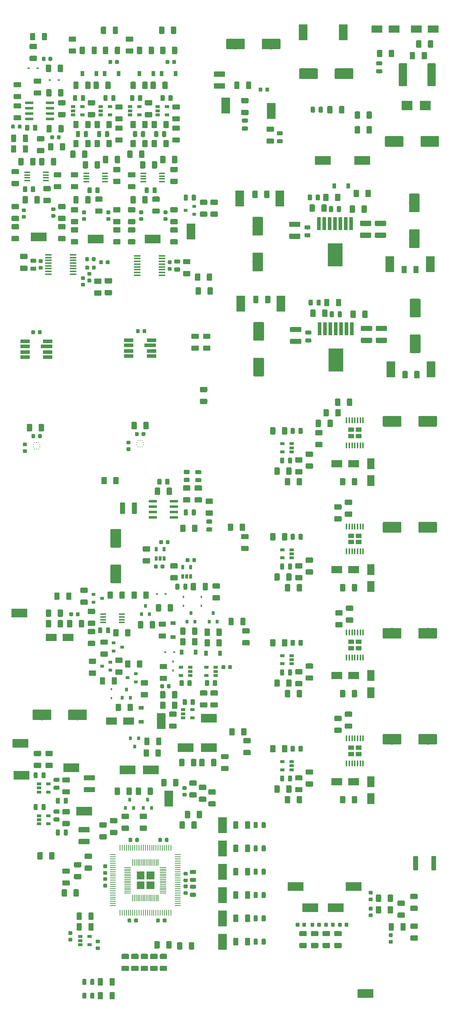
<source format=gbr>
G04 #@! TF.GenerationSoftware,KiCad,Pcbnew,(5.1.4)-1*
G04 #@! TF.CreationDate,2020-04-19T13:58:17-04:00*
G04 #@! TF.ProjectId,RPi_cape,5250695f-6361-4706-952e-6b696361645f,1.6*
G04 #@! TF.SameCoordinates,Original*
G04 #@! TF.FileFunction,Paste,Top*
G04 #@! TF.FilePolarity,Positive*
%FSLAX45Y45*%
G04 Gerber Fmt 4.5, Leading zero omitted, Abs format (unit mm)*
G04 Created by KiCad (PCBNEW (5.1.4)-1) date 2020-04-19 13:58:17*
%MOMM*%
%LPD*%
G04 APERTURE LIST*
%ADD10C,0.010000*%
%ADD11R,2.500000X2.300000*%
%ADD12C,0.100000*%
%ADD13C,1.250000*%
%ADD14R,0.450000X0.600000*%
%ADD15R,0.600000X0.450000*%
%ADD16C,0.875000*%
%ADD17R,0.250000X0.275000*%
%ADD18R,0.275000X0.250000*%
%ADD19R,0.890000X3.060000*%
%ADD20R,2.250000X0.900000*%
%ADD21R,2.800000X0.900000*%
%ADD22R,0.200000X1.500000*%
%ADD23R,1.500000X0.200000*%
%ADD24R,1.470000X0.280000*%
%ADD25R,0.280000X1.470000*%
%ADD26R,1.060000X0.650000*%
%ADD27R,0.650000X1.060000*%
%ADD28R,0.900000X0.800000*%
%ADD29R,0.800000X0.900000*%
%ADD30R,1.200000X0.900000*%
%ADD31R,2.500000X1.800000*%
%ADD32R,0.900000X1.200000*%
%ADD33R,1.800000X2.500000*%
%ADD34C,0.600000*%
%ADD35R,1.450000X0.450000*%
%ADD36R,1.400000X1.100000*%
%ADD37R,0.450000X1.450000*%
%ADD38R,1.500000X0.450000*%
%ADD39C,0.975000*%
%ADD40R,3.800000X2.000000*%
%ADD41R,2.000000X3.800000*%
%ADD42C,2.500000*%
%ADD43C,1.125000*%
%ADD44C,1.925000*%
G04 APERTURE END LIST*
D10*
G36*
X10874000Y-10940000D02*
G01*
X10536000Y-10940000D01*
X10536000Y-10400000D01*
X10874000Y-10400000D01*
X10874000Y-10940000D01*
G37*
X10874000Y-10940000D02*
X10536000Y-10940000D01*
X10536000Y-10400000D01*
X10874000Y-10400000D01*
X10874000Y-10940000D01*
G36*
X10894000Y-13420000D02*
G01*
X10556000Y-13420000D01*
X10556000Y-12880000D01*
X10894000Y-12880000D01*
X10894000Y-13420000D01*
G37*
X10894000Y-13420000D02*
X10556000Y-13420000D01*
X10556000Y-12880000D01*
X10894000Y-12880000D01*
X10894000Y-13420000D01*
G36*
X6255018Y-25455000D02*
G01*
X6429000Y-25455000D01*
X6429000Y-25629123D01*
X6255018Y-25629123D01*
X6255018Y-25455000D01*
G37*
X6255018Y-25455000D02*
X6429000Y-25455000D01*
X6429000Y-25629123D01*
X6255018Y-25629123D01*
X6255018Y-25455000D01*
G36*
X6020958Y-25455000D02*
G01*
X6195000Y-25455000D01*
X6195000Y-25629042D01*
X6020958Y-25629042D01*
X6020958Y-25455000D01*
G37*
X6020958Y-25455000D02*
X6195000Y-25455000D01*
X6195000Y-25629042D01*
X6020958Y-25629042D01*
X6020958Y-25455000D01*
G36*
X6255050Y-25221000D02*
G01*
X6429000Y-25221000D01*
X6429000Y-25394950D01*
X6255050Y-25394950D01*
X6255050Y-25221000D01*
G37*
X6255050Y-25221000D02*
X6429000Y-25221000D01*
X6429000Y-25394950D01*
X6255050Y-25394950D01*
X6255050Y-25221000D01*
G36*
X6020871Y-25221000D02*
G01*
X6195000Y-25221000D01*
X6195000Y-25394981D01*
X6020871Y-25394981D01*
X6020871Y-25221000D01*
G37*
X6020871Y-25221000D02*
X6195000Y-25221000D01*
X6195000Y-25394981D01*
X6020871Y-25394981D01*
X6020871Y-25221000D01*
D11*
X12410000Y-7150000D03*
X12840000Y-7150000D03*
D12*
G36*
X6539950Y-26862620D02*
G01*
X6542377Y-26862980D01*
X6544757Y-26863576D01*
X6547067Y-26864403D01*
X6549285Y-26865452D01*
X6551389Y-26866713D01*
X6553360Y-26868175D01*
X6555178Y-26869822D01*
X6556825Y-26871640D01*
X6558287Y-26873611D01*
X6559548Y-26875715D01*
X6560597Y-26877933D01*
X6561423Y-26880243D01*
X6562020Y-26882623D01*
X6562380Y-26885050D01*
X6562500Y-26887500D01*
X6562500Y-27012500D01*
X6562380Y-27014950D01*
X6562020Y-27017377D01*
X6561423Y-27019757D01*
X6560597Y-27022067D01*
X6559548Y-27024285D01*
X6558287Y-27026389D01*
X6556825Y-27028360D01*
X6555178Y-27030178D01*
X6553360Y-27031825D01*
X6551389Y-27033287D01*
X6549285Y-27034548D01*
X6547067Y-27035597D01*
X6544757Y-27036423D01*
X6542377Y-27037020D01*
X6539950Y-27037380D01*
X6537500Y-27037500D01*
X6462500Y-27037500D01*
X6460050Y-27037380D01*
X6457623Y-27037020D01*
X6455243Y-27036423D01*
X6452933Y-27035597D01*
X6450715Y-27034548D01*
X6448611Y-27033287D01*
X6446640Y-27031825D01*
X6444822Y-27030178D01*
X6443175Y-27028360D01*
X6441713Y-27026389D01*
X6440452Y-27024285D01*
X6439403Y-27022067D01*
X6438576Y-27019757D01*
X6437980Y-27017377D01*
X6437620Y-27014950D01*
X6437500Y-27012500D01*
X6437500Y-26887500D01*
X6437620Y-26885050D01*
X6437980Y-26882623D01*
X6438576Y-26880243D01*
X6439403Y-26877933D01*
X6440452Y-26875715D01*
X6441713Y-26873611D01*
X6443175Y-26871640D01*
X6444822Y-26869822D01*
X6446640Y-26868175D01*
X6448611Y-26866713D01*
X6450715Y-26865452D01*
X6452933Y-26864403D01*
X6455243Y-26863576D01*
X6457623Y-26862980D01*
X6460050Y-26862620D01*
X6462500Y-26862500D01*
X6537500Y-26862500D01*
X6539950Y-26862620D01*
X6539950Y-26862620D01*
G37*
D13*
X6500000Y-26950000D03*
D12*
G36*
X6819950Y-26862620D02*
G01*
X6822377Y-26862980D01*
X6824757Y-26863576D01*
X6827067Y-26864403D01*
X6829285Y-26865452D01*
X6831389Y-26866713D01*
X6833360Y-26868175D01*
X6835178Y-26869822D01*
X6836825Y-26871640D01*
X6838287Y-26873611D01*
X6839548Y-26875715D01*
X6840597Y-26877933D01*
X6841423Y-26880243D01*
X6842020Y-26882623D01*
X6842380Y-26885050D01*
X6842500Y-26887500D01*
X6842500Y-27012500D01*
X6842380Y-27014950D01*
X6842020Y-27017377D01*
X6841423Y-27019757D01*
X6840597Y-27022067D01*
X6839548Y-27024285D01*
X6838287Y-27026389D01*
X6836825Y-27028360D01*
X6835178Y-27030178D01*
X6833360Y-27031825D01*
X6831389Y-27033287D01*
X6829285Y-27034548D01*
X6827067Y-27035597D01*
X6824757Y-27036423D01*
X6822377Y-27037020D01*
X6819950Y-27037380D01*
X6817500Y-27037500D01*
X6742500Y-27037500D01*
X6740050Y-27037380D01*
X6737623Y-27037020D01*
X6735243Y-27036423D01*
X6732933Y-27035597D01*
X6730715Y-27034548D01*
X6728611Y-27033287D01*
X6726640Y-27031825D01*
X6724822Y-27030178D01*
X6723175Y-27028360D01*
X6721713Y-27026389D01*
X6720452Y-27024285D01*
X6719403Y-27022067D01*
X6718576Y-27019757D01*
X6717980Y-27017377D01*
X6717620Y-27014950D01*
X6717500Y-27012500D01*
X6717500Y-26887500D01*
X6717620Y-26885050D01*
X6717980Y-26882623D01*
X6718576Y-26880243D01*
X6719403Y-26877933D01*
X6720452Y-26875715D01*
X6721713Y-26873611D01*
X6723175Y-26871640D01*
X6724822Y-26869822D01*
X6726640Y-26868175D01*
X6728611Y-26866713D01*
X6730715Y-26865452D01*
X6732933Y-26864403D01*
X6735243Y-26863576D01*
X6737623Y-26862980D01*
X6740050Y-26862620D01*
X6742500Y-26862500D01*
X6817500Y-26862500D01*
X6819950Y-26862620D01*
X6819950Y-26862620D01*
G37*
D13*
X6780000Y-26950000D03*
D12*
G36*
X6714950Y-27162620D02*
G01*
X6717377Y-27162980D01*
X6719757Y-27163576D01*
X6722067Y-27164403D01*
X6724285Y-27165452D01*
X6726389Y-27166713D01*
X6728360Y-27168175D01*
X6730178Y-27169822D01*
X6731825Y-27171640D01*
X6733287Y-27173611D01*
X6734548Y-27175715D01*
X6735597Y-27177933D01*
X6736423Y-27180243D01*
X6737020Y-27182623D01*
X6737380Y-27185050D01*
X6737500Y-27187500D01*
X6737500Y-27262500D01*
X6737380Y-27264950D01*
X6737020Y-27267377D01*
X6736423Y-27269757D01*
X6735597Y-27272067D01*
X6734548Y-27274285D01*
X6733287Y-27276389D01*
X6731825Y-27278360D01*
X6730178Y-27280178D01*
X6728360Y-27281825D01*
X6726389Y-27283287D01*
X6724285Y-27284548D01*
X6722067Y-27285597D01*
X6719757Y-27286423D01*
X6717377Y-27287020D01*
X6714950Y-27287380D01*
X6712500Y-27287500D01*
X6587500Y-27287500D01*
X6585050Y-27287380D01*
X6582623Y-27287020D01*
X6580243Y-27286423D01*
X6577933Y-27285597D01*
X6575715Y-27284548D01*
X6573611Y-27283287D01*
X6571640Y-27281825D01*
X6569822Y-27280178D01*
X6568175Y-27278360D01*
X6566713Y-27276389D01*
X6565452Y-27274285D01*
X6564403Y-27272067D01*
X6563576Y-27269757D01*
X6562980Y-27267377D01*
X6562620Y-27264950D01*
X6562500Y-27262500D01*
X6562500Y-27187500D01*
X6562620Y-27185050D01*
X6562980Y-27182623D01*
X6563576Y-27180243D01*
X6564403Y-27177933D01*
X6565452Y-27175715D01*
X6566713Y-27173611D01*
X6568175Y-27171640D01*
X6569822Y-27169822D01*
X6571640Y-27168175D01*
X6573611Y-27166713D01*
X6575715Y-27165452D01*
X6577933Y-27164403D01*
X6580243Y-27163576D01*
X6582623Y-27162980D01*
X6585050Y-27162620D01*
X6587500Y-27162500D01*
X6712500Y-27162500D01*
X6714950Y-27162620D01*
X6714950Y-27162620D01*
G37*
D13*
X6650000Y-27225000D03*
D12*
G36*
X6714950Y-27442620D02*
G01*
X6717377Y-27442980D01*
X6719757Y-27443576D01*
X6722067Y-27444403D01*
X6724285Y-27445452D01*
X6726389Y-27446713D01*
X6728360Y-27448175D01*
X6730178Y-27449822D01*
X6731825Y-27451640D01*
X6733287Y-27453611D01*
X6734548Y-27455715D01*
X6735597Y-27457933D01*
X6736423Y-27460243D01*
X6737020Y-27462623D01*
X6737380Y-27465050D01*
X6737500Y-27467500D01*
X6737500Y-27542500D01*
X6737380Y-27544950D01*
X6737020Y-27547377D01*
X6736423Y-27549757D01*
X6735597Y-27552067D01*
X6734548Y-27554285D01*
X6733287Y-27556389D01*
X6731825Y-27558360D01*
X6730178Y-27560178D01*
X6728360Y-27561825D01*
X6726389Y-27563287D01*
X6724285Y-27564548D01*
X6722067Y-27565597D01*
X6719757Y-27566423D01*
X6717377Y-27567020D01*
X6714950Y-27567380D01*
X6712500Y-27567500D01*
X6587500Y-27567500D01*
X6585050Y-27567380D01*
X6582623Y-27567020D01*
X6580243Y-27566423D01*
X6577933Y-27565597D01*
X6575715Y-27564548D01*
X6573611Y-27563287D01*
X6571640Y-27561825D01*
X6569822Y-27560178D01*
X6568175Y-27558360D01*
X6566713Y-27556389D01*
X6565452Y-27554285D01*
X6564403Y-27552067D01*
X6563576Y-27549757D01*
X6562980Y-27547377D01*
X6562620Y-27544950D01*
X6562500Y-27542500D01*
X6562500Y-27467500D01*
X6562620Y-27465050D01*
X6562980Y-27462623D01*
X6563576Y-27460243D01*
X6564403Y-27457933D01*
X6565452Y-27455715D01*
X6566713Y-27453611D01*
X6568175Y-27451640D01*
X6569822Y-27449822D01*
X6571640Y-27448175D01*
X6573611Y-27446713D01*
X6575715Y-27445452D01*
X6577933Y-27444403D01*
X6580243Y-27443576D01*
X6582623Y-27442980D01*
X6585050Y-27442620D01*
X6587500Y-27442500D01*
X6712500Y-27442500D01*
X6714950Y-27442620D01*
X6714950Y-27442620D01*
G37*
D13*
X6650000Y-27505000D03*
D12*
G36*
X6489950Y-27162620D02*
G01*
X6492377Y-27162980D01*
X6494757Y-27163576D01*
X6497067Y-27164403D01*
X6499285Y-27165452D01*
X6501389Y-27166713D01*
X6503360Y-27168175D01*
X6505178Y-27169822D01*
X6506825Y-27171640D01*
X6508287Y-27173611D01*
X6509548Y-27175715D01*
X6510597Y-27177933D01*
X6511423Y-27180243D01*
X6512020Y-27182623D01*
X6512380Y-27185050D01*
X6512500Y-27187500D01*
X6512500Y-27262500D01*
X6512380Y-27264950D01*
X6512020Y-27267377D01*
X6511423Y-27269757D01*
X6510597Y-27272067D01*
X6509548Y-27274285D01*
X6508287Y-27276389D01*
X6506825Y-27278360D01*
X6505178Y-27280178D01*
X6503360Y-27281825D01*
X6501389Y-27283287D01*
X6499285Y-27284548D01*
X6497067Y-27285597D01*
X6494757Y-27286423D01*
X6492377Y-27287020D01*
X6489950Y-27287380D01*
X6487500Y-27287500D01*
X6362500Y-27287500D01*
X6360050Y-27287380D01*
X6357623Y-27287020D01*
X6355243Y-27286423D01*
X6352933Y-27285597D01*
X6350715Y-27284548D01*
X6348611Y-27283287D01*
X6346640Y-27281825D01*
X6344822Y-27280178D01*
X6343175Y-27278360D01*
X6341713Y-27276389D01*
X6340452Y-27274285D01*
X6339403Y-27272067D01*
X6338576Y-27269757D01*
X6337980Y-27267377D01*
X6337620Y-27264950D01*
X6337500Y-27262500D01*
X6337500Y-27187500D01*
X6337620Y-27185050D01*
X6337980Y-27182623D01*
X6338576Y-27180243D01*
X6339403Y-27177933D01*
X6340452Y-27175715D01*
X6341713Y-27173611D01*
X6343175Y-27171640D01*
X6344822Y-27169822D01*
X6346640Y-27168175D01*
X6348611Y-27166713D01*
X6350715Y-27165452D01*
X6352933Y-27164403D01*
X6355243Y-27163576D01*
X6357623Y-27162980D01*
X6360050Y-27162620D01*
X6362500Y-27162500D01*
X6487500Y-27162500D01*
X6489950Y-27162620D01*
X6489950Y-27162620D01*
G37*
D13*
X6425000Y-27225000D03*
D12*
G36*
X6489950Y-27442620D02*
G01*
X6492377Y-27442980D01*
X6494757Y-27443576D01*
X6497067Y-27444403D01*
X6499285Y-27445452D01*
X6501389Y-27446713D01*
X6503360Y-27448175D01*
X6505178Y-27449822D01*
X6506825Y-27451640D01*
X6508287Y-27453611D01*
X6509548Y-27455715D01*
X6510597Y-27457933D01*
X6511423Y-27460243D01*
X6512020Y-27462623D01*
X6512380Y-27465050D01*
X6512500Y-27467500D01*
X6512500Y-27542500D01*
X6512380Y-27544950D01*
X6512020Y-27547377D01*
X6511423Y-27549757D01*
X6510597Y-27552067D01*
X6509548Y-27554285D01*
X6508287Y-27556389D01*
X6506825Y-27558360D01*
X6505178Y-27560178D01*
X6503360Y-27561825D01*
X6501389Y-27563287D01*
X6499285Y-27564548D01*
X6497067Y-27565597D01*
X6494757Y-27566423D01*
X6492377Y-27567020D01*
X6489950Y-27567380D01*
X6487500Y-27567500D01*
X6362500Y-27567500D01*
X6360050Y-27567380D01*
X6357623Y-27567020D01*
X6355243Y-27566423D01*
X6352933Y-27565597D01*
X6350715Y-27564548D01*
X6348611Y-27563287D01*
X6346640Y-27561825D01*
X6344822Y-27560178D01*
X6343175Y-27558360D01*
X6341713Y-27556389D01*
X6340452Y-27554285D01*
X6339403Y-27552067D01*
X6338576Y-27549757D01*
X6337980Y-27547377D01*
X6337620Y-27544950D01*
X6337500Y-27542500D01*
X6337500Y-27467500D01*
X6337620Y-27465050D01*
X6337980Y-27462623D01*
X6338576Y-27460243D01*
X6339403Y-27457933D01*
X6340452Y-27455715D01*
X6341713Y-27453611D01*
X6343175Y-27451640D01*
X6344822Y-27449822D01*
X6346640Y-27448175D01*
X6348611Y-27446713D01*
X6350715Y-27445452D01*
X6352933Y-27444403D01*
X6355243Y-27443576D01*
X6357623Y-27442980D01*
X6360050Y-27442620D01*
X6362500Y-27442500D01*
X6487500Y-27442500D01*
X6489950Y-27442620D01*
X6489950Y-27442620D01*
G37*
D13*
X6425000Y-27505000D03*
D12*
G36*
X6264950Y-27162620D02*
G01*
X6267377Y-27162980D01*
X6269757Y-27163576D01*
X6272067Y-27164403D01*
X6274285Y-27165452D01*
X6276389Y-27166713D01*
X6278360Y-27168175D01*
X6280178Y-27169822D01*
X6281825Y-27171640D01*
X6283287Y-27173611D01*
X6284548Y-27175715D01*
X6285597Y-27177933D01*
X6286423Y-27180243D01*
X6287020Y-27182623D01*
X6287380Y-27185050D01*
X6287500Y-27187500D01*
X6287500Y-27262500D01*
X6287380Y-27264950D01*
X6287020Y-27267377D01*
X6286423Y-27269757D01*
X6285597Y-27272067D01*
X6284548Y-27274285D01*
X6283287Y-27276389D01*
X6281825Y-27278360D01*
X6280178Y-27280178D01*
X6278360Y-27281825D01*
X6276389Y-27283287D01*
X6274285Y-27284548D01*
X6272067Y-27285597D01*
X6269757Y-27286423D01*
X6267377Y-27287020D01*
X6264950Y-27287380D01*
X6262500Y-27287500D01*
X6137500Y-27287500D01*
X6135050Y-27287380D01*
X6132623Y-27287020D01*
X6130243Y-27286423D01*
X6127933Y-27285597D01*
X6125715Y-27284548D01*
X6123611Y-27283287D01*
X6121640Y-27281825D01*
X6119822Y-27280178D01*
X6118175Y-27278360D01*
X6116713Y-27276389D01*
X6115452Y-27274285D01*
X6114403Y-27272067D01*
X6113576Y-27269757D01*
X6112980Y-27267377D01*
X6112620Y-27264950D01*
X6112500Y-27262500D01*
X6112500Y-27187500D01*
X6112620Y-27185050D01*
X6112980Y-27182623D01*
X6113576Y-27180243D01*
X6114403Y-27177933D01*
X6115452Y-27175715D01*
X6116713Y-27173611D01*
X6118175Y-27171640D01*
X6119822Y-27169822D01*
X6121640Y-27168175D01*
X6123611Y-27166713D01*
X6125715Y-27165452D01*
X6127933Y-27164403D01*
X6130243Y-27163576D01*
X6132623Y-27162980D01*
X6135050Y-27162620D01*
X6137500Y-27162500D01*
X6262500Y-27162500D01*
X6264950Y-27162620D01*
X6264950Y-27162620D01*
G37*
D13*
X6200000Y-27225000D03*
D12*
G36*
X6264950Y-27442620D02*
G01*
X6267377Y-27442980D01*
X6269757Y-27443576D01*
X6272067Y-27444403D01*
X6274285Y-27445452D01*
X6276389Y-27446713D01*
X6278360Y-27448175D01*
X6280178Y-27449822D01*
X6281825Y-27451640D01*
X6283287Y-27453611D01*
X6284548Y-27455715D01*
X6285597Y-27457933D01*
X6286423Y-27460243D01*
X6287020Y-27462623D01*
X6287380Y-27465050D01*
X6287500Y-27467500D01*
X6287500Y-27542500D01*
X6287380Y-27544950D01*
X6287020Y-27547377D01*
X6286423Y-27549757D01*
X6285597Y-27552067D01*
X6284548Y-27554285D01*
X6283287Y-27556389D01*
X6281825Y-27558360D01*
X6280178Y-27560178D01*
X6278360Y-27561825D01*
X6276389Y-27563287D01*
X6274285Y-27564548D01*
X6272067Y-27565597D01*
X6269757Y-27566423D01*
X6267377Y-27567020D01*
X6264950Y-27567380D01*
X6262500Y-27567500D01*
X6137500Y-27567500D01*
X6135050Y-27567380D01*
X6132623Y-27567020D01*
X6130243Y-27566423D01*
X6127933Y-27565597D01*
X6125715Y-27564548D01*
X6123611Y-27563287D01*
X6121640Y-27561825D01*
X6119822Y-27560178D01*
X6118175Y-27558360D01*
X6116713Y-27556389D01*
X6115452Y-27554285D01*
X6114403Y-27552067D01*
X6113576Y-27549757D01*
X6112980Y-27547377D01*
X6112620Y-27544950D01*
X6112500Y-27542500D01*
X6112500Y-27467500D01*
X6112620Y-27465050D01*
X6112980Y-27462623D01*
X6113576Y-27460243D01*
X6114403Y-27457933D01*
X6115452Y-27455715D01*
X6116713Y-27453611D01*
X6118175Y-27451640D01*
X6119822Y-27449822D01*
X6121640Y-27448175D01*
X6123611Y-27446713D01*
X6125715Y-27445452D01*
X6127933Y-27444403D01*
X6130243Y-27443576D01*
X6132623Y-27442980D01*
X6135050Y-27442620D01*
X6137500Y-27442500D01*
X6262500Y-27442500D01*
X6264950Y-27442620D01*
X6264950Y-27442620D01*
G37*
D13*
X6200000Y-27505000D03*
D12*
G36*
X6039950Y-27162620D02*
G01*
X6042377Y-27162980D01*
X6044757Y-27163576D01*
X6047067Y-27164403D01*
X6049285Y-27165452D01*
X6051389Y-27166713D01*
X6053360Y-27168175D01*
X6055178Y-27169822D01*
X6056825Y-27171640D01*
X6058287Y-27173611D01*
X6059548Y-27175715D01*
X6060597Y-27177933D01*
X6061423Y-27180243D01*
X6062020Y-27182623D01*
X6062380Y-27185050D01*
X6062500Y-27187500D01*
X6062500Y-27262500D01*
X6062380Y-27264950D01*
X6062020Y-27267377D01*
X6061423Y-27269757D01*
X6060597Y-27272067D01*
X6059548Y-27274285D01*
X6058287Y-27276389D01*
X6056825Y-27278360D01*
X6055178Y-27280178D01*
X6053360Y-27281825D01*
X6051389Y-27283287D01*
X6049285Y-27284548D01*
X6047067Y-27285597D01*
X6044757Y-27286423D01*
X6042377Y-27287020D01*
X6039950Y-27287380D01*
X6037500Y-27287500D01*
X5912500Y-27287500D01*
X5910050Y-27287380D01*
X5907623Y-27287020D01*
X5905243Y-27286423D01*
X5902933Y-27285597D01*
X5900715Y-27284548D01*
X5898611Y-27283287D01*
X5896640Y-27281825D01*
X5894822Y-27280178D01*
X5893175Y-27278360D01*
X5891713Y-27276389D01*
X5890452Y-27274285D01*
X5889403Y-27272067D01*
X5888576Y-27269757D01*
X5887980Y-27267377D01*
X5887620Y-27264950D01*
X5887500Y-27262500D01*
X5887500Y-27187500D01*
X5887620Y-27185050D01*
X5887980Y-27182623D01*
X5888576Y-27180243D01*
X5889403Y-27177933D01*
X5890452Y-27175715D01*
X5891713Y-27173611D01*
X5893175Y-27171640D01*
X5894822Y-27169822D01*
X5896640Y-27168175D01*
X5898611Y-27166713D01*
X5900715Y-27165452D01*
X5902933Y-27164403D01*
X5905243Y-27163576D01*
X5907623Y-27162980D01*
X5910050Y-27162620D01*
X5912500Y-27162500D01*
X6037500Y-27162500D01*
X6039950Y-27162620D01*
X6039950Y-27162620D01*
G37*
D13*
X5975000Y-27225000D03*
D12*
G36*
X6039950Y-27442620D02*
G01*
X6042377Y-27442980D01*
X6044757Y-27443576D01*
X6047067Y-27444403D01*
X6049285Y-27445452D01*
X6051389Y-27446713D01*
X6053360Y-27448175D01*
X6055178Y-27449822D01*
X6056825Y-27451640D01*
X6058287Y-27453611D01*
X6059548Y-27455715D01*
X6060597Y-27457933D01*
X6061423Y-27460243D01*
X6062020Y-27462623D01*
X6062380Y-27465050D01*
X6062500Y-27467500D01*
X6062500Y-27542500D01*
X6062380Y-27544950D01*
X6062020Y-27547377D01*
X6061423Y-27549757D01*
X6060597Y-27552067D01*
X6059548Y-27554285D01*
X6058287Y-27556389D01*
X6056825Y-27558360D01*
X6055178Y-27560178D01*
X6053360Y-27561825D01*
X6051389Y-27563287D01*
X6049285Y-27564548D01*
X6047067Y-27565597D01*
X6044757Y-27566423D01*
X6042377Y-27567020D01*
X6039950Y-27567380D01*
X6037500Y-27567500D01*
X5912500Y-27567500D01*
X5910050Y-27567380D01*
X5907623Y-27567020D01*
X5905243Y-27566423D01*
X5902933Y-27565597D01*
X5900715Y-27564548D01*
X5898611Y-27563287D01*
X5896640Y-27561825D01*
X5894822Y-27560178D01*
X5893175Y-27558360D01*
X5891713Y-27556389D01*
X5890452Y-27554285D01*
X5889403Y-27552067D01*
X5888576Y-27549757D01*
X5887980Y-27547377D01*
X5887620Y-27544950D01*
X5887500Y-27542500D01*
X5887500Y-27467500D01*
X5887620Y-27465050D01*
X5887980Y-27462623D01*
X5888576Y-27460243D01*
X5889403Y-27457933D01*
X5890452Y-27455715D01*
X5891713Y-27453611D01*
X5893175Y-27451640D01*
X5894822Y-27449822D01*
X5896640Y-27448175D01*
X5898611Y-27446713D01*
X5900715Y-27445452D01*
X5902933Y-27444403D01*
X5905243Y-27443576D01*
X5907623Y-27442980D01*
X5910050Y-27442620D01*
X5912500Y-27442500D01*
X6037500Y-27442500D01*
X6039950Y-27442620D01*
X6039950Y-27442620D01*
G37*
D13*
X5975000Y-27505000D03*
D12*
G36*
X5814950Y-27162620D02*
G01*
X5817377Y-27162980D01*
X5819757Y-27163576D01*
X5822067Y-27164403D01*
X5824285Y-27165452D01*
X5826389Y-27166713D01*
X5828360Y-27168175D01*
X5830178Y-27169822D01*
X5831825Y-27171640D01*
X5833287Y-27173611D01*
X5834548Y-27175715D01*
X5835597Y-27177933D01*
X5836423Y-27180243D01*
X5837020Y-27182623D01*
X5837380Y-27185050D01*
X5837500Y-27187500D01*
X5837500Y-27262500D01*
X5837380Y-27264950D01*
X5837020Y-27267377D01*
X5836423Y-27269757D01*
X5835597Y-27272067D01*
X5834548Y-27274285D01*
X5833287Y-27276389D01*
X5831825Y-27278360D01*
X5830178Y-27280178D01*
X5828360Y-27281825D01*
X5826389Y-27283287D01*
X5824285Y-27284548D01*
X5822067Y-27285597D01*
X5819757Y-27286423D01*
X5817377Y-27287020D01*
X5814950Y-27287380D01*
X5812500Y-27287500D01*
X5687500Y-27287500D01*
X5685050Y-27287380D01*
X5682623Y-27287020D01*
X5680243Y-27286423D01*
X5677933Y-27285597D01*
X5675715Y-27284548D01*
X5673611Y-27283287D01*
X5671640Y-27281825D01*
X5669822Y-27280178D01*
X5668175Y-27278360D01*
X5666713Y-27276389D01*
X5665452Y-27274285D01*
X5664403Y-27272067D01*
X5663576Y-27269757D01*
X5662980Y-27267377D01*
X5662620Y-27264950D01*
X5662500Y-27262500D01*
X5662500Y-27187500D01*
X5662620Y-27185050D01*
X5662980Y-27182623D01*
X5663576Y-27180243D01*
X5664403Y-27177933D01*
X5665452Y-27175715D01*
X5666713Y-27173611D01*
X5668175Y-27171640D01*
X5669822Y-27169822D01*
X5671640Y-27168175D01*
X5673611Y-27166713D01*
X5675715Y-27165452D01*
X5677933Y-27164403D01*
X5680243Y-27163576D01*
X5682623Y-27162980D01*
X5685050Y-27162620D01*
X5687500Y-27162500D01*
X5812500Y-27162500D01*
X5814950Y-27162620D01*
X5814950Y-27162620D01*
G37*
D13*
X5750000Y-27225000D03*
D12*
G36*
X5814950Y-27442620D02*
G01*
X5817377Y-27442980D01*
X5819757Y-27443576D01*
X5822067Y-27444403D01*
X5824285Y-27445452D01*
X5826389Y-27446713D01*
X5828360Y-27448175D01*
X5830178Y-27449822D01*
X5831825Y-27451640D01*
X5833287Y-27453611D01*
X5834548Y-27455715D01*
X5835597Y-27457933D01*
X5836423Y-27460243D01*
X5837020Y-27462623D01*
X5837380Y-27465050D01*
X5837500Y-27467500D01*
X5837500Y-27542500D01*
X5837380Y-27544950D01*
X5837020Y-27547377D01*
X5836423Y-27549757D01*
X5835597Y-27552067D01*
X5834548Y-27554285D01*
X5833287Y-27556389D01*
X5831825Y-27558360D01*
X5830178Y-27560178D01*
X5828360Y-27561825D01*
X5826389Y-27563287D01*
X5824285Y-27564548D01*
X5822067Y-27565597D01*
X5819757Y-27566423D01*
X5817377Y-27567020D01*
X5814950Y-27567380D01*
X5812500Y-27567500D01*
X5687500Y-27567500D01*
X5685050Y-27567380D01*
X5682623Y-27567020D01*
X5680243Y-27566423D01*
X5677933Y-27565597D01*
X5675715Y-27564548D01*
X5673611Y-27563287D01*
X5671640Y-27561825D01*
X5669822Y-27560178D01*
X5668175Y-27558360D01*
X5666713Y-27556389D01*
X5665452Y-27554285D01*
X5664403Y-27552067D01*
X5663576Y-27549757D01*
X5662980Y-27547377D01*
X5662620Y-27544950D01*
X5662500Y-27542500D01*
X5662500Y-27467500D01*
X5662620Y-27465050D01*
X5662980Y-27462623D01*
X5663576Y-27460243D01*
X5664403Y-27457933D01*
X5665452Y-27455715D01*
X5666713Y-27453611D01*
X5668175Y-27451640D01*
X5669822Y-27449822D01*
X5671640Y-27448175D01*
X5673611Y-27446713D01*
X5675715Y-27445452D01*
X5677933Y-27444403D01*
X5680243Y-27443576D01*
X5682623Y-27442980D01*
X5685050Y-27442620D01*
X5687500Y-27442500D01*
X5812500Y-27442500D01*
X5814950Y-27442620D01*
X5814950Y-27442620D01*
G37*
D13*
X5750000Y-27505000D03*
D12*
G36*
X7414950Y-24037620D02*
G01*
X7417377Y-24037980D01*
X7419757Y-24038576D01*
X7422067Y-24039403D01*
X7424285Y-24040452D01*
X7426389Y-24041713D01*
X7428360Y-24043175D01*
X7430178Y-24044822D01*
X7431825Y-24046640D01*
X7433287Y-24048611D01*
X7434548Y-24050715D01*
X7435597Y-24052933D01*
X7436423Y-24055243D01*
X7437020Y-24057623D01*
X7437380Y-24060050D01*
X7437500Y-24062500D01*
X7437500Y-24187500D01*
X7437380Y-24189950D01*
X7437020Y-24192377D01*
X7436423Y-24194757D01*
X7435597Y-24197067D01*
X7434548Y-24199285D01*
X7433287Y-24201389D01*
X7431825Y-24203360D01*
X7430178Y-24205178D01*
X7428360Y-24206825D01*
X7426389Y-24208287D01*
X7424285Y-24209548D01*
X7422067Y-24210597D01*
X7419757Y-24211423D01*
X7417377Y-24212020D01*
X7414950Y-24212380D01*
X7412500Y-24212500D01*
X7337500Y-24212500D01*
X7335050Y-24212380D01*
X7332623Y-24212020D01*
X7330243Y-24211423D01*
X7327933Y-24210597D01*
X7325715Y-24209548D01*
X7323611Y-24208287D01*
X7321640Y-24206825D01*
X7319822Y-24205178D01*
X7318175Y-24203360D01*
X7316713Y-24201389D01*
X7315452Y-24199285D01*
X7314403Y-24197067D01*
X7313576Y-24194757D01*
X7312980Y-24192377D01*
X7312620Y-24189950D01*
X7312500Y-24187500D01*
X7312500Y-24062500D01*
X7312620Y-24060050D01*
X7312980Y-24057623D01*
X7313576Y-24055243D01*
X7314403Y-24052933D01*
X7315452Y-24050715D01*
X7316713Y-24048611D01*
X7318175Y-24046640D01*
X7319822Y-24044822D01*
X7321640Y-24043175D01*
X7323611Y-24041713D01*
X7325715Y-24040452D01*
X7327933Y-24039403D01*
X7330243Y-24038576D01*
X7332623Y-24037980D01*
X7335050Y-24037620D01*
X7337500Y-24037500D01*
X7412500Y-24037500D01*
X7414950Y-24037620D01*
X7414950Y-24037620D01*
G37*
D13*
X7375000Y-24125000D03*
D12*
G36*
X7134950Y-24037620D02*
G01*
X7137377Y-24037980D01*
X7139757Y-24038576D01*
X7142067Y-24039403D01*
X7144285Y-24040452D01*
X7146389Y-24041713D01*
X7148360Y-24043175D01*
X7150178Y-24044822D01*
X7151825Y-24046640D01*
X7153287Y-24048611D01*
X7154548Y-24050715D01*
X7155597Y-24052933D01*
X7156423Y-24055243D01*
X7157020Y-24057623D01*
X7157380Y-24060050D01*
X7157500Y-24062500D01*
X7157500Y-24187500D01*
X7157380Y-24189950D01*
X7157020Y-24192377D01*
X7156423Y-24194757D01*
X7155597Y-24197067D01*
X7154548Y-24199285D01*
X7153287Y-24201389D01*
X7151825Y-24203360D01*
X7150178Y-24205178D01*
X7148360Y-24206825D01*
X7146389Y-24208287D01*
X7144285Y-24209548D01*
X7142067Y-24210597D01*
X7139757Y-24211423D01*
X7137377Y-24212020D01*
X7134950Y-24212380D01*
X7132500Y-24212500D01*
X7057500Y-24212500D01*
X7055050Y-24212380D01*
X7052623Y-24212020D01*
X7050243Y-24211423D01*
X7047933Y-24210597D01*
X7045715Y-24209548D01*
X7043611Y-24208287D01*
X7041640Y-24206825D01*
X7039822Y-24205178D01*
X7038175Y-24203360D01*
X7036713Y-24201389D01*
X7035452Y-24199285D01*
X7034403Y-24197067D01*
X7033576Y-24194757D01*
X7032980Y-24192377D01*
X7032620Y-24189950D01*
X7032500Y-24187500D01*
X7032500Y-24062500D01*
X7032620Y-24060050D01*
X7032980Y-24057623D01*
X7033576Y-24055243D01*
X7034403Y-24052933D01*
X7035452Y-24050715D01*
X7036713Y-24048611D01*
X7038175Y-24046640D01*
X7039822Y-24044822D01*
X7041640Y-24043175D01*
X7043611Y-24041713D01*
X7045715Y-24040452D01*
X7047933Y-24039403D01*
X7050243Y-24038576D01*
X7052623Y-24037980D01*
X7055050Y-24037620D01*
X7057500Y-24037500D01*
X7132500Y-24037500D01*
X7134950Y-24037620D01*
X7134950Y-24037620D01*
G37*
D13*
X7095000Y-24125000D03*
D12*
G36*
X5664950Y-20172620D02*
G01*
X5667377Y-20172980D01*
X5669757Y-20173577D01*
X5672067Y-20174403D01*
X5674285Y-20175452D01*
X5676389Y-20176713D01*
X5678360Y-20178175D01*
X5680178Y-20179822D01*
X5681825Y-20181640D01*
X5683287Y-20183611D01*
X5684548Y-20185715D01*
X5685597Y-20187933D01*
X5686423Y-20190243D01*
X5687020Y-20192623D01*
X5687380Y-20195050D01*
X5687500Y-20197500D01*
X5687500Y-20272500D01*
X5687380Y-20274950D01*
X5687020Y-20277377D01*
X5686423Y-20279757D01*
X5685597Y-20282067D01*
X5684548Y-20284285D01*
X5683287Y-20286389D01*
X5681825Y-20288360D01*
X5680178Y-20290178D01*
X5678360Y-20291825D01*
X5676389Y-20293287D01*
X5674285Y-20294548D01*
X5672067Y-20295597D01*
X5669757Y-20296424D01*
X5667377Y-20297020D01*
X5664950Y-20297380D01*
X5662500Y-20297500D01*
X5537500Y-20297500D01*
X5535050Y-20297380D01*
X5532623Y-20297020D01*
X5530243Y-20296424D01*
X5527933Y-20295597D01*
X5525715Y-20294548D01*
X5523611Y-20293287D01*
X5521640Y-20291825D01*
X5519822Y-20290178D01*
X5518175Y-20288360D01*
X5516713Y-20286389D01*
X5515452Y-20284285D01*
X5514403Y-20282067D01*
X5513577Y-20279757D01*
X5512980Y-20277377D01*
X5512620Y-20274950D01*
X5512500Y-20272500D01*
X5512500Y-20197500D01*
X5512620Y-20195050D01*
X5512980Y-20192623D01*
X5513577Y-20190243D01*
X5514403Y-20187933D01*
X5515452Y-20185715D01*
X5516713Y-20183611D01*
X5518175Y-20181640D01*
X5519822Y-20179822D01*
X5521640Y-20178175D01*
X5523611Y-20176713D01*
X5525715Y-20175452D01*
X5527933Y-20174403D01*
X5530243Y-20173577D01*
X5532623Y-20172980D01*
X5535050Y-20172620D01*
X5537500Y-20172500D01*
X5662500Y-20172500D01*
X5664950Y-20172620D01*
X5664950Y-20172620D01*
G37*
D13*
X5600000Y-20235000D03*
D12*
G36*
X5664950Y-20452620D02*
G01*
X5667377Y-20452980D01*
X5669757Y-20453577D01*
X5672067Y-20454403D01*
X5674285Y-20455452D01*
X5676389Y-20456713D01*
X5678360Y-20458175D01*
X5680178Y-20459822D01*
X5681825Y-20461640D01*
X5683287Y-20463611D01*
X5684548Y-20465715D01*
X5685597Y-20467933D01*
X5686423Y-20470243D01*
X5687020Y-20472623D01*
X5687380Y-20475050D01*
X5687500Y-20477500D01*
X5687500Y-20552500D01*
X5687380Y-20554950D01*
X5687020Y-20557377D01*
X5686423Y-20559757D01*
X5685597Y-20562067D01*
X5684548Y-20564285D01*
X5683287Y-20566389D01*
X5681825Y-20568360D01*
X5680178Y-20570178D01*
X5678360Y-20571825D01*
X5676389Y-20573287D01*
X5674285Y-20574548D01*
X5672067Y-20575597D01*
X5669757Y-20576424D01*
X5667377Y-20577020D01*
X5664950Y-20577380D01*
X5662500Y-20577500D01*
X5537500Y-20577500D01*
X5535050Y-20577380D01*
X5532623Y-20577020D01*
X5530243Y-20576424D01*
X5527933Y-20575597D01*
X5525715Y-20574548D01*
X5523611Y-20573287D01*
X5521640Y-20571825D01*
X5519822Y-20570178D01*
X5518175Y-20568360D01*
X5516713Y-20566389D01*
X5515452Y-20564285D01*
X5514403Y-20562067D01*
X5513577Y-20559757D01*
X5512980Y-20557377D01*
X5512620Y-20554950D01*
X5512500Y-20552500D01*
X5512500Y-20477500D01*
X5512620Y-20475050D01*
X5512980Y-20472623D01*
X5513577Y-20470243D01*
X5514403Y-20467933D01*
X5515452Y-20465715D01*
X5516713Y-20463611D01*
X5518175Y-20461640D01*
X5519822Y-20459822D01*
X5521640Y-20458175D01*
X5523611Y-20456713D01*
X5525715Y-20455452D01*
X5527933Y-20454403D01*
X5530243Y-20453577D01*
X5532623Y-20452980D01*
X5535050Y-20452620D01*
X5537500Y-20452500D01*
X5662500Y-20452500D01*
X5664950Y-20452620D01*
X5664950Y-20452620D01*
G37*
D13*
X5600000Y-20515000D03*
D14*
X5425000Y-21130000D03*
X5425000Y-20920000D03*
D15*
X6695000Y-20050000D03*
X6905000Y-20050000D03*
D12*
G36*
X6045269Y-14852605D02*
G01*
X6047393Y-14852920D01*
X6049475Y-14853442D01*
X6051496Y-14854165D01*
X6053437Y-14855083D01*
X6055278Y-14856187D01*
X6057002Y-14857465D01*
X6058593Y-14858907D01*
X6060035Y-14860498D01*
X6061313Y-14862222D01*
X6062417Y-14864063D01*
X6063335Y-14866004D01*
X6064058Y-14868025D01*
X6064580Y-14870107D01*
X6064895Y-14872231D01*
X6065000Y-14874375D01*
X6065000Y-14925625D01*
X6064895Y-14927769D01*
X6064580Y-14929893D01*
X6064058Y-14931975D01*
X6063335Y-14933996D01*
X6062417Y-14935937D01*
X6061313Y-14937778D01*
X6060035Y-14939502D01*
X6058593Y-14941093D01*
X6057002Y-14942535D01*
X6055278Y-14943813D01*
X6053437Y-14944917D01*
X6051496Y-14945835D01*
X6049475Y-14946558D01*
X6047393Y-14947080D01*
X6045269Y-14947395D01*
X6043125Y-14947500D01*
X5999375Y-14947500D01*
X5997231Y-14947395D01*
X5995107Y-14947080D01*
X5993025Y-14946558D01*
X5991004Y-14945835D01*
X5989063Y-14944917D01*
X5987222Y-14943813D01*
X5985498Y-14942535D01*
X5983907Y-14941093D01*
X5982465Y-14939502D01*
X5981187Y-14937778D01*
X5980083Y-14935937D01*
X5979165Y-14933996D01*
X5978442Y-14931975D01*
X5977920Y-14929893D01*
X5977605Y-14927769D01*
X5977500Y-14925625D01*
X5977500Y-14874375D01*
X5977605Y-14872231D01*
X5977920Y-14870107D01*
X5978442Y-14868025D01*
X5979165Y-14866004D01*
X5980083Y-14864063D01*
X5981187Y-14862222D01*
X5982465Y-14860498D01*
X5983907Y-14858907D01*
X5985498Y-14857465D01*
X5987222Y-14856187D01*
X5989063Y-14855083D01*
X5991004Y-14854165D01*
X5993025Y-14853442D01*
X5995107Y-14852920D01*
X5997231Y-14852605D01*
X5999375Y-14852500D01*
X6043125Y-14852500D01*
X6045269Y-14852605D01*
X6045269Y-14852605D01*
G37*
D16*
X6021250Y-14900000D03*
D12*
G36*
X6202769Y-14852605D02*
G01*
X6204893Y-14852920D01*
X6206975Y-14853442D01*
X6208996Y-14854165D01*
X6210937Y-14855083D01*
X6212778Y-14856187D01*
X6214502Y-14857465D01*
X6216093Y-14858907D01*
X6217535Y-14860498D01*
X6218813Y-14862222D01*
X6219917Y-14864063D01*
X6220835Y-14866004D01*
X6221558Y-14868025D01*
X6222080Y-14870107D01*
X6222395Y-14872231D01*
X6222500Y-14874375D01*
X6222500Y-14925625D01*
X6222395Y-14927769D01*
X6222080Y-14929893D01*
X6221558Y-14931975D01*
X6220835Y-14933996D01*
X6219917Y-14935937D01*
X6218813Y-14937778D01*
X6217535Y-14939502D01*
X6216093Y-14941093D01*
X6214502Y-14942535D01*
X6212778Y-14943813D01*
X6210937Y-14944917D01*
X6208996Y-14945835D01*
X6206975Y-14946558D01*
X6204893Y-14947080D01*
X6202769Y-14947395D01*
X6200625Y-14947500D01*
X6156875Y-14947500D01*
X6154731Y-14947395D01*
X6152607Y-14947080D01*
X6150525Y-14946558D01*
X6148504Y-14945835D01*
X6146563Y-14944917D01*
X6144722Y-14943813D01*
X6142998Y-14942535D01*
X6141407Y-14941093D01*
X6139965Y-14939502D01*
X6138687Y-14937778D01*
X6137583Y-14935937D01*
X6136665Y-14933996D01*
X6135942Y-14931975D01*
X6135420Y-14929893D01*
X6135105Y-14927769D01*
X6135000Y-14925625D01*
X6135000Y-14874375D01*
X6135105Y-14872231D01*
X6135420Y-14870107D01*
X6135942Y-14868025D01*
X6136665Y-14866004D01*
X6137583Y-14864063D01*
X6138687Y-14862222D01*
X6139965Y-14860498D01*
X6141407Y-14858907D01*
X6142998Y-14857465D01*
X6144722Y-14856187D01*
X6146563Y-14855083D01*
X6148504Y-14854165D01*
X6150525Y-14853442D01*
X6152607Y-14852920D01*
X6154731Y-14852605D01*
X6156875Y-14852500D01*
X6200625Y-14852500D01*
X6202769Y-14852605D01*
X6202769Y-14852605D01*
G37*
D16*
X6178750Y-14900000D03*
D17*
X6050000Y-15049000D03*
X6100000Y-15049000D03*
X6150000Y-15049000D03*
D18*
X6176000Y-15100000D03*
X6176000Y-15150000D03*
D17*
X6150000Y-15201000D03*
X6100000Y-15201000D03*
X6050000Y-15201000D03*
D18*
X6024000Y-15150000D03*
X6024000Y-15100000D03*
D17*
X3600000Y-15099000D03*
X3650000Y-15099000D03*
X3700000Y-15099000D03*
D18*
X3726000Y-15150000D03*
X3726000Y-15200000D03*
D17*
X3700000Y-15251000D03*
X3650000Y-15251000D03*
X3600000Y-15251000D03*
D18*
X3574000Y-15200000D03*
X3574000Y-15150000D03*
D19*
X10324000Y-9939500D03*
X10451000Y-9939500D03*
X10578000Y-9939500D03*
X10705000Y-9939500D03*
X10832000Y-9939500D03*
X10959000Y-9939500D03*
X11086000Y-9939500D03*
X10344000Y-12419500D03*
X10471000Y-12419500D03*
X10598000Y-12419500D03*
X10725000Y-12419500D03*
X10852000Y-12419500D03*
X10979000Y-12419500D03*
X11106000Y-12419500D03*
D20*
X5832000Y-13065000D03*
X5832000Y-12940000D03*
X5832000Y-12810000D03*
X5832000Y-12685000D03*
X6368000Y-12685000D03*
D21*
X6341000Y-12810000D03*
D20*
X6368000Y-12940000D03*
X6368000Y-13065000D03*
X3382000Y-13090000D03*
X3382000Y-12965000D03*
X3382000Y-12835000D03*
X3382000Y-12710000D03*
X3918000Y-12710000D03*
D21*
X3891000Y-12835000D03*
D20*
X3918000Y-12965000D03*
X3918000Y-13090000D03*
D22*
X5925000Y-25005000D03*
X5965000Y-25005000D03*
X6005000Y-25005000D03*
X6045000Y-25005000D03*
X6085000Y-25005000D03*
X6125000Y-25005000D03*
X6165000Y-25005000D03*
X6205000Y-25005000D03*
X6245000Y-25005000D03*
X6285000Y-25005000D03*
X6325000Y-25005000D03*
X6365000Y-25005000D03*
X6405000Y-25005000D03*
X6445000Y-25005000D03*
X6485000Y-25005000D03*
X6525000Y-25005000D03*
D23*
X6645000Y-25125000D03*
X6645000Y-25165000D03*
X6645000Y-25205000D03*
X6645000Y-25245000D03*
X6645000Y-25285000D03*
X6645000Y-25325000D03*
X6645000Y-25365000D03*
X6645000Y-25405000D03*
X6645000Y-25445000D03*
X6645000Y-25485000D03*
X6645000Y-25525000D03*
X6645000Y-25565000D03*
X6645000Y-25605000D03*
X6645000Y-25645000D03*
X6645000Y-25685000D03*
X6645000Y-25725000D03*
D22*
X6525000Y-25845000D03*
X6485000Y-25845000D03*
X6445000Y-25845000D03*
X6405000Y-25845000D03*
X6365000Y-25845000D03*
X6325000Y-25845000D03*
X6285000Y-25845000D03*
X6245000Y-25845000D03*
X6205000Y-25845000D03*
X6165000Y-25845000D03*
X6125000Y-25845000D03*
X6085000Y-25845000D03*
X6045000Y-25845000D03*
X6005000Y-25845000D03*
X5965000Y-25845000D03*
X5925000Y-25845000D03*
D23*
X5805000Y-25725000D03*
X5805000Y-25685000D03*
X5805000Y-25645000D03*
X5805000Y-25605000D03*
X5805000Y-25565000D03*
X5805000Y-25525000D03*
X5805000Y-25485000D03*
X5805000Y-25445000D03*
X5805000Y-25405000D03*
X5805000Y-25365000D03*
X5805000Y-25325000D03*
X5805000Y-25285000D03*
X5805000Y-25245000D03*
X5805000Y-25205000D03*
X5805000Y-25165000D03*
X5805000Y-25125000D03*
D24*
X6992000Y-24825000D03*
X6992000Y-24875000D03*
X6992000Y-24925000D03*
X6992000Y-24975000D03*
X6992000Y-25025000D03*
X6992000Y-25075000D03*
X6992000Y-25125000D03*
X6992000Y-25175000D03*
X6992000Y-25225000D03*
X6992000Y-25275000D03*
X6992000Y-25325000D03*
X6992000Y-25375000D03*
X6992000Y-25425000D03*
X6992000Y-25475000D03*
X6992000Y-25525000D03*
X6992000Y-25575000D03*
X6992000Y-25625000D03*
X6992000Y-25675000D03*
X6992000Y-25725000D03*
X6992000Y-25775000D03*
X6992000Y-25825000D03*
X6992000Y-25875000D03*
X6992000Y-25925000D03*
X6992000Y-25975000D03*
X6992000Y-26025000D03*
X5458000Y-26025000D03*
X5458000Y-25975000D03*
X5458000Y-25925000D03*
X5458000Y-25875000D03*
X5458000Y-25825000D03*
X5458000Y-25775000D03*
X5458000Y-25725000D03*
X5458000Y-25675000D03*
X5458000Y-25625000D03*
X5458000Y-25575000D03*
X5458000Y-25525000D03*
X5458000Y-25475000D03*
X5458000Y-25425000D03*
X5458000Y-25375000D03*
X5458000Y-25325000D03*
X5458000Y-25275000D03*
X5458000Y-25225000D03*
X5458000Y-25175000D03*
X5458000Y-25125000D03*
X5458000Y-25075000D03*
X5458000Y-25025000D03*
X5458000Y-24975000D03*
X5458000Y-24925000D03*
X5458000Y-24875000D03*
X5458000Y-24825000D03*
D25*
X5625000Y-24658000D03*
X5675000Y-24658000D03*
X5725000Y-24658000D03*
X5775000Y-24658000D03*
X5825000Y-24658000D03*
X5875000Y-24658000D03*
X5925000Y-24658000D03*
X5975000Y-24658000D03*
X6025000Y-24658000D03*
X6075000Y-24658000D03*
X6125000Y-24658000D03*
X6175000Y-24658000D03*
X6225000Y-24658000D03*
X6275000Y-24658000D03*
X6325000Y-24658000D03*
X6375000Y-24658000D03*
X6425000Y-24658000D03*
X6475000Y-24658000D03*
X6525000Y-24658000D03*
X6575000Y-24658000D03*
X6625000Y-24658000D03*
X6675000Y-24658000D03*
X6725000Y-24658000D03*
X6775000Y-24658000D03*
X6825000Y-24658000D03*
X6825000Y-26192000D03*
X6775000Y-26192000D03*
X6725000Y-26192000D03*
X6675000Y-26192000D03*
X6625000Y-26192000D03*
X6575000Y-26192000D03*
X6525000Y-26192000D03*
X6475000Y-26192000D03*
X6425000Y-26192000D03*
X6375000Y-26192000D03*
X6325000Y-26192000D03*
X6275000Y-26192000D03*
X6225000Y-26192000D03*
X6175000Y-26192000D03*
X6125000Y-26192000D03*
X6075000Y-26192000D03*
X6025000Y-26192000D03*
X5975000Y-26192000D03*
X5925000Y-26192000D03*
X5875000Y-26192000D03*
X5825000Y-26192000D03*
X5775000Y-26192000D03*
X5725000Y-26192000D03*
X5675000Y-26192000D03*
X5625000Y-26192000D03*
D26*
X7335000Y-21405000D03*
X7335000Y-21595000D03*
X7115000Y-21595000D03*
X7115000Y-21500000D03*
X7115000Y-21405000D03*
X7065000Y-20595000D03*
X7065000Y-20405000D03*
X7285000Y-20405000D03*
X7285000Y-20500000D03*
X7285000Y-20595000D03*
X7665000Y-20595000D03*
X7665000Y-20405000D03*
X7885000Y-20405000D03*
X7885000Y-20500000D03*
X7885000Y-20595000D03*
X4910000Y-26755000D03*
X4910000Y-26945000D03*
X4690000Y-26945000D03*
X4690000Y-26850000D03*
X4690000Y-26755000D03*
X3935000Y-23905000D03*
X3935000Y-24095000D03*
X3715000Y-24095000D03*
X3715000Y-24000000D03*
X3715000Y-23905000D03*
X3935000Y-23155000D03*
X3935000Y-23345000D03*
X3715000Y-23345000D03*
X3715000Y-23250000D03*
X3715000Y-23155000D03*
D27*
X6480000Y-17615000D03*
X6670000Y-17615000D03*
X6670000Y-17835000D03*
X6575000Y-17835000D03*
X6480000Y-17835000D03*
X7105000Y-18040000D03*
X7295000Y-18040000D03*
X7295000Y-18260000D03*
X7200000Y-18260000D03*
X7105000Y-18260000D03*
D26*
X9465000Y-22820000D03*
X9465000Y-22630000D03*
X9685000Y-22630000D03*
X9685000Y-22725000D03*
X9685000Y-22820000D03*
X9465000Y-20320000D03*
X9465000Y-20130000D03*
X9685000Y-20130000D03*
X9685000Y-20225000D03*
X9685000Y-20320000D03*
X9465000Y-17820000D03*
X9465000Y-17630000D03*
X9685000Y-17630000D03*
X9685000Y-17725000D03*
X9685000Y-17820000D03*
X4735000Y-7180000D03*
X4735000Y-7370000D03*
X4515000Y-7370000D03*
X4515000Y-7275000D03*
X4515000Y-7180000D03*
X5385000Y-7180000D03*
X5385000Y-7370000D03*
X5165000Y-7370000D03*
X5165000Y-7275000D03*
X5165000Y-7180000D03*
X9465000Y-15320000D03*
X9465000Y-15130000D03*
X9685000Y-15130000D03*
X9685000Y-15225000D03*
X9685000Y-15320000D03*
X6085000Y-7180000D03*
X6085000Y-7370000D03*
X5865000Y-7370000D03*
X5865000Y-7275000D03*
X5865000Y-7180000D03*
X6735000Y-7180000D03*
X6735000Y-7370000D03*
X6515000Y-7370000D03*
X6515000Y-7275000D03*
X6515000Y-7180000D03*
D28*
X5675000Y-19925000D03*
X5475000Y-20020000D03*
X5475000Y-19830000D03*
X7175000Y-9625000D03*
X7375000Y-9530000D03*
X7375000Y-9720000D03*
X5800000Y-20650000D03*
X6000000Y-20555000D03*
X6000000Y-20745000D03*
X5200000Y-20375000D03*
X5400000Y-20280000D03*
X5400000Y-20470000D03*
D29*
X5775000Y-20925000D03*
X5870000Y-21125000D03*
X5680000Y-21125000D03*
X6275000Y-23525000D03*
X6370000Y-23725000D03*
X6180000Y-23725000D03*
X5850000Y-23525000D03*
X5945000Y-23725000D03*
X5755000Y-23725000D03*
D28*
X5200000Y-18775000D03*
X5000000Y-18870000D03*
X5000000Y-18680000D03*
D29*
X7825000Y-19125000D03*
X7920000Y-19325000D03*
X7730000Y-19325000D03*
X7300000Y-19125000D03*
X7395000Y-19325000D03*
X7205000Y-19325000D03*
X6225000Y-18950000D03*
X6320000Y-19150000D03*
X6130000Y-19150000D03*
X5970000Y-22275000D03*
X5875000Y-22075000D03*
X6065000Y-22075000D03*
D30*
X6125000Y-21690000D03*
X6125000Y-21360000D03*
D31*
X4000000Y-19700000D03*
X4400000Y-19700000D03*
X5825000Y-21675000D03*
X5425000Y-21675000D03*
D15*
X6495000Y-18675000D03*
X6705000Y-18675000D03*
D14*
X7125000Y-18955000D03*
X7125000Y-18745000D03*
X7550000Y-18955000D03*
X7550000Y-18745000D03*
D32*
X7990000Y-20075000D03*
X7660000Y-20075000D03*
X7415000Y-20050000D03*
X7085000Y-20050000D03*
D30*
X6875000Y-19690000D03*
X6875000Y-19360000D03*
D31*
X10750000Y-23100000D03*
X11150000Y-23100000D03*
D33*
X11550000Y-23500000D03*
X11550000Y-23100000D03*
D31*
X10750000Y-20600000D03*
X11150000Y-20600000D03*
D33*
X11550000Y-21000000D03*
X11550000Y-20600000D03*
D31*
X10750000Y-18100000D03*
X11150000Y-18100000D03*
D33*
X11550000Y-18500000D03*
X11550000Y-18100000D03*
D15*
X4180000Y-6550000D03*
X3970000Y-6550000D03*
X3680000Y-6275000D03*
X3470000Y-6275000D03*
D32*
X5260000Y-6400000D03*
X5590000Y-6400000D03*
X4735000Y-6400000D03*
X5065000Y-6400000D03*
D31*
X10750000Y-15600000D03*
X11150000Y-15600000D03*
D33*
X11550000Y-16000000D03*
X11550000Y-15600000D03*
D14*
X6875000Y-20270000D03*
X6875000Y-20480000D03*
D32*
X6610000Y-6400000D03*
X6940000Y-6400000D03*
X6085000Y-6400000D03*
X6415000Y-6400000D03*
X11015000Y-9050000D03*
X10685000Y-9050000D03*
D31*
X11700000Y-5350000D03*
X12100000Y-5350000D03*
X13025000Y-5350000D03*
X12625000Y-5350000D03*
D12*
G36*
X6486470Y-16835572D02*
G01*
X6487926Y-16835788D01*
X6489354Y-16836146D01*
X6490740Y-16836642D01*
X6492071Y-16837271D01*
X6493334Y-16838028D01*
X6494516Y-16838905D01*
X6495607Y-16839893D01*
X6496595Y-16840984D01*
X6497472Y-16842166D01*
X6498229Y-16843429D01*
X6498858Y-16844760D01*
X6499354Y-16846146D01*
X6499712Y-16847574D01*
X6499928Y-16849030D01*
X6500000Y-16850500D01*
X6500000Y-16880500D01*
X6499928Y-16881970D01*
X6499712Y-16883426D01*
X6499354Y-16884854D01*
X6498858Y-16886240D01*
X6498229Y-16887571D01*
X6497472Y-16888834D01*
X6496595Y-16890016D01*
X6495607Y-16891107D01*
X6494516Y-16892095D01*
X6493334Y-16892972D01*
X6492071Y-16893729D01*
X6490740Y-16894358D01*
X6489354Y-16894854D01*
X6487926Y-16895212D01*
X6486470Y-16895428D01*
X6485000Y-16895500D01*
X6320000Y-16895500D01*
X6318530Y-16895428D01*
X6317074Y-16895212D01*
X6315646Y-16894854D01*
X6314260Y-16894358D01*
X6312929Y-16893729D01*
X6311666Y-16892972D01*
X6310484Y-16892095D01*
X6309393Y-16891107D01*
X6308405Y-16890016D01*
X6307528Y-16888834D01*
X6306771Y-16887571D01*
X6306142Y-16886240D01*
X6305646Y-16884854D01*
X6305288Y-16883426D01*
X6305072Y-16881970D01*
X6305000Y-16880500D01*
X6305000Y-16850500D01*
X6305072Y-16849030D01*
X6305288Y-16847574D01*
X6305646Y-16846146D01*
X6306142Y-16844760D01*
X6306771Y-16843429D01*
X6307528Y-16842166D01*
X6308405Y-16840984D01*
X6309393Y-16839893D01*
X6310484Y-16838905D01*
X6311666Y-16838028D01*
X6312929Y-16837271D01*
X6314260Y-16836642D01*
X6315646Y-16836146D01*
X6317074Y-16835788D01*
X6318530Y-16835572D01*
X6320000Y-16835500D01*
X6485000Y-16835500D01*
X6486470Y-16835572D01*
X6486470Y-16835572D01*
G37*
D34*
X6402500Y-16865500D03*
D12*
G36*
X6486470Y-16708572D02*
G01*
X6487926Y-16708788D01*
X6489354Y-16709146D01*
X6490740Y-16709642D01*
X6492071Y-16710271D01*
X6493334Y-16711028D01*
X6494516Y-16711905D01*
X6495607Y-16712893D01*
X6496595Y-16713984D01*
X6497472Y-16715166D01*
X6498229Y-16716429D01*
X6498858Y-16717760D01*
X6499354Y-16719146D01*
X6499712Y-16720574D01*
X6499928Y-16722030D01*
X6500000Y-16723500D01*
X6500000Y-16753500D01*
X6499928Y-16754970D01*
X6499712Y-16756426D01*
X6499354Y-16757854D01*
X6498858Y-16759240D01*
X6498229Y-16760571D01*
X6497472Y-16761834D01*
X6496595Y-16763016D01*
X6495607Y-16764107D01*
X6494516Y-16765095D01*
X6493334Y-16765972D01*
X6492071Y-16766729D01*
X6490740Y-16767358D01*
X6489354Y-16767854D01*
X6487926Y-16768212D01*
X6486470Y-16768428D01*
X6485000Y-16768500D01*
X6320000Y-16768500D01*
X6318530Y-16768428D01*
X6317074Y-16768212D01*
X6315646Y-16767854D01*
X6314260Y-16767358D01*
X6312929Y-16766729D01*
X6311666Y-16765972D01*
X6310484Y-16765095D01*
X6309393Y-16764107D01*
X6308405Y-16763016D01*
X6307528Y-16761834D01*
X6306771Y-16760571D01*
X6306142Y-16759240D01*
X6305646Y-16757854D01*
X6305288Y-16756426D01*
X6305072Y-16754970D01*
X6305000Y-16753500D01*
X6305000Y-16723500D01*
X6305072Y-16722030D01*
X6305288Y-16720574D01*
X6305646Y-16719146D01*
X6306142Y-16717760D01*
X6306771Y-16716429D01*
X6307528Y-16715166D01*
X6308405Y-16713984D01*
X6309393Y-16712893D01*
X6310484Y-16711905D01*
X6311666Y-16711028D01*
X6312929Y-16710271D01*
X6314260Y-16709642D01*
X6315646Y-16709146D01*
X6317074Y-16708788D01*
X6318530Y-16708572D01*
X6320000Y-16708500D01*
X6485000Y-16708500D01*
X6486470Y-16708572D01*
X6486470Y-16708572D01*
G37*
D34*
X6402500Y-16738500D03*
D12*
G36*
X6486470Y-16581572D02*
G01*
X6487926Y-16581788D01*
X6489354Y-16582146D01*
X6490740Y-16582642D01*
X6492071Y-16583271D01*
X6493334Y-16584028D01*
X6494516Y-16584905D01*
X6495607Y-16585893D01*
X6496595Y-16586984D01*
X6497472Y-16588166D01*
X6498229Y-16589429D01*
X6498858Y-16590760D01*
X6499354Y-16592146D01*
X6499712Y-16593574D01*
X6499928Y-16595030D01*
X6500000Y-16596500D01*
X6500000Y-16626500D01*
X6499928Y-16627970D01*
X6499712Y-16629426D01*
X6499354Y-16630854D01*
X6498858Y-16632240D01*
X6498229Y-16633571D01*
X6497472Y-16634834D01*
X6496595Y-16636016D01*
X6495607Y-16637107D01*
X6494516Y-16638095D01*
X6493334Y-16638972D01*
X6492071Y-16639729D01*
X6490740Y-16640358D01*
X6489354Y-16640854D01*
X6487926Y-16641212D01*
X6486470Y-16641428D01*
X6485000Y-16641500D01*
X6320000Y-16641500D01*
X6318530Y-16641428D01*
X6317074Y-16641212D01*
X6315646Y-16640854D01*
X6314260Y-16640358D01*
X6312929Y-16639729D01*
X6311666Y-16638972D01*
X6310484Y-16638095D01*
X6309393Y-16637107D01*
X6308405Y-16636016D01*
X6307528Y-16634834D01*
X6306771Y-16633571D01*
X6306142Y-16632240D01*
X6305646Y-16630854D01*
X6305288Y-16629426D01*
X6305072Y-16627970D01*
X6305000Y-16626500D01*
X6305000Y-16596500D01*
X6305072Y-16595030D01*
X6305288Y-16593574D01*
X6305646Y-16592146D01*
X6306142Y-16590760D01*
X6306771Y-16589429D01*
X6307528Y-16588166D01*
X6308405Y-16586984D01*
X6309393Y-16585893D01*
X6310484Y-16584905D01*
X6311666Y-16584028D01*
X6312929Y-16583271D01*
X6314260Y-16582642D01*
X6315646Y-16582146D01*
X6317074Y-16581788D01*
X6318530Y-16581572D01*
X6320000Y-16581500D01*
X6485000Y-16581500D01*
X6486470Y-16581572D01*
X6486470Y-16581572D01*
G37*
D34*
X6402500Y-16611500D03*
D12*
G36*
X6486470Y-16454572D02*
G01*
X6487926Y-16454788D01*
X6489354Y-16455146D01*
X6490740Y-16455642D01*
X6492071Y-16456271D01*
X6493334Y-16457028D01*
X6494516Y-16457905D01*
X6495607Y-16458893D01*
X6496595Y-16459984D01*
X6497472Y-16461166D01*
X6498229Y-16462429D01*
X6498858Y-16463760D01*
X6499354Y-16465146D01*
X6499712Y-16466574D01*
X6499928Y-16468030D01*
X6500000Y-16469500D01*
X6500000Y-16499500D01*
X6499928Y-16500970D01*
X6499712Y-16502426D01*
X6499354Y-16503854D01*
X6498858Y-16505240D01*
X6498229Y-16506571D01*
X6497472Y-16507834D01*
X6496595Y-16509016D01*
X6495607Y-16510107D01*
X6494516Y-16511095D01*
X6493334Y-16511972D01*
X6492071Y-16512729D01*
X6490740Y-16513358D01*
X6489354Y-16513854D01*
X6487926Y-16514212D01*
X6486470Y-16514428D01*
X6485000Y-16514500D01*
X6320000Y-16514500D01*
X6318530Y-16514428D01*
X6317074Y-16514212D01*
X6315646Y-16513854D01*
X6314260Y-16513358D01*
X6312929Y-16512729D01*
X6311666Y-16511972D01*
X6310484Y-16511095D01*
X6309393Y-16510107D01*
X6308405Y-16509016D01*
X6307528Y-16507834D01*
X6306771Y-16506571D01*
X6306142Y-16505240D01*
X6305646Y-16503854D01*
X6305288Y-16502426D01*
X6305072Y-16500970D01*
X6305000Y-16499500D01*
X6305000Y-16469500D01*
X6305072Y-16468030D01*
X6305288Y-16466574D01*
X6305646Y-16465146D01*
X6306142Y-16463760D01*
X6306771Y-16462429D01*
X6307528Y-16461166D01*
X6308405Y-16459984D01*
X6309393Y-16458893D01*
X6310484Y-16457905D01*
X6311666Y-16457028D01*
X6312929Y-16456271D01*
X6314260Y-16455642D01*
X6315646Y-16455146D01*
X6317074Y-16454788D01*
X6318530Y-16454572D01*
X6320000Y-16454500D01*
X6485000Y-16454500D01*
X6486470Y-16454572D01*
X6486470Y-16454572D01*
G37*
D34*
X6402500Y-16484500D03*
D12*
G36*
X6981470Y-16454572D02*
G01*
X6982926Y-16454788D01*
X6984354Y-16455146D01*
X6985740Y-16455642D01*
X6987071Y-16456271D01*
X6988334Y-16457028D01*
X6989516Y-16457905D01*
X6990607Y-16458893D01*
X6991595Y-16459984D01*
X6992472Y-16461166D01*
X6993229Y-16462429D01*
X6993858Y-16463760D01*
X6994354Y-16465146D01*
X6994712Y-16466574D01*
X6994928Y-16468030D01*
X6995000Y-16469500D01*
X6995000Y-16499500D01*
X6994928Y-16500970D01*
X6994712Y-16502426D01*
X6994354Y-16503854D01*
X6993858Y-16505240D01*
X6993229Y-16506571D01*
X6992472Y-16507834D01*
X6991595Y-16509016D01*
X6990607Y-16510107D01*
X6989516Y-16511095D01*
X6988334Y-16511972D01*
X6987071Y-16512729D01*
X6985740Y-16513358D01*
X6984354Y-16513854D01*
X6982926Y-16514212D01*
X6981470Y-16514428D01*
X6980000Y-16514500D01*
X6815000Y-16514500D01*
X6813530Y-16514428D01*
X6812074Y-16514212D01*
X6810646Y-16513854D01*
X6809260Y-16513358D01*
X6807929Y-16512729D01*
X6806666Y-16511972D01*
X6805484Y-16511095D01*
X6804393Y-16510107D01*
X6803405Y-16509016D01*
X6802528Y-16507834D01*
X6801771Y-16506571D01*
X6801142Y-16505240D01*
X6800646Y-16503854D01*
X6800288Y-16502426D01*
X6800072Y-16500970D01*
X6800000Y-16499500D01*
X6800000Y-16469500D01*
X6800072Y-16468030D01*
X6800288Y-16466574D01*
X6800646Y-16465146D01*
X6801142Y-16463760D01*
X6801771Y-16462429D01*
X6802528Y-16461166D01*
X6803405Y-16459984D01*
X6804393Y-16458893D01*
X6805484Y-16457905D01*
X6806666Y-16457028D01*
X6807929Y-16456271D01*
X6809260Y-16455642D01*
X6810646Y-16455146D01*
X6812074Y-16454788D01*
X6813530Y-16454572D01*
X6815000Y-16454500D01*
X6980000Y-16454500D01*
X6981470Y-16454572D01*
X6981470Y-16454572D01*
G37*
D34*
X6897500Y-16484500D03*
D12*
G36*
X6981470Y-16581572D02*
G01*
X6982926Y-16581788D01*
X6984354Y-16582146D01*
X6985740Y-16582642D01*
X6987071Y-16583271D01*
X6988334Y-16584028D01*
X6989516Y-16584905D01*
X6990607Y-16585893D01*
X6991595Y-16586984D01*
X6992472Y-16588166D01*
X6993229Y-16589429D01*
X6993858Y-16590760D01*
X6994354Y-16592146D01*
X6994712Y-16593574D01*
X6994928Y-16595030D01*
X6995000Y-16596500D01*
X6995000Y-16626500D01*
X6994928Y-16627970D01*
X6994712Y-16629426D01*
X6994354Y-16630854D01*
X6993858Y-16632240D01*
X6993229Y-16633571D01*
X6992472Y-16634834D01*
X6991595Y-16636016D01*
X6990607Y-16637107D01*
X6989516Y-16638095D01*
X6988334Y-16638972D01*
X6987071Y-16639729D01*
X6985740Y-16640358D01*
X6984354Y-16640854D01*
X6982926Y-16641212D01*
X6981470Y-16641428D01*
X6980000Y-16641500D01*
X6815000Y-16641500D01*
X6813530Y-16641428D01*
X6812074Y-16641212D01*
X6810646Y-16640854D01*
X6809260Y-16640358D01*
X6807929Y-16639729D01*
X6806666Y-16638972D01*
X6805484Y-16638095D01*
X6804393Y-16637107D01*
X6803405Y-16636016D01*
X6802528Y-16634834D01*
X6801771Y-16633571D01*
X6801142Y-16632240D01*
X6800646Y-16630854D01*
X6800288Y-16629426D01*
X6800072Y-16627970D01*
X6800000Y-16626500D01*
X6800000Y-16596500D01*
X6800072Y-16595030D01*
X6800288Y-16593574D01*
X6800646Y-16592146D01*
X6801142Y-16590760D01*
X6801771Y-16589429D01*
X6802528Y-16588166D01*
X6803405Y-16586984D01*
X6804393Y-16585893D01*
X6805484Y-16584905D01*
X6806666Y-16584028D01*
X6807929Y-16583271D01*
X6809260Y-16582642D01*
X6810646Y-16582146D01*
X6812074Y-16581788D01*
X6813530Y-16581572D01*
X6815000Y-16581500D01*
X6980000Y-16581500D01*
X6981470Y-16581572D01*
X6981470Y-16581572D01*
G37*
D34*
X6897500Y-16611500D03*
D12*
G36*
X6981470Y-16708572D02*
G01*
X6982926Y-16708788D01*
X6984354Y-16709146D01*
X6985740Y-16709642D01*
X6987071Y-16710271D01*
X6988334Y-16711028D01*
X6989516Y-16711905D01*
X6990607Y-16712893D01*
X6991595Y-16713984D01*
X6992472Y-16715166D01*
X6993229Y-16716429D01*
X6993858Y-16717760D01*
X6994354Y-16719146D01*
X6994712Y-16720574D01*
X6994928Y-16722030D01*
X6995000Y-16723500D01*
X6995000Y-16753500D01*
X6994928Y-16754970D01*
X6994712Y-16756426D01*
X6994354Y-16757854D01*
X6993858Y-16759240D01*
X6993229Y-16760571D01*
X6992472Y-16761834D01*
X6991595Y-16763016D01*
X6990607Y-16764107D01*
X6989516Y-16765095D01*
X6988334Y-16765972D01*
X6987071Y-16766729D01*
X6985740Y-16767358D01*
X6984354Y-16767854D01*
X6982926Y-16768212D01*
X6981470Y-16768428D01*
X6980000Y-16768500D01*
X6815000Y-16768500D01*
X6813530Y-16768428D01*
X6812074Y-16768212D01*
X6810646Y-16767854D01*
X6809260Y-16767358D01*
X6807929Y-16766729D01*
X6806666Y-16765972D01*
X6805484Y-16765095D01*
X6804393Y-16764107D01*
X6803405Y-16763016D01*
X6802528Y-16761834D01*
X6801771Y-16760571D01*
X6801142Y-16759240D01*
X6800646Y-16757854D01*
X6800288Y-16756426D01*
X6800072Y-16754970D01*
X6800000Y-16753500D01*
X6800000Y-16723500D01*
X6800072Y-16722030D01*
X6800288Y-16720574D01*
X6800646Y-16719146D01*
X6801142Y-16717760D01*
X6801771Y-16716429D01*
X6802528Y-16715166D01*
X6803405Y-16713984D01*
X6804393Y-16712893D01*
X6805484Y-16711905D01*
X6806666Y-16711028D01*
X6807929Y-16710271D01*
X6809260Y-16709642D01*
X6810646Y-16709146D01*
X6812074Y-16708788D01*
X6813530Y-16708572D01*
X6815000Y-16708500D01*
X6980000Y-16708500D01*
X6981470Y-16708572D01*
X6981470Y-16708572D01*
G37*
D34*
X6897500Y-16738500D03*
D12*
G36*
X6981470Y-16835572D02*
G01*
X6982926Y-16835788D01*
X6984354Y-16836146D01*
X6985740Y-16836642D01*
X6987071Y-16837271D01*
X6988334Y-16838028D01*
X6989516Y-16838905D01*
X6990607Y-16839893D01*
X6991595Y-16840984D01*
X6992472Y-16842166D01*
X6993229Y-16843429D01*
X6993858Y-16844760D01*
X6994354Y-16846146D01*
X6994712Y-16847574D01*
X6994928Y-16849030D01*
X6995000Y-16850500D01*
X6995000Y-16880500D01*
X6994928Y-16881970D01*
X6994712Y-16883426D01*
X6994354Y-16884854D01*
X6993858Y-16886240D01*
X6993229Y-16887571D01*
X6992472Y-16888834D01*
X6991595Y-16890016D01*
X6990607Y-16891107D01*
X6989516Y-16892095D01*
X6988334Y-16892972D01*
X6987071Y-16893729D01*
X6985740Y-16894358D01*
X6984354Y-16894854D01*
X6982926Y-16895212D01*
X6981470Y-16895428D01*
X6980000Y-16895500D01*
X6815000Y-16895500D01*
X6813530Y-16895428D01*
X6812074Y-16895212D01*
X6810646Y-16894854D01*
X6809260Y-16894358D01*
X6807929Y-16893729D01*
X6806666Y-16892972D01*
X6805484Y-16892095D01*
X6804393Y-16891107D01*
X6803405Y-16890016D01*
X6802528Y-16888834D01*
X6801771Y-16887571D01*
X6801142Y-16886240D01*
X6800646Y-16884854D01*
X6800288Y-16883426D01*
X6800072Y-16881970D01*
X6800000Y-16880500D01*
X6800000Y-16850500D01*
X6800072Y-16849030D01*
X6800288Y-16847574D01*
X6800646Y-16846146D01*
X6801142Y-16844760D01*
X6801771Y-16843429D01*
X6802528Y-16842166D01*
X6803405Y-16840984D01*
X6804393Y-16839893D01*
X6805484Y-16838905D01*
X6806666Y-16838028D01*
X6807929Y-16837271D01*
X6809260Y-16836642D01*
X6810646Y-16836146D01*
X6812074Y-16835788D01*
X6813530Y-16835572D01*
X6815000Y-16835500D01*
X6980000Y-16835500D01*
X6981470Y-16835572D01*
X6981470Y-16835572D01*
G37*
D34*
X6897500Y-16865500D03*
D35*
X5230000Y-19347500D03*
X5230000Y-19282500D03*
X5230000Y-19217500D03*
X5230000Y-19152500D03*
X5670000Y-19152500D03*
X5670000Y-19217500D03*
X5670000Y-19282500D03*
X5670000Y-19347500D03*
D36*
X11085000Y-22450000D03*
D37*
X10980000Y-22080000D03*
X11045000Y-22080000D03*
X11110000Y-22080000D03*
X11175000Y-22080000D03*
X11240000Y-22080000D03*
X11305000Y-22080000D03*
X11370000Y-22080000D03*
X11370000Y-22670000D03*
X11305000Y-22670000D03*
X11240000Y-22670000D03*
X11175000Y-22670000D03*
X11110000Y-22670000D03*
X11045000Y-22670000D03*
X10980000Y-22670000D03*
D36*
X11085000Y-22300000D03*
X11265000Y-22300000D03*
X11265000Y-22450000D03*
X11085000Y-19950000D03*
D37*
X10980000Y-19580000D03*
X11045000Y-19580000D03*
X11110000Y-19580000D03*
X11175000Y-19580000D03*
X11240000Y-19580000D03*
X11305000Y-19580000D03*
X11370000Y-19580000D03*
X11370000Y-20170000D03*
X11305000Y-20170000D03*
X11240000Y-20170000D03*
X11175000Y-20170000D03*
X11110000Y-20170000D03*
X11045000Y-20170000D03*
X10980000Y-20170000D03*
D36*
X11085000Y-19800000D03*
X11265000Y-19800000D03*
X11265000Y-19950000D03*
X11085000Y-17450000D03*
D37*
X10980000Y-17080000D03*
X11045000Y-17080000D03*
X11110000Y-17080000D03*
X11175000Y-17080000D03*
X11240000Y-17080000D03*
X11305000Y-17080000D03*
X11370000Y-17080000D03*
X11370000Y-17670000D03*
X11305000Y-17670000D03*
X11240000Y-17670000D03*
X11175000Y-17670000D03*
X11110000Y-17670000D03*
X11045000Y-17670000D03*
X10980000Y-17670000D03*
D36*
X11085000Y-17300000D03*
X11265000Y-17300000D03*
X11265000Y-17450000D03*
D35*
X3430000Y-8922500D03*
X3430000Y-8857500D03*
X3430000Y-8792500D03*
X3430000Y-8727500D03*
X3870000Y-8727500D03*
X3870000Y-8792500D03*
X3870000Y-8857500D03*
X3870000Y-8922500D03*
X4830000Y-8947500D03*
X4830000Y-8882500D03*
X4830000Y-8817500D03*
X4830000Y-8752500D03*
X5270000Y-8752500D03*
X5270000Y-8817500D03*
X5270000Y-8882500D03*
X5270000Y-8947500D03*
D36*
X11085000Y-14950000D03*
D37*
X10980000Y-14580000D03*
X11045000Y-14580000D03*
X11110000Y-14580000D03*
X11175000Y-14580000D03*
X11240000Y-14580000D03*
X11305000Y-14580000D03*
X11370000Y-14580000D03*
X11370000Y-15170000D03*
X11305000Y-15170000D03*
X11240000Y-15170000D03*
X11175000Y-15170000D03*
X11110000Y-15170000D03*
X11045000Y-15170000D03*
X10980000Y-15170000D03*
D36*
X11085000Y-14800000D03*
X11265000Y-14800000D03*
X11265000Y-14950000D03*
D35*
X6180000Y-8947500D03*
X6180000Y-8882500D03*
X6180000Y-8817500D03*
X6180000Y-8752500D03*
X6620000Y-8752500D03*
X6620000Y-8817500D03*
X6620000Y-8882500D03*
X6620000Y-8947500D03*
D12*
G36*
X3561470Y-7435572D02*
G01*
X3562926Y-7435788D01*
X3564354Y-7436146D01*
X3565740Y-7436642D01*
X3567071Y-7437271D01*
X3568334Y-7438028D01*
X3569516Y-7438905D01*
X3570607Y-7439893D01*
X3571595Y-7440984D01*
X3572472Y-7442166D01*
X3573229Y-7443429D01*
X3573858Y-7444760D01*
X3574354Y-7446146D01*
X3574712Y-7447574D01*
X3574928Y-7449030D01*
X3575000Y-7450500D01*
X3575000Y-7480500D01*
X3574928Y-7481970D01*
X3574712Y-7483426D01*
X3574354Y-7484854D01*
X3573858Y-7486240D01*
X3573229Y-7487571D01*
X3572472Y-7488834D01*
X3571595Y-7490016D01*
X3570607Y-7491107D01*
X3569516Y-7492095D01*
X3568334Y-7492972D01*
X3567071Y-7493729D01*
X3565740Y-7494358D01*
X3564354Y-7494854D01*
X3562926Y-7495212D01*
X3561470Y-7495428D01*
X3560000Y-7495500D01*
X3395000Y-7495500D01*
X3393530Y-7495428D01*
X3392074Y-7495212D01*
X3390646Y-7494854D01*
X3389260Y-7494358D01*
X3387929Y-7493729D01*
X3386666Y-7492972D01*
X3385484Y-7492095D01*
X3384393Y-7491107D01*
X3383405Y-7490016D01*
X3382528Y-7488834D01*
X3381771Y-7487571D01*
X3381142Y-7486240D01*
X3380646Y-7484854D01*
X3380288Y-7483426D01*
X3380072Y-7481970D01*
X3380000Y-7480500D01*
X3380000Y-7450500D01*
X3380072Y-7449030D01*
X3380288Y-7447574D01*
X3380646Y-7446146D01*
X3381142Y-7444760D01*
X3381771Y-7443429D01*
X3382528Y-7442166D01*
X3383405Y-7440984D01*
X3384393Y-7439893D01*
X3385484Y-7438905D01*
X3386666Y-7438028D01*
X3387929Y-7437271D01*
X3389260Y-7436642D01*
X3390646Y-7436146D01*
X3392074Y-7435788D01*
X3393530Y-7435572D01*
X3395000Y-7435500D01*
X3560000Y-7435500D01*
X3561470Y-7435572D01*
X3561470Y-7435572D01*
G37*
D34*
X3477500Y-7465500D03*
D12*
G36*
X3561470Y-7308572D02*
G01*
X3562926Y-7308788D01*
X3564354Y-7309146D01*
X3565740Y-7309642D01*
X3567071Y-7310271D01*
X3568334Y-7311028D01*
X3569516Y-7311905D01*
X3570607Y-7312893D01*
X3571595Y-7313984D01*
X3572472Y-7315166D01*
X3573229Y-7316429D01*
X3573858Y-7317760D01*
X3574354Y-7319146D01*
X3574712Y-7320574D01*
X3574928Y-7322030D01*
X3575000Y-7323500D01*
X3575000Y-7353500D01*
X3574928Y-7354970D01*
X3574712Y-7356426D01*
X3574354Y-7357854D01*
X3573858Y-7359240D01*
X3573229Y-7360571D01*
X3572472Y-7361834D01*
X3571595Y-7363016D01*
X3570607Y-7364107D01*
X3569516Y-7365095D01*
X3568334Y-7365972D01*
X3567071Y-7366729D01*
X3565740Y-7367358D01*
X3564354Y-7367854D01*
X3562926Y-7368212D01*
X3561470Y-7368428D01*
X3560000Y-7368500D01*
X3395000Y-7368500D01*
X3393530Y-7368428D01*
X3392074Y-7368212D01*
X3390646Y-7367854D01*
X3389260Y-7367358D01*
X3387929Y-7366729D01*
X3386666Y-7365972D01*
X3385484Y-7365095D01*
X3384393Y-7364107D01*
X3383405Y-7363016D01*
X3382528Y-7361834D01*
X3381771Y-7360571D01*
X3381142Y-7359240D01*
X3380646Y-7357854D01*
X3380288Y-7356426D01*
X3380072Y-7354970D01*
X3380000Y-7353500D01*
X3380000Y-7323500D01*
X3380072Y-7322030D01*
X3380288Y-7320574D01*
X3380646Y-7319146D01*
X3381142Y-7317760D01*
X3381771Y-7316429D01*
X3382528Y-7315166D01*
X3383405Y-7313984D01*
X3384393Y-7312893D01*
X3385484Y-7311905D01*
X3386666Y-7311028D01*
X3387929Y-7310271D01*
X3389260Y-7309642D01*
X3390646Y-7309146D01*
X3392074Y-7308788D01*
X3393530Y-7308572D01*
X3395000Y-7308500D01*
X3560000Y-7308500D01*
X3561470Y-7308572D01*
X3561470Y-7308572D01*
G37*
D34*
X3477500Y-7338500D03*
D12*
G36*
X3561470Y-7181572D02*
G01*
X3562926Y-7181788D01*
X3564354Y-7182146D01*
X3565740Y-7182642D01*
X3567071Y-7183271D01*
X3568334Y-7184028D01*
X3569516Y-7184905D01*
X3570607Y-7185893D01*
X3571595Y-7186984D01*
X3572472Y-7188166D01*
X3573229Y-7189429D01*
X3573858Y-7190760D01*
X3574354Y-7192146D01*
X3574712Y-7193574D01*
X3574928Y-7195030D01*
X3575000Y-7196500D01*
X3575000Y-7226500D01*
X3574928Y-7227970D01*
X3574712Y-7229426D01*
X3574354Y-7230854D01*
X3573858Y-7232240D01*
X3573229Y-7233571D01*
X3572472Y-7234834D01*
X3571595Y-7236016D01*
X3570607Y-7237107D01*
X3569516Y-7238095D01*
X3568334Y-7238972D01*
X3567071Y-7239729D01*
X3565740Y-7240358D01*
X3564354Y-7240854D01*
X3562926Y-7241212D01*
X3561470Y-7241428D01*
X3560000Y-7241500D01*
X3395000Y-7241500D01*
X3393530Y-7241428D01*
X3392074Y-7241212D01*
X3390646Y-7240854D01*
X3389260Y-7240358D01*
X3387929Y-7239729D01*
X3386666Y-7238972D01*
X3385484Y-7238095D01*
X3384393Y-7237107D01*
X3383405Y-7236016D01*
X3382528Y-7234834D01*
X3381771Y-7233571D01*
X3381142Y-7232240D01*
X3380646Y-7230854D01*
X3380288Y-7229426D01*
X3380072Y-7227970D01*
X3380000Y-7226500D01*
X3380000Y-7196500D01*
X3380072Y-7195030D01*
X3380288Y-7193574D01*
X3380646Y-7192146D01*
X3381142Y-7190760D01*
X3381771Y-7189429D01*
X3382528Y-7188166D01*
X3383405Y-7186984D01*
X3384393Y-7185893D01*
X3385484Y-7184905D01*
X3386666Y-7184028D01*
X3387929Y-7183271D01*
X3389260Y-7182642D01*
X3390646Y-7182146D01*
X3392074Y-7181788D01*
X3393530Y-7181572D01*
X3395000Y-7181500D01*
X3560000Y-7181500D01*
X3561470Y-7181572D01*
X3561470Y-7181572D01*
G37*
D34*
X3477500Y-7211500D03*
D12*
G36*
X3561470Y-7054572D02*
G01*
X3562926Y-7054788D01*
X3564354Y-7055146D01*
X3565740Y-7055642D01*
X3567071Y-7056271D01*
X3568334Y-7057028D01*
X3569516Y-7057905D01*
X3570607Y-7058893D01*
X3571595Y-7059984D01*
X3572472Y-7061166D01*
X3573229Y-7062429D01*
X3573858Y-7063760D01*
X3574354Y-7065146D01*
X3574712Y-7066574D01*
X3574928Y-7068030D01*
X3575000Y-7069500D01*
X3575000Y-7099500D01*
X3574928Y-7100970D01*
X3574712Y-7102426D01*
X3574354Y-7103854D01*
X3573858Y-7105240D01*
X3573229Y-7106571D01*
X3572472Y-7107834D01*
X3571595Y-7109016D01*
X3570607Y-7110107D01*
X3569516Y-7111095D01*
X3568334Y-7111972D01*
X3567071Y-7112729D01*
X3565740Y-7113358D01*
X3564354Y-7113854D01*
X3562926Y-7114212D01*
X3561470Y-7114428D01*
X3560000Y-7114500D01*
X3395000Y-7114500D01*
X3393530Y-7114428D01*
X3392074Y-7114212D01*
X3390646Y-7113854D01*
X3389260Y-7113358D01*
X3387929Y-7112729D01*
X3386666Y-7111972D01*
X3385484Y-7111095D01*
X3384393Y-7110107D01*
X3383405Y-7109016D01*
X3382528Y-7107834D01*
X3381771Y-7106571D01*
X3381142Y-7105240D01*
X3380646Y-7103854D01*
X3380288Y-7102426D01*
X3380072Y-7100970D01*
X3380000Y-7099500D01*
X3380000Y-7069500D01*
X3380072Y-7068030D01*
X3380288Y-7066574D01*
X3380646Y-7065146D01*
X3381142Y-7063760D01*
X3381771Y-7062429D01*
X3382528Y-7061166D01*
X3383405Y-7059984D01*
X3384393Y-7058893D01*
X3385484Y-7057905D01*
X3386666Y-7057028D01*
X3387929Y-7056271D01*
X3389260Y-7055642D01*
X3390646Y-7055146D01*
X3392074Y-7054788D01*
X3393530Y-7054572D01*
X3395000Y-7054500D01*
X3560000Y-7054500D01*
X3561470Y-7054572D01*
X3561470Y-7054572D01*
G37*
D34*
X3477500Y-7084500D03*
D12*
G36*
X4056470Y-7054572D02*
G01*
X4057926Y-7054788D01*
X4059354Y-7055146D01*
X4060740Y-7055642D01*
X4062071Y-7056271D01*
X4063334Y-7057028D01*
X4064516Y-7057905D01*
X4065607Y-7058893D01*
X4066595Y-7059984D01*
X4067472Y-7061166D01*
X4068229Y-7062429D01*
X4068858Y-7063760D01*
X4069354Y-7065146D01*
X4069712Y-7066574D01*
X4069928Y-7068030D01*
X4070000Y-7069500D01*
X4070000Y-7099500D01*
X4069928Y-7100970D01*
X4069712Y-7102426D01*
X4069354Y-7103854D01*
X4068858Y-7105240D01*
X4068229Y-7106571D01*
X4067472Y-7107834D01*
X4066595Y-7109016D01*
X4065607Y-7110107D01*
X4064516Y-7111095D01*
X4063334Y-7111972D01*
X4062071Y-7112729D01*
X4060740Y-7113358D01*
X4059354Y-7113854D01*
X4057926Y-7114212D01*
X4056470Y-7114428D01*
X4055000Y-7114500D01*
X3890000Y-7114500D01*
X3888530Y-7114428D01*
X3887074Y-7114212D01*
X3885646Y-7113854D01*
X3884260Y-7113358D01*
X3882929Y-7112729D01*
X3881666Y-7111972D01*
X3880484Y-7111095D01*
X3879393Y-7110107D01*
X3878405Y-7109016D01*
X3877528Y-7107834D01*
X3876771Y-7106571D01*
X3876142Y-7105240D01*
X3875646Y-7103854D01*
X3875288Y-7102426D01*
X3875072Y-7100970D01*
X3875000Y-7099500D01*
X3875000Y-7069500D01*
X3875072Y-7068030D01*
X3875288Y-7066574D01*
X3875646Y-7065146D01*
X3876142Y-7063760D01*
X3876771Y-7062429D01*
X3877528Y-7061166D01*
X3878405Y-7059984D01*
X3879393Y-7058893D01*
X3880484Y-7057905D01*
X3881666Y-7057028D01*
X3882929Y-7056271D01*
X3884260Y-7055642D01*
X3885646Y-7055146D01*
X3887074Y-7054788D01*
X3888530Y-7054572D01*
X3890000Y-7054500D01*
X4055000Y-7054500D01*
X4056470Y-7054572D01*
X4056470Y-7054572D01*
G37*
D34*
X3972500Y-7084500D03*
D12*
G36*
X4056470Y-7181572D02*
G01*
X4057926Y-7181788D01*
X4059354Y-7182146D01*
X4060740Y-7182642D01*
X4062071Y-7183271D01*
X4063334Y-7184028D01*
X4064516Y-7184905D01*
X4065607Y-7185893D01*
X4066595Y-7186984D01*
X4067472Y-7188166D01*
X4068229Y-7189429D01*
X4068858Y-7190760D01*
X4069354Y-7192146D01*
X4069712Y-7193574D01*
X4069928Y-7195030D01*
X4070000Y-7196500D01*
X4070000Y-7226500D01*
X4069928Y-7227970D01*
X4069712Y-7229426D01*
X4069354Y-7230854D01*
X4068858Y-7232240D01*
X4068229Y-7233571D01*
X4067472Y-7234834D01*
X4066595Y-7236016D01*
X4065607Y-7237107D01*
X4064516Y-7238095D01*
X4063334Y-7238972D01*
X4062071Y-7239729D01*
X4060740Y-7240358D01*
X4059354Y-7240854D01*
X4057926Y-7241212D01*
X4056470Y-7241428D01*
X4055000Y-7241500D01*
X3890000Y-7241500D01*
X3888530Y-7241428D01*
X3887074Y-7241212D01*
X3885646Y-7240854D01*
X3884260Y-7240358D01*
X3882929Y-7239729D01*
X3881666Y-7238972D01*
X3880484Y-7238095D01*
X3879393Y-7237107D01*
X3878405Y-7236016D01*
X3877528Y-7234834D01*
X3876771Y-7233571D01*
X3876142Y-7232240D01*
X3875646Y-7230854D01*
X3875288Y-7229426D01*
X3875072Y-7227970D01*
X3875000Y-7226500D01*
X3875000Y-7196500D01*
X3875072Y-7195030D01*
X3875288Y-7193574D01*
X3875646Y-7192146D01*
X3876142Y-7190760D01*
X3876771Y-7189429D01*
X3877528Y-7188166D01*
X3878405Y-7186984D01*
X3879393Y-7185893D01*
X3880484Y-7184905D01*
X3881666Y-7184028D01*
X3882929Y-7183271D01*
X3884260Y-7182642D01*
X3885646Y-7182146D01*
X3887074Y-7181788D01*
X3888530Y-7181572D01*
X3890000Y-7181500D01*
X4055000Y-7181500D01*
X4056470Y-7181572D01*
X4056470Y-7181572D01*
G37*
D34*
X3972500Y-7211500D03*
D12*
G36*
X4056470Y-7308572D02*
G01*
X4057926Y-7308788D01*
X4059354Y-7309146D01*
X4060740Y-7309642D01*
X4062071Y-7310271D01*
X4063334Y-7311028D01*
X4064516Y-7311905D01*
X4065607Y-7312893D01*
X4066595Y-7313984D01*
X4067472Y-7315166D01*
X4068229Y-7316429D01*
X4068858Y-7317760D01*
X4069354Y-7319146D01*
X4069712Y-7320574D01*
X4069928Y-7322030D01*
X4070000Y-7323500D01*
X4070000Y-7353500D01*
X4069928Y-7354970D01*
X4069712Y-7356426D01*
X4069354Y-7357854D01*
X4068858Y-7359240D01*
X4068229Y-7360571D01*
X4067472Y-7361834D01*
X4066595Y-7363016D01*
X4065607Y-7364107D01*
X4064516Y-7365095D01*
X4063334Y-7365972D01*
X4062071Y-7366729D01*
X4060740Y-7367358D01*
X4059354Y-7367854D01*
X4057926Y-7368212D01*
X4056470Y-7368428D01*
X4055000Y-7368500D01*
X3890000Y-7368500D01*
X3888530Y-7368428D01*
X3887074Y-7368212D01*
X3885646Y-7367854D01*
X3884260Y-7367358D01*
X3882929Y-7366729D01*
X3881666Y-7365972D01*
X3880484Y-7365095D01*
X3879393Y-7364107D01*
X3878405Y-7363016D01*
X3877528Y-7361834D01*
X3876771Y-7360571D01*
X3876142Y-7359240D01*
X3875646Y-7357854D01*
X3875288Y-7356426D01*
X3875072Y-7354970D01*
X3875000Y-7353500D01*
X3875000Y-7323500D01*
X3875072Y-7322030D01*
X3875288Y-7320574D01*
X3875646Y-7319146D01*
X3876142Y-7317760D01*
X3876771Y-7316429D01*
X3877528Y-7315166D01*
X3878405Y-7313984D01*
X3879393Y-7312893D01*
X3880484Y-7311905D01*
X3881666Y-7311028D01*
X3882929Y-7310271D01*
X3884260Y-7309642D01*
X3885646Y-7309146D01*
X3887074Y-7308788D01*
X3888530Y-7308572D01*
X3890000Y-7308500D01*
X4055000Y-7308500D01*
X4056470Y-7308572D01*
X4056470Y-7308572D01*
G37*
D34*
X3972500Y-7338500D03*
D12*
G36*
X4056470Y-7435572D02*
G01*
X4057926Y-7435788D01*
X4059354Y-7436146D01*
X4060740Y-7436642D01*
X4062071Y-7437271D01*
X4063334Y-7438028D01*
X4064516Y-7438905D01*
X4065607Y-7439893D01*
X4066595Y-7440984D01*
X4067472Y-7442166D01*
X4068229Y-7443429D01*
X4068858Y-7444760D01*
X4069354Y-7446146D01*
X4069712Y-7447574D01*
X4069928Y-7449030D01*
X4070000Y-7450500D01*
X4070000Y-7480500D01*
X4069928Y-7481970D01*
X4069712Y-7483426D01*
X4069354Y-7484854D01*
X4068858Y-7486240D01*
X4068229Y-7487571D01*
X4067472Y-7488834D01*
X4066595Y-7490016D01*
X4065607Y-7491107D01*
X4064516Y-7492095D01*
X4063334Y-7492972D01*
X4062071Y-7493729D01*
X4060740Y-7494358D01*
X4059354Y-7494854D01*
X4057926Y-7495212D01*
X4056470Y-7495428D01*
X4055000Y-7495500D01*
X3890000Y-7495500D01*
X3888530Y-7495428D01*
X3887074Y-7495212D01*
X3885646Y-7494854D01*
X3884260Y-7494358D01*
X3882929Y-7493729D01*
X3881666Y-7492972D01*
X3880484Y-7492095D01*
X3879393Y-7491107D01*
X3878405Y-7490016D01*
X3877528Y-7488834D01*
X3876771Y-7487571D01*
X3876142Y-7486240D01*
X3875646Y-7484854D01*
X3875288Y-7483426D01*
X3875072Y-7481970D01*
X3875000Y-7480500D01*
X3875000Y-7450500D01*
X3875072Y-7449030D01*
X3875288Y-7447574D01*
X3875646Y-7446146D01*
X3876142Y-7444760D01*
X3876771Y-7443429D01*
X3877528Y-7442166D01*
X3878405Y-7440984D01*
X3879393Y-7439893D01*
X3880484Y-7438905D01*
X3881666Y-7438028D01*
X3882929Y-7437271D01*
X3884260Y-7436642D01*
X3885646Y-7436146D01*
X3887074Y-7435788D01*
X3888530Y-7435572D01*
X3890000Y-7435500D01*
X4055000Y-7435500D01*
X4056470Y-7435572D01*
X4056470Y-7435572D01*
G37*
D34*
X3972500Y-7465500D03*
D38*
X6030000Y-11152500D03*
X6030000Y-11087500D03*
X6030000Y-11022500D03*
X6030000Y-10957500D03*
X6030000Y-10892500D03*
X6030000Y-10827500D03*
X6030000Y-10762500D03*
X6030000Y-10697500D03*
X6620000Y-10697500D03*
X6620000Y-10762500D03*
X6620000Y-10827500D03*
X6620000Y-10892500D03*
X6620000Y-10957500D03*
X6620000Y-11022500D03*
X6620000Y-11087500D03*
X6620000Y-11152500D03*
X4520000Y-10672500D03*
X4520000Y-10737500D03*
X4520000Y-10802500D03*
X4520000Y-10867500D03*
X4520000Y-10932500D03*
X4520000Y-10997500D03*
X4520000Y-11062500D03*
X4520000Y-11127500D03*
X3930000Y-11127500D03*
X3930000Y-11062500D03*
X3930000Y-10997500D03*
X3930000Y-10932500D03*
X3930000Y-10867500D03*
X3930000Y-10802500D03*
X3930000Y-10737500D03*
X3930000Y-10672500D03*
D12*
G36*
X8858014Y-24055117D02*
G01*
X8860380Y-24055468D01*
X8862701Y-24056050D01*
X8864953Y-24056855D01*
X8867115Y-24057878D01*
X8869167Y-24059108D01*
X8871088Y-24060533D01*
X8872861Y-24062139D01*
X8874467Y-24063912D01*
X8875892Y-24065833D01*
X8877122Y-24067885D01*
X8878145Y-24070047D01*
X8878950Y-24072299D01*
X8879532Y-24074620D01*
X8879883Y-24076986D01*
X8880000Y-24079375D01*
X8880000Y-24170625D01*
X8879883Y-24173014D01*
X8879532Y-24175380D01*
X8878950Y-24177701D01*
X8878145Y-24179953D01*
X8877122Y-24182115D01*
X8875892Y-24184167D01*
X8874467Y-24186088D01*
X8872861Y-24187861D01*
X8871088Y-24189467D01*
X8869167Y-24190892D01*
X8867115Y-24192122D01*
X8864953Y-24193145D01*
X8862701Y-24193950D01*
X8860380Y-24194532D01*
X8858014Y-24194883D01*
X8855625Y-24195000D01*
X8806875Y-24195000D01*
X8804486Y-24194883D01*
X8802120Y-24194532D01*
X8799799Y-24193950D01*
X8797547Y-24193145D01*
X8795385Y-24192122D01*
X8793333Y-24190892D01*
X8791412Y-24189467D01*
X8789639Y-24187861D01*
X8788033Y-24186088D01*
X8786608Y-24184167D01*
X8785378Y-24182115D01*
X8784355Y-24179953D01*
X8783550Y-24177701D01*
X8782968Y-24175380D01*
X8782617Y-24173014D01*
X8782500Y-24170625D01*
X8782500Y-24079375D01*
X8782617Y-24076986D01*
X8782968Y-24074620D01*
X8783550Y-24072299D01*
X8784355Y-24070047D01*
X8785378Y-24067885D01*
X8786608Y-24065833D01*
X8788033Y-24063912D01*
X8789639Y-24062139D01*
X8791412Y-24060533D01*
X8793333Y-24059108D01*
X8795385Y-24057878D01*
X8797547Y-24056855D01*
X8799799Y-24056050D01*
X8802120Y-24055468D01*
X8804486Y-24055117D01*
X8806875Y-24055000D01*
X8855625Y-24055000D01*
X8858014Y-24055117D01*
X8858014Y-24055117D01*
G37*
D39*
X8831250Y-24125000D03*
D12*
G36*
X9045514Y-24055117D02*
G01*
X9047880Y-24055468D01*
X9050201Y-24056050D01*
X9052453Y-24056855D01*
X9054615Y-24057878D01*
X9056667Y-24059108D01*
X9058588Y-24060533D01*
X9060361Y-24062139D01*
X9061967Y-24063912D01*
X9063392Y-24065833D01*
X9064622Y-24067885D01*
X9065645Y-24070047D01*
X9066450Y-24072299D01*
X9067032Y-24074620D01*
X9067383Y-24076986D01*
X9067500Y-24079375D01*
X9067500Y-24170625D01*
X9067383Y-24173014D01*
X9067032Y-24175380D01*
X9066450Y-24177701D01*
X9065645Y-24179953D01*
X9064622Y-24182115D01*
X9063392Y-24184167D01*
X9061967Y-24186088D01*
X9060361Y-24187861D01*
X9058588Y-24189467D01*
X9056667Y-24190892D01*
X9054615Y-24192122D01*
X9052453Y-24193145D01*
X9050201Y-24193950D01*
X9047880Y-24194532D01*
X9045514Y-24194883D01*
X9043125Y-24195000D01*
X8994375Y-24195000D01*
X8991986Y-24194883D01*
X8989620Y-24194532D01*
X8987299Y-24193950D01*
X8985047Y-24193145D01*
X8982885Y-24192122D01*
X8980833Y-24190892D01*
X8978912Y-24189467D01*
X8977139Y-24187861D01*
X8975533Y-24186088D01*
X8974108Y-24184167D01*
X8972878Y-24182115D01*
X8971855Y-24179953D01*
X8971050Y-24177701D01*
X8970468Y-24175380D01*
X8970117Y-24173014D01*
X8970000Y-24170625D01*
X8970000Y-24079375D01*
X8970117Y-24076986D01*
X8970468Y-24074620D01*
X8971050Y-24072299D01*
X8971855Y-24070047D01*
X8972878Y-24067885D01*
X8974108Y-24065833D01*
X8975533Y-24063912D01*
X8977139Y-24062139D01*
X8978912Y-24060533D01*
X8980833Y-24059108D01*
X8982885Y-24057878D01*
X8985047Y-24056855D01*
X8987299Y-24056050D01*
X8989620Y-24055468D01*
X8991986Y-24055117D01*
X8994375Y-24055000D01*
X9043125Y-24055000D01*
X9045514Y-24055117D01*
X9045514Y-24055117D01*
G37*
D39*
X9018750Y-24125000D03*
D12*
G36*
X8858014Y-24605117D02*
G01*
X8860380Y-24605468D01*
X8862701Y-24606050D01*
X8864953Y-24606855D01*
X8867115Y-24607878D01*
X8869167Y-24609108D01*
X8871088Y-24610533D01*
X8872861Y-24612139D01*
X8874467Y-24613912D01*
X8875892Y-24615833D01*
X8877122Y-24617885D01*
X8878145Y-24620047D01*
X8878950Y-24622299D01*
X8879532Y-24624620D01*
X8879883Y-24626986D01*
X8880000Y-24629375D01*
X8880000Y-24720625D01*
X8879883Y-24723014D01*
X8879532Y-24725380D01*
X8878950Y-24727701D01*
X8878145Y-24729953D01*
X8877122Y-24732115D01*
X8875892Y-24734167D01*
X8874467Y-24736088D01*
X8872861Y-24737861D01*
X8871088Y-24739467D01*
X8869167Y-24740892D01*
X8867115Y-24742122D01*
X8864953Y-24743145D01*
X8862701Y-24743950D01*
X8860380Y-24744532D01*
X8858014Y-24744883D01*
X8855625Y-24745000D01*
X8806875Y-24745000D01*
X8804486Y-24744883D01*
X8802120Y-24744532D01*
X8799799Y-24743950D01*
X8797547Y-24743145D01*
X8795385Y-24742122D01*
X8793333Y-24740892D01*
X8791412Y-24739467D01*
X8789639Y-24737861D01*
X8788033Y-24736088D01*
X8786608Y-24734167D01*
X8785378Y-24732115D01*
X8784355Y-24729953D01*
X8783550Y-24727701D01*
X8782968Y-24725380D01*
X8782617Y-24723014D01*
X8782500Y-24720625D01*
X8782500Y-24629375D01*
X8782617Y-24626986D01*
X8782968Y-24624620D01*
X8783550Y-24622299D01*
X8784355Y-24620047D01*
X8785378Y-24617885D01*
X8786608Y-24615833D01*
X8788033Y-24613912D01*
X8789639Y-24612139D01*
X8791412Y-24610533D01*
X8793333Y-24609108D01*
X8795385Y-24607878D01*
X8797547Y-24606855D01*
X8799799Y-24606050D01*
X8802120Y-24605468D01*
X8804486Y-24605117D01*
X8806875Y-24605000D01*
X8855625Y-24605000D01*
X8858014Y-24605117D01*
X8858014Y-24605117D01*
G37*
D39*
X8831250Y-24675000D03*
D12*
G36*
X9045514Y-24605117D02*
G01*
X9047880Y-24605468D01*
X9050201Y-24606050D01*
X9052453Y-24606855D01*
X9054615Y-24607878D01*
X9056667Y-24609108D01*
X9058588Y-24610533D01*
X9060361Y-24612139D01*
X9061967Y-24613912D01*
X9063392Y-24615833D01*
X9064622Y-24617885D01*
X9065645Y-24620047D01*
X9066450Y-24622299D01*
X9067032Y-24624620D01*
X9067383Y-24626986D01*
X9067500Y-24629375D01*
X9067500Y-24720625D01*
X9067383Y-24723014D01*
X9067032Y-24725380D01*
X9066450Y-24727701D01*
X9065645Y-24729953D01*
X9064622Y-24732115D01*
X9063392Y-24734167D01*
X9061967Y-24736088D01*
X9060361Y-24737861D01*
X9058588Y-24739467D01*
X9056667Y-24740892D01*
X9054615Y-24742122D01*
X9052453Y-24743145D01*
X9050201Y-24743950D01*
X9047880Y-24744532D01*
X9045514Y-24744883D01*
X9043125Y-24745000D01*
X8994375Y-24745000D01*
X8991986Y-24744883D01*
X8989620Y-24744532D01*
X8987299Y-24743950D01*
X8985047Y-24743145D01*
X8982885Y-24742122D01*
X8980833Y-24740892D01*
X8978912Y-24739467D01*
X8977139Y-24737861D01*
X8975533Y-24736088D01*
X8974108Y-24734167D01*
X8972878Y-24732115D01*
X8971855Y-24729953D01*
X8971050Y-24727701D01*
X8970468Y-24725380D01*
X8970117Y-24723014D01*
X8970000Y-24720625D01*
X8970000Y-24629375D01*
X8970117Y-24626986D01*
X8970468Y-24624620D01*
X8971050Y-24622299D01*
X8971855Y-24620047D01*
X8972878Y-24617885D01*
X8974108Y-24615833D01*
X8975533Y-24613912D01*
X8977139Y-24612139D01*
X8978912Y-24610533D01*
X8980833Y-24609108D01*
X8982885Y-24607878D01*
X8985047Y-24606855D01*
X8987299Y-24606050D01*
X8989620Y-24605468D01*
X8991986Y-24605117D01*
X8994375Y-24605000D01*
X9043125Y-24605000D01*
X9045514Y-24605117D01*
X9045514Y-24605117D01*
G37*
D39*
X9018750Y-24675000D03*
D12*
G36*
X8858014Y-25155117D02*
G01*
X8860380Y-25155468D01*
X8862701Y-25156050D01*
X8864953Y-25156855D01*
X8867115Y-25157878D01*
X8869167Y-25159108D01*
X8871088Y-25160533D01*
X8872861Y-25162139D01*
X8874467Y-25163912D01*
X8875892Y-25165833D01*
X8877122Y-25167885D01*
X8878145Y-25170047D01*
X8878950Y-25172299D01*
X8879532Y-25174620D01*
X8879883Y-25176986D01*
X8880000Y-25179375D01*
X8880000Y-25270625D01*
X8879883Y-25273014D01*
X8879532Y-25275380D01*
X8878950Y-25277701D01*
X8878145Y-25279953D01*
X8877122Y-25282115D01*
X8875892Y-25284167D01*
X8874467Y-25286088D01*
X8872861Y-25287861D01*
X8871088Y-25289467D01*
X8869167Y-25290892D01*
X8867115Y-25292122D01*
X8864953Y-25293145D01*
X8862701Y-25293950D01*
X8860380Y-25294532D01*
X8858014Y-25294883D01*
X8855625Y-25295000D01*
X8806875Y-25295000D01*
X8804486Y-25294883D01*
X8802120Y-25294532D01*
X8799799Y-25293950D01*
X8797547Y-25293145D01*
X8795385Y-25292122D01*
X8793333Y-25290892D01*
X8791412Y-25289467D01*
X8789639Y-25287861D01*
X8788033Y-25286088D01*
X8786608Y-25284167D01*
X8785378Y-25282115D01*
X8784355Y-25279953D01*
X8783550Y-25277701D01*
X8782968Y-25275380D01*
X8782617Y-25273014D01*
X8782500Y-25270625D01*
X8782500Y-25179375D01*
X8782617Y-25176986D01*
X8782968Y-25174620D01*
X8783550Y-25172299D01*
X8784355Y-25170047D01*
X8785378Y-25167885D01*
X8786608Y-25165833D01*
X8788033Y-25163912D01*
X8789639Y-25162139D01*
X8791412Y-25160533D01*
X8793333Y-25159108D01*
X8795385Y-25157878D01*
X8797547Y-25156855D01*
X8799799Y-25156050D01*
X8802120Y-25155468D01*
X8804486Y-25155117D01*
X8806875Y-25155000D01*
X8855625Y-25155000D01*
X8858014Y-25155117D01*
X8858014Y-25155117D01*
G37*
D39*
X8831250Y-25225000D03*
D12*
G36*
X9045514Y-25155117D02*
G01*
X9047880Y-25155468D01*
X9050201Y-25156050D01*
X9052453Y-25156855D01*
X9054615Y-25157878D01*
X9056667Y-25159108D01*
X9058588Y-25160533D01*
X9060361Y-25162139D01*
X9061967Y-25163912D01*
X9063392Y-25165833D01*
X9064622Y-25167885D01*
X9065645Y-25170047D01*
X9066450Y-25172299D01*
X9067032Y-25174620D01*
X9067383Y-25176986D01*
X9067500Y-25179375D01*
X9067500Y-25270625D01*
X9067383Y-25273014D01*
X9067032Y-25275380D01*
X9066450Y-25277701D01*
X9065645Y-25279953D01*
X9064622Y-25282115D01*
X9063392Y-25284167D01*
X9061967Y-25286088D01*
X9060361Y-25287861D01*
X9058588Y-25289467D01*
X9056667Y-25290892D01*
X9054615Y-25292122D01*
X9052453Y-25293145D01*
X9050201Y-25293950D01*
X9047880Y-25294532D01*
X9045514Y-25294883D01*
X9043125Y-25295000D01*
X8994375Y-25295000D01*
X8991986Y-25294883D01*
X8989620Y-25294532D01*
X8987299Y-25293950D01*
X8985047Y-25293145D01*
X8982885Y-25292122D01*
X8980833Y-25290892D01*
X8978912Y-25289467D01*
X8977139Y-25287861D01*
X8975533Y-25286088D01*
X8974108Y-25284167D01*
X8972878Y-25282115D01*
X8971855Y-25279953D01*
X8971050Y-25277701D01*
X8970468Y-25275380D01*
X8970117Y-25273014D01*
X8970000Y-25270625D01*
X8970000Y-25179375D01*
X8970117Y-25176986D01*
X8970468Y-25174620D01*
X8971050Y-25172299D01*
X8971855Y-25170047D01*
X8972878Y-25167885D01*
X8974108Y-25165833D01*
X8975533Y-25163912D01*
X8977139Y-25162139D01*
X8978912Y-25160533D01*
X8980833Y-25159108D01*
X8982885Y-25157878D01*
X8985047Y-25156855D01*
X8987299Y-25156050D01*
X8989620Y-25155468D01*
X8991986Y-25155117D01*
X8994375Y-25155000D01*
X9043125Y-25155000D01*
X9045514Y-25155117D01*
X9045514Y-25155117D01*
G37*
D39*
X9018750Y-25225000D03*
D12*
G36*
X8858014Y-25705117D02*
G01*
X8860380Y-25705468D01*
X8862701Y-25706050D01*
X8864953Y-25706855D01*
X8867115Y-25707878D01*
X8869167Y-25709108D01*
X8871088Y-25710533D01*
X8872861Y-25712139D01*
X8874467Y-25713912D01*
X8875892Y-25715833D01*
X8877122Y-25717885D01*
X8878145Y-25720047D01*
X8878950Y-25722299D01*
X8879532Y-25724620D01*
X8879883Y-25726986D01*
X8880000Y-25729375D01*
X8880000Y-25820625D01*
X8879883Y-25823014D01*
X8879532Y-25825380D01*
X8878950Y-25827701D01*
X8878145Y-25829953D01*
X8877122Y-25832115D01*
X8875892Y-25834167D01*
X8874467Y-25836088D01*
X8872861Y-25837861D01*
X8871088Y-25839467D01*
X8869167Y-25840892D01*
X8867115Y-25842122D01*
X8864953Y-25843145D01*
X8862701Y-25843950D01*
X8860380Y-25844532D01*
X8858014Y-25844883D01*
X8855625Y-25845000D01*
X8806875Y-25845000D01*
X8804486Y-25844883D01*
X8802120Y-25844532D01*
X8799799Y-25843950D01*
X8797547Y-25843145D01*
X8795385Y-25842122D01*
X8793333Y-25840892D01*
X8791412Y-25839467D01*
X8789639Y-25837861D01*
X8788033Y-25836088D01*
X8786608Y-25834167D01*
X8785378Y-25832115D01*
X8784355Y-25829953D01*
X8783550Y-25827701D01*
X8782968Y-25825380D01*
X8782617Y-25823014D01*
X8782500Y-25820625D01*
X8782500Y-25729375D01*
X8782617Y-25726986D01*
X8782968Y-25724620D01*
X8783550Y-25722299D01*
X8784355Y-25720047D01*
X8785378Y-25717885D01*
X8786608Y-25715833D01*
X8788033Y-25713912D01*
X8789639Y-25712139D01*
X8791412Y-25710533D01*
X8793333Y-25709108D01*
X8795385Y-25707878D01*
X8797547Y-25706855D01*
X8799799Y-25706050D01*
X8802120Y-25705468D01*
X8804486Y-25705117D01*
X8806875Y-25705000D01*
X8855625Y-25705000D01*
X8858014Y-25705117D01*
X8858014Y-25705117D01*
G37*
D39*
X8831250Y-25775000D03*
D12*
G36*
X9045514Y-25705117D02*
G01*
X9047880Y-25705468D01*
X9050201Y-25706050D01*
X9052453Y-25706855D01*
X9054615Y-25707878D01*
X9056667Y-25709108D01*
X9058588Y-25710533D01*
X9060361Y-25712139D01*
X9061967Y-25713912D01*
X9063392Y-25715833D01*
X9064622Y-25717885D01*
X9065645Y-25720047D01*
X9066450Y-25722299D01*
X9067032Y-25724620D01*
X9067383Y-25726986D01*
X9067500Y-25729375D01*
X9067500Y-25820625D01*
X9067383Y-25823014D01*
X9067032Y-25825380D01*
X9066450Y-25827701D01*
X9065645Y-25829953D01*
X9064622Y-25832115D01*
X9063392Y-25834167D01*
X9061967Y-25836088D01*
X9060361Y-25837861D01*
X9058588Y-25839467D01*
X9056667Y-25840892D01*
X9054615Y-25842122D01*
X9052453Y-25843145D01*
X9050201Y-25843950D01*
X9047880Y-25844532D01*
X9045514Y-25844883D01*
X9043125Y-25845000D01*
X8994375Y-25845000D01*
X8991986Y-25844883D01*
X8989620Y-25844532D01*
X8987299Y-25843950D01*
X8985047Y-25843145D01*
X8982885Y-25842122D01*
X8980833Y-25840892D01*
X8978912Y-25839467D01*
X8977139Y-25837861D01*
X8975533Y-25836088D01*
X8974108Y-25834167D01*
X8972878Y-25832115D01*
X8971855Y-25829953D01*
X8971050Y-25827701D01*
X8970468Y-25825380D01*
X8970117Y-25823014D01*
X8970000Y-25820625D01*
X8970000Y-25729375D01*
X8970117Y-25726986D01*
X8970468Y-25724620D01*
X8971050Y-25722299D01*
X8971855Y-25720047D01*
X8972878Y-25717885D01*
X8974108Y-25715833D01*
X8975533Y-25713912D01*
X8977139Y-25712139D01*
X8978912Y-25710533D01*
X8980833Y-25709108D01*
X8982885Y-25707878D01*
X8985047Y-25706855D01*
X8987299Y-25706050D01*
X8989620Y-25705468D01*
X8991986Y-25705117D01*
X8994375Y-25705000D01*
X9043125Y-25705000D01*
X9045514Y-25705117D01*
X9045514Y-25705117D01*
G37*
D39*
X9018750Y-25775000D03*
D12*
G36*
X8858014Y-26255117D02*
G01*
X8860380Y-26255468D01*
X8862701Y-26256050D01*
X8864953Y-26256855D01*
X8867115Y-26257878D01*
X8869167Y-26259108D01*
X8871088Y-26260533D01*
X8872861Y-26262139D01*
X8874467Y-26263912D01*
X8875892Y-26265833D01*
X8877122Y-26267885D01*
X8878145Y-26270047D01*
X8878950Y-26272299D01*
X8879532Y-26274620D01*
X8879883Y-26276986D01*
X8880000Y-26279375D01*
X8880000Y-26370625D01*
X8879883Y-26373014D01*
X8879532Y-26375380D01*
X8878950Y-26377701D01*
X8878145Y-26379953D01*
X8877122Y-26382115D01*
X8875892Y-26384167D01*
X8874467Y-26386088D01*
X8872861Y-26387861D01*
X8871088Y-26389467D01*
X8869167Y-26390892D01*
X8867115Y-26392122D01*
X8864953Y-26393145D01*
X8862701Y-26393950D01*
X8860380Y-26394532D01*
X8858014Y-26394883D01*
X8855625Y-26395000D01*
X8806875Y-26395000D01*
X8804486Y-26394883D01*
X8802120Y-26394532D01*
X8799799Y-26393950D01*
X8797547Y-26393145D01*
X8795385Y-26392122D01*
X8793333Y-26390892D01*
X8791412Y-26389467D01*
X8789639Y-26387861D01*
X8788033Y-26386088D01*
X8786608Y-26384167D01*
X8785378Y-26382115D01*
X8784355Y-26379953D01*
X8783550Y-26377701D01*
X8782968Y-26375380D01*
X8782617Y-26373014D01*
X8782500Y-26370625D01*
X8782500Y-26279375D01*
X8782617Y-26276986D01*
X8782968Y-26274620D01*
X8783550Y-26272299D01*
X8784355Y-26270047D01*
X8785378Y-26267885D01*
X8786608Y-26265833D01*
X8788033Y-26263912D01*
X8789639Y-26262139D01*
X8791412Y-26260533D01*
X8793333Y-26259108D01*
X8795385Y-26257878D01*
X8797547Y-26256855D01*
X8799799Y-26256050D01*
X8802120Y-26255468D01*
X8804486Y-26255117D01*
X8806875Y-26255000D01*
X8855625Y-26255000D01*
X8858014Y-26255117D01*
X8858014Y-26255117D01*
G37*
D39*
X8831250Y-26325000D03*
D12*
G36*
X9045514Y-26255117D02*
G01*
X9047880Y-26255468D01*
X9050201Y-26256050D01*
X9052453Y-26256855D01*
X9054615Y-26257878D01*
X9056667Y-26259108D01*
X9058588Y-26260533D01*
X9060361Y-26262139D01*
X9061967Y-26263912D01*
X9063392Y-26265833D01*
X9064622Y-26267885D01*
X9065645Y-26270047D01*
X9066450Y-26272299D01*
X9067032Y-26274620D01*
X9067383Y-26276986D01*
X9067500Y-26279375D01*
X9067500Y-26370625D01*
X9067383Y-26373014D01*
X9067032Y-26375380D01*
X9066450Y-26377701D01*
X9065645Y-26379953D01*
X9064622Y-26382115D01*
X9063392Y-26384167D01*
X9061967Y-26386088D01*
X9060361Y-26387861D01*
X9058588Y-26389467D01*
X9056667Y-26390892D01*
X9054615Y-26392122D01*
X9052453Y-26393145D01*
X9050201Y-26393950D01*
X9047880Y-26394532D01*
X9045514Y-26394883D01*
X9043125Y-26395000D01*
X8994375Y-26395000D01*
X8991986Y-26394883D01*
X8989620Y-26394532D01*
X8987299Y-26393950D01*
X8985047Y-26393145D01*
X8982885Y-26392122D01*
X8980833Y-26390892D01*
X8978912Y-26389467D01*
X8977139Y-26387861D01*
X8975533Y-26386088D01*
X8974108Y-26384167D01*
X8972878Y-26382115D01*
X8971855Y-26379953D01*
X8971050Y-26377701D01*
X8970468Y-26375380D01*
X8970117Y-26373014D01*
X8970000Y-26370625D01*
X8970000Y-26279375D01*
X8970117Y-26276986D01*
X8970468Y-26274620D01*
X8971050Y-26272299D01*
X8971855Y-26270047D01*
X8972878Y-26267885D01*
X8974108Y-26265833D01*
X8975533Y-26263912D01*
X8977139Y-26262139D01*
X8978912Y-26260533D01*
X8980833Y-26259108D01*
X8982885Y-26257878D01*
X8985047Y-26256855D01*
X8987299Y-26256050D01*
X8989620Y-26255468D01*
X8991986Y-26255117D01*
X8994375Y-26255000D01*
X9043125Y-26255000D01*
X9045514Y-26255117D01*
X9045514Y-26255117D01*
G37*
D39*
X9018750Y-26325000D03*
D12*
G36*
X4370514Y-24230117D02*
G01*
X4372880Y-24230468D01*
X4375201Y-24231050D01*
X4377453Y-24231855D01*
X4379615Y-24232878D01*
X4381667Y-24234108D01*
X4383588Y-24235533D01*
X4385361Y-24237139D01*
X4386967Y-24238912D01*
X4388392Y-24240833D01*
X4389622Y-24242885D01*
X4390645Y-24245047D01*
X4391450Y-24247299D01*
X4392032Y-24249620D01*
X4392383Y-24251986D01*
X4392500Y-24254375D01*
X4392500Y-24345625D01*
X4392383Y-24348014D01*
X4392032Y-24350380D01*
X4391450Y-24352701D01*
X4390645Y-24354953D01*
X4389622Y-24357115D01*
X4388392Y-24359167D01*
X4386967Y-24361088D01*
X4385361Y-24362861D01*
X4383588Y-24364467D01*
X4381667Y-24365892D01*
X4379615Y-24367122D01*
X4377453Y-24368145D01*
X4375201Y-24368950D01*
X4372880Y-24369532D01*
X4370514Y-24369883D01*
X4368125Y-24370000D01*
X4319375Y-24370000D01*
X4316986Y-24369883D01*
X4314620Y-24369532D01*
X4312299Y-24368950D01*
X4310047Y-24368145D01*
X4307885Y-24367122D01*
X4305833Y-24365892D01*
X4303912Y-24364467D01*
X4302139Y-24362861D01*
X4300533Y-24361088D01*
X4299108Y-24359167D01*
X4297878Y-24357115D01*
X4296855Y-24354953D01*
X4296050Y-24352701D01*
X4295468Y-24350380D01*
X4295117Y-24348014D01*
X4295000Y-24345625D01*
X4295000Y-24254375D01*
X4295117Y-24251986D01*
X4295468Y-24249620D01*
X4296050Y-24247299D01*
X4296855Y-24245047D01*
X4297878Y-24242885D01*
X4299108Y-24240833D01*
X4300533Y-24238912D01*
X4302139Y-24237139D01*
X4303912Y-24235533D01*
X4305833Y-24234108D01*
X4307885Y-24232878D01*
X4310047Y-24231855D01*
X4312299Y-24231050D01*
X4314620Y-24230468D01*
X4316986Y-24230117D01*
X4319375Y-24230000D01*
X4368125Y-24230000D01*
X4370514Y-24230117D01*
X4370514Y-24230117D01*
G37*
D39*
X4343750Y-24300000D03*
D12*
G36*
X4183014Y-24230117D02*
G01*
X4185380Y-24230468D01*
X4187701Y-24231050D01*
X4189953Y-24231855D01*
X4192115Y-24232878D01*
X4194167Y-24234108D01*
X4196088Y-24235533D01*
X4197861Y-24237139D01*
X4199467Y-24238912D01*
X4200892Y-24240833D01*
X4202122Y-24242885D01*
X4203145Y-24245047D01*
X4203950Y-24247299D01*
X4204532Y-24249620D01*
X4204883Y-24251986D01*
X4205000Y-24254375D01*
X4205000Y-24345625D01*
X4204883Y-24348014D01*
X4204532Y-24350380D01*
X4203950Y-24352701D01*
X4203145Y-24354953D01*
X4202122Y-24357115D01*
X4200892Y-24359167D01*
X4199467Y-24361088D01*
X4197861Y-24362861D01*
X4196088Y-24364467D01*
X4194167Y-24365892D01*
X4192115Y-24367122D01*
X4189953Y-24368145D01*
X4187701Y-24368950D01*
X4185380Y-24369532D01*
X4183014Y-24369883D01*
X4180625Y-24370000D01*
X4131875Y-24370000D01*
X4129486Y-24369883D01*
X4127120Y-24369532D01*
X4124799Y-24368950D01*
X4122547Y-24368145D01*
X4120385Y-24367122D01*
X4118333Y-24365892D01*
X4116412Y-24364467D01*
X4114639Y-24362861D01*
X4113033Y-24361088D01*
X4111608Y-24359167D01*
X4110378Y-24357115D01*
X4109355Y-24354953D01*
X4108550Y-24352701D01*
X4107968Y-24350380D01*
X4107617Y-24348014D01*
X4107500Y-24345625D01*
X4107500Y-24254375D01*
X4107617Y-24251986D01*
X4107968Y-24249620D01*
X4108550Y-24247299D01*
X4109355Y-24245047D01*
X4110378Y-24242885D01*
X4111608Y-24240833D01*
X4113033Y-24238912D01*
X4114639Y-24237139D01*
X4116412Y-24235533D01*
X4118333Y-24234108D01*
X4120385Y-24232878D01*
X4122547Y-24231855D01*
X4124799Y-24231050D01*
X4127120Y-24230468D01*
X4129486Y-24230117D01*
X4131875Y-24230000D01*
X4180625Y-24230000D01*
X4183014Y-24230117D01*
X4183014Y-24230117D01*
G37*
D39*
X4156250Y-24300000D03*
D12*
G36*
X4370514Y-23480117D02*
G01*
X4372880Y-23480468D01*
X4375201Y-23481050D01*
X4377453Y-23481855D01*
X4379615Y-23482878D01*
X4381667Y-23484108D01*
X4383588Y-23485533D01*
X4385361Y-23487139D01*
X4386967Y-23488912D01*
X4388392Y-23490833D01*
X4389622Y-23492885D01*
X4390645Y-23495047D01*
X4391450Y-23497299D01*
X4392032Y-23499620D01*
X4392383Y-23501986D01*
X4392500Y-23504375D01*
X4392500Y-23595625D01*
X4392383Y-23598014D01*
X4392032Y-23600380D01*
X4391450Y-23602701D01*
X4390645Y-23604953D01*
X4389622Y-23607115D01*
X4388392Y-23609167D01*
X4386967Y-23611088D01*
X4385361Y-23612861D01*
X4383588Y-23614467D01*
X4381667Y-23615892D01*
X4379615Y-23617122D01*
X4377453Y-23618145D01*
X4375201Y-23618950D01*
X4372880Y-23619532D01*
X4370514Y-23619883D01*
X4368125Y-23620000D01*
X4319375Y-23620000D01*
X4316986Y-23619883D01*
X4314620Y-23619532D01*
X4312299Y-23618950D01*
X4310047Y-23618145D01*
X4307885Y-23617122D01*
X4305833Y-23615892D01*
X4303912Y-23614467D01*
X4302139Y-23612861D01*
X4300533Y-23611088D01*
X4299108Y-23609167D01*
X4297878Y-23607115D01*
X4296855Y-23604953D01*
X4296050Y-23602701D01*
X4295468Y-23600380D01*
X4295117Y-23598014D01*
X4295000Y-23595625D01*
X4295000Y-23504375D01*
X4295117Y-23501986D01*
X4295468Y-23499620D01*
X4296050Y-23497299D01*
X4296855Y-23495047D01*
X4297878Y-23492885D01*
X4299108Y-23490833D01*
X4300533Y-23488912D01*
X4302139Y-23487139D01*
X4303912Y-23485533D01*
X4305833Y-23484108D01*
X4307885Y-23482878D01*
X4310047Y-23481855D01*
X4312299Y-23481050D01*
X4314620Y-23480468D01*
X4316986Y-23480117D01*
X4319375Y-23480000D01*
X4368125Y-23480000D01*
X4370514Y-23480117D01*
X4370514Y-23480117D01*
G37*
D39*
X4343750Y-23550000D03*
D12*
G36*
X4183014Y-23480117D02*
G01*
X4185380Y-23480468D01*
X4187701Y-23481050D01*
X4189953Y-23481855D01*
X4192115Y-23482878D01*
X4194167Y-23484108D01*
X4196088Y-23485533D01*
X4197861Y-23487139D01*
X4199467Y-23488912D01*
X4200892Y-23490833D01*
X4202122Y-23492885D01*
X4203145Y-23495047D01*
X4203950Y-23497299D01*
X4204532Y-23499620D01*
X4204883Y-23501986D01*
X4205000Y-23504375D01*
X4205000Y-23595625D01*
X4204883Y-23598014D01*
X4204532Y-23600380D01*
X4203950Y-23602701D01*
X4203145Y-23604953D01*
X4202122Y-23607115D01*
X4200892Y-23609167D01*
X4199467Y-23611088D01*
X4197861Y-23612861D01*
X4196088Y-23614467D01*
X4194167Y-23615892D01*
X4192115Y-23617122D01*
X4189953Y-23618145D01*
X4187701Y-23618950D01*
X4185380Y-23619532D01*
X4183014Y-23619883D01*
X4180625Y-23620000D01*
X4131875Y-23620000D01*
X4129486Y-23619883D01*
X4127120Y-23619532D01*
X4124799Y-23618950D01*
X4122547Y-23618145D01*
X4120385Y-23617122D01*
X4118333Y-23615892D01*
X4116412Y-23614467D01*
X4114639Y-23612861D01*
X4113033Y-23611088D01*
X4111608Y-23609167D01*
X4110378Y-23607115D01*
X4109355Y-23604953D01*
X4108550Y-23602701D01*
X4107968Y-23600380D01*
X4107617Y-23598014D01*
X4107500Y-23595625D01*
X4107500Y-23504375D01*
X4107617Y-23501986D01*
X4107968Y-23499620D01*
X4108550Y-23497299D01*
X4109355Y-23495047D01*
X4110378Y-23492885D01*
X4111608Y-23490833D01*
X4113033Y-23488912D01*
X4114639Y-23487139D01*
X4116412Y-23485533D01*
X4118333Y-23484108D01*
X4120385Y-23482878D01*
X4122547Y-23481855D01*
X4124799Y-23481050D01*
X4127120Y-23480468D01*
X4129486Y-23480117D01*
X4131875Y-23480000D01*
X4180625Y-23480000D01*
X4183014Y-23480117D01*
X4183014Y-23480117D01*
G37*
D39*
X4156250Y-23550000D03*
D12*
G36*
X8858014Y-26805117D02*
G01*
X8860380Y-26805468D01*
X8862701Y-26806050D01*
X8864953Y-26806855D01*
X8867115Y-26807878D01*
X8869167Y-26809108D01*
X8871088Y-26810533D01*
X8872861Y-26812139D01*
X8874467Y-26813912D01*
X8875892Y-26815833D01*
X8877122Y-26817885D01*
X8878145Y-26820047D01*
X8878950Y-26822299D01*
X8879532Y-26824620D01*
X8879883Y-26826986D01*
X8880000Y-26829375D01*
X8880000Y-26920625D01*
X8879883Y-26923014D01*
X8879532Y-26925380D01*
X8878950Y-26927701D01*
X8878145Y-26929953D01*
X8877122Y-26932115D01*
X8875892Y-26934167D01*
X8874467Y-26936088D01*
X8872861Y-26937861D01*
X8871088Y-26939467D01*
X8869167Y-26940892D01*
X8867115Y-26942122D01*
X8864953Y-26943145D01*
X8862701Y-26943950D01*
X8860380Y-26944532D01*
X8858014Y-26944883D01*
X8855625Y-26945000D01*
X8806875Y-26945000D01*
X8804486Y-26944883D01*
X8802120Y-26944532D01*
X8799799Y-26943950D01*
X8797547Y-26943145D01*
X8795385Y-26942122D01*
X8793333Y-26940892D01*
X8791412Y-26939467D01*
X8789639Y-26937861D01*
X8788033Y-26936088D01*
X8786608Y-26934167D01*
X8785378Y-26932115D01*
X8784355Y-26929953D01*
X8783550Y-26927701D01*
X8782968Y-26925380D01*
X8782617Y-26923014D01*
X8782500Y-26920625D01*
X8782500Y-26829375D01*
X8782617Y-26826986D01*
X8782968Y-26824620D01*
X8783550Y-26822299D01*
X8784355Y-26820047D01*
X8785378Y-26817885D01*
X8786608Y-26815833D01*
X8788033Y-26813912D01*
X8789639Y-26812139D01*
X8791412Y-26810533D01*
X8793333Y-26809108D01*
X8795385Y-26807878D01*
X8797547Y-26806855D01*
X8799799Y-26806050D01*
X8802120Y-26805468D01*
X8804486Y-26805117D01*
X8806875Y-26805000D01*
X8855625Y-26805000D01*
X8858014Y-26805117D01*
X8858014Y-26805117D01*
G37*
D39*
X8831250Y-26875000D03*
D12*
G36*
X9045514Y-26805117D02*
G01*
X9047880Y-26805468D01*
X9050201Y-26806050D01*
X9052453Y-26806855D01*
X9054615Y-26807878D01*
X9056667Y-26809108D01*
X9058588Y-26810533D01*
X9060361Y-26812139D01*
X9061967Y-26813912D01*
X9063392Y-26815833D01*
X9064622Y-26817885D01*
X9065645Y-26820047D01*
X9066450Y-26822299D01*
X9067032Y-26824620D01*
X9067383Y-26826986D01*
X9067500Y-26829375D01*
X9067500Y-26920625D01*
X9067383Y-26923014D01*
X9067032Y-26925380D01*
X9066450Y-26927701D01*
X9065645Y-26929953D01*
X9064622Y-26932115D01*
X9063392Y-26934167D01*
X9061967Y-26936088D01*
X9060361Y-26937861D01*
X9058588Y-26939467D01*
X9056667Y-26940892D01*
X9054615Y-26942122D01*
X9052453Y-26943145D01*
X9050201Y-26943950D01*
X9047880Y-26944532D01*
X9045514Y-26944883D01*
X9043125Y-26945000D01*
X8994375Y-26945000D01*
X8991986Y-26944883D01*
X8989620Y-26944532D01*
X8987299Y-26943950D01*
X8985047Y-26943145D01*
X8982885Y-26942122D01*
X8980833Y-26940892D01*
X8978912Y-26939467D01*
X8977139Y-26937861D01*
X8975533Y-26936088D01*
X8974108Y-26934167D01*
X8972878Y-26932115D01*
X8971855Y-26929953D01*
X8971050Y-26927701D01*
X8970468Y-26925380D01*
X8970117Y-26923014D01*
X8970000Y-26920625D01*
X8970000Y-26829375D01*
X8970117Y-26826986D01*
X8970468Y-26824620D01*
X8971050Y-26822299D01*
X8971855Y-26820047D01*
X8972878Y-26817885D01*
X8974108Y-26815833D01*
X8975533Y-26813912D01*
X8977139Y-26812139D01*
X8978912Y-26810533D01*
X8980833Y-26809108D01*
X8982885Y-26807878D01*
X8985047Y-26806855D01*
X8987299Y-26806050D01*
X8989620Y-26805468D01*
X8991986Y-26805117D01*
X8994375Y-26805000D01*
X9043125Y-26805000D01*
X9045514Y-26805117D01*
X9045514Y-26805117D01*
G37*
D39*
X9018750Y-26875000D03*
D12*
G36*
X9733014Y-22255117D02*
G01*
X9735380Y-22255468D01*
X9737701Y-22256050D01*
X9739953Y-22256855D01*
X9742115Y-22257878D01*
X9744167Y-22259108D01*
X9746088Y-22260533D01*
X9747861Y-22262139D01*
X9749467Y-22263912D01*
X9750892Y-22265833D01*
X9752122Y-22267885D01*
X9753145Y-22270047D01*
X9753950Y-22272299D01*
X9754532Y-22274620D01*
X9754883Y-22276986D01*
X9755000Y-22279375D01*
X9755000Y-22370625D01*
X9754883Y-22373014D01*
X9754532Y-22375380D01*
X9753950Y-22377701D01*
X9753145Y-22379953D01*
X9752122Y-22382115D01*
X9750892Y-22384167D01*
X9749467Y-22386088D01*
X9747861Y-22387861D01*
X9746088Y-22389467D01*
X9744167Y-22390892D01*
X9742115Y-22392122D01*
X9739953Y-22393145D01*
X9737701Y-22393950D01*
X9735380Y-22394532D01*
X9733014Y-22394883D01*
X9730625Y-22395000D01*
X9681875Y-22395000D01*
X9679486Y-22394883D01*
X9677120Y-22394532D01*
X9674799Y-22393950D01*
X9672547Y-22393145D01*
X9670385Y-22392122D01*
X9668333Y-22390892D01*
X9666412Y-22389467D01*
X9664639Y-22387861D01*
X9663033Y-22386088D01*
X9661608Y-22384167D01*
X9660378Y-22382115D01*
X9659355Y-22379953D01*
X9658550Y-22377701D01*
X9657968Y-22375380D01*
X9657617Y-22373014D01*
X9657500Y-22370625D01*
X9657500Y-22279375D01*
X9657617Y-22276986D01*
X9657968Y-22274620D01*
X9658550Y-22272299D01*
X9659355Y-22270047D01*
X9660378Y-22267885D01*
X9661608Y-22265833D01*
X9663033Y-22263912D01*
X9664639Y-22262139D01*
X9666412Y-22260533D01*
X9668333Y-22259108D01*
X9670385Y-22257878D01*
X9672547Y-22256855D01*
X9674799Y-22256050D01*
X9677120Y-22255468D01*
X9679486Y-22255117D01*
X9681875Y-22255000D01*
X9730625Y-22255000D01*
X9733014Y-22255117D01*
X9733014Y-22255117D01*
G37*
D39*
X9706250Y-22325000D03*
D12*
G36*
X9920514Y-22255117D02*
G01*
X9922880Y-22255468D01*
X9925201Y-22256050D01*
X9927453Y-22256855D01*
X9929615Y-22257878D01*
X9931667Y-22259108D01*
X9933588Y-22260533D01*
X9935361Y-22262139D01*
X9936967Y-22263912D01*
X9938392Y-22265833D01*
X9939622Y-22267885D01*
X9940645Y-22270047D01*
X9941450Y-22272299D01*
X9942032Y-22274620D01*
X9942383Y-22276986D01*
X9942500Y-22279375D01*
X9942500Y-22370625D01*
X9942383Y-22373014D01*
X9942032Y-22375380D01*
X9941450Y-22377701D01*
X9940645Y-22379953D01*
X9939622Y-22382115D01*
X9938392Y-22384167D01*
X9936967Y-22386088D01*
X9935361Y-22387861D01*
X9933588Y-22389467D01*
X9931667Y-22390892D01*
X9929615Y-22392122D01*
X9927453Y-22393145D01*
X9925201Y-22393950D01*
X9922880Y-22394532D01*
X9920514Y-22394883D01*
X9918125Y-22395000D01*
X9869375Y-22395000D01*
X9866986Y-22394883D01*
X9864620Y-22394532D01*
X9862299Y-22393950D01*
X9860047Y-22393145D01*
X9857885Y-22392122D01*
X9855833Y-22390892D01*
X9853912Y-22389467D01*
X9852139Y-22387861D01*
X9850533Y-22386088D01*
X9849108Y-22384167D01*
X9847878Y-22382115D01*
X9846855Y-22379953D01*
X9846050Y-22377701D01*
X9845468Y-22375380D01*
X9845117Y-22373014D01*
X9845000Y-22370625D01*
X9845000Y-22279375D01*
X9845117Y-22276986D01*
X9845468Y-22274620D01*
X9846050Y-22272299D01*
X9846855Y-22270047D01*
X9847878Y-22267885D01*
X9849108Y-22265833D01*
X9850533Y-22263912D01*
X9852139Y-22262139D01*
X9853912Y-22260533D01*
X9855833Y-22259108D01*
X9857885Y-22257878D01*
X9860047Y-22256855D01*
X9862299Y-22256050D01*
X9864620Y-22255468D01*
X9866986Y-22255117D01*
X9869375Y-22255000D01*
X9918125Y-22255000D01*
X9920514Y-22255117D01*
X9920514Y-22255117D01*
G37*
D39*
X9893750Y-22325000D03*
D12*
G36*
X9733014Y-19755117D02*
G01*
X9735380Y-19755468D01*
X9737701Y-19756050D01*
X9739953Y-19756855D01*
X9742115Y-19757878D01*
X9744167Y-19759108D01*
X9746088Y-19760533D01*
X9747861Y-19762139D01*
X9749467Y-19763912D01*
X9750892Y-19765833D01*
X9752122Y-19767885D01*
X9753145Y-19770047D01*
X9753950Y-19772299D01*
X9754532Y-19774620D01*
X9754883Y-19776986D01*
X9755000Y-19779375D01*
X9755000Y-19870625D01*
X9754883Y-19873014D01*
X9754532Y-19875380D01*
X9753950Y-19877701D01*
X9753145Y-19879953D01*
X9752122Y-19882115D01*
X9750892Y-19884167D01*
X9749467Y-19886088D01*
X9747861Y-19887861D01*
X9746088Y-19889467D01*
X9744167Y-19890892D01*
X9742115Y-19892122D01*
X9739953Y-19893145D01*
X9737701Y-19893950D01*
X9735380Y-19894532D01*
X9733014Y-19894883D01*
X9730625Y-19895000D01*
X9681875Y-19895000D01*
X9679486Y-19894883D01*
X9677120Y-19894532D01*
X9674799Y-19893950D01*
X9672547Y-19893145D01*
X9670385Y-19892122D01*
X9668333Y-19890892D01*
X9666412Y-19889467D01*
X9664639Y-19887861D01*
X9663033Y-19886088D01*
X9661608Y-19884167D01*
X9660378Y-19882115D01*
X9659355Y-19879953D01*
X9658550Y-19877701D01*
X9657968Y-19875380D01*
X9657617Y-19873014D01*
X9657500Y-19870625D01*
X9657500Y-19779375D01*
X9657617Y-19776986D01*
X9657968Y-19774620D01*
X9658550Y-19772299D01*
X9659355Y-19770047D01*
X9660378Y-19767885D01*
X9661608Y-19765833D01*
X9663033Y-19763912D01*
X9664639Y-19762139D01*
X9666412Y-19760533D01*
X9668333Y-19759108D01*
X9670385Y-19757878D01*
X9672547Y-19756855D01*
X9674799Y-19756050D01*
X9677120Y-19755468D01*
X9679486Y-19755117D01*
X9681875Y-19755000D01*
X9730625Y-19755000D01*
X9733014Y-19755117D01*
X9733014Y-19755117D01*
G37*
D39*
X9706250Y-19825000D03*
D12*
G36*
X9920514Y-19755117D02*
G01*
X9922880Y-19755468D01*
X9925201Y-19756050D01*
X9927453Y-19756855D01*
X9929615Y-19757878D01*
X9931667Y-19759108D01*
X9933588Y-19760533D01*
X9935361Y-19762139D01*
X9936967Y-19763912D01*
X9938392Y-19765833D01*
X9939622Y-19767885D01*
X9940645Y-19770047D01*
X9941450Y-19772299D01*
X9942032Y-19774620D01*
X9942383Y-19776986D01*
X9942500Y-19779375D01*
X9942500Y-19870625D01*
X9942383Y-19873014D01*
X9942032Y-19875380D01*
X9941450Y-19877701D01*
X9940645Y-19879953D01*
X9939622Y-19882115D01*
X9938392Y-19884167D01*
X9936967Y-19886088D01*
X9935361Y-19887861D01*
X9933588Y-19889467D01*
X9931667Y-19890892D01*
X9929615Y-19892122D01*
X9927453Y-19893145D01*
X9925201Y-19893950D01*
X9922880Y-19894532D01*
X9920514Y-19894883D01*
X9918125Y-19895000D01*
X9869375Y-19895000D01*
X9866986Y-19894883D01*
X9864620Y-19894532D01*
X9862299Y-19893950D01*
X9860047Y-19893145D01*
X9857885Y-19892122D01*
X9855833Y-19890892D01*
X9853912Y-19889467D01*
X9852139Y-19887861D01*
X9850533Y-19886088D01*
X9849108Y-19884167D01*
X9847878Y-19882115D01*
X9846855Y-19879953D01*
X9846050Y-19877701D01*
X9845468Y-19875380D01*
X9845117Y-19873014D01*
X9845000Y-19870625D01*
X9845000Y-19779375D01*
X9845117Y-19776986D01*
X9845468Y-19774620D01*
X9846050Y-19772299D01*
X9846855Y-19770047D01*
X9847878Y-19767885D01*
X9849108Y-19765833D01*
X9850533Y-19763912D01*
X9852139Y-19762139D01*
X9853912Y-19760533D01*
X9855833Y-19759108D01*
X9857885Y-19757878D01*
X9860047Y-19756855D01*
X9862299Y-19756050D01*
X9864620Y-19755468D01*
X9866986Y-19755117D01*
X9869375Y-19755000D01*
X9918125Y-19755000D01*
X9920514Y-19755117D01*
X9920514Y-19755117D01*
G37*
D39*
X9893750Y-19825000D03*
D12*
G36*
X9733014Y-17255117D02*
G01*
X9735380Y-17255468D01*
X9737701Y-17256050D01*
X9739953Y-17256855D01*
X9742115Y-17257878D01*
X9744167Y-17259108D01*
X9746088Y-17260533D01*
X9747861Y-17262139D01*
X9749467Y-17263912D01*
X9750892Y-17265833D01*
X9752122Y-17267885D01*
X9753145Y-17270047D01*
X9753950Y-17272299D01*
X9754532Y-17274620D01*
X9754883Y-17276986D01*
X9755000Y-17279375D01*
X9755000Y-17370625D01*
X9754883Y-17373014D01*
X9754532Y-17375380D01*
X9753950Y-17377701D01*
X9753145Y-17379953D01*
X9752122Y-17382115D01*
X9750892Y-17384167D01*
X9749467Y-17386088D01*
X9747861Y-17387861D01*
X9746088Y-17389467D01*
X9744167Y-17390892D01*
X9742115Y-17392122D01*
X9739953Y-17393145D01*
X9737701Y-17393950D01*
X9735380Y-17394532D01*
X9733014Y-17394883D01*
X9730625Y-17395000D01*
X9681875Y-17395000D01*
X9679486Y-17394883D01*
X9677120Y-17394532D01*
X9674799Y-17393950D01*
X9672547Y-17393145D01*
X9670385Y-17392122D01*
X9668333Y-17390892D01*
X9666412Y-17389467D01*
X9664639Y-17387861D01*
X9663033Y-17386088D01*
X9661608Y-17384167D01*
X9660378Y-17382115D01*
X9659355Y-17379953D01*
X9658550Y-17377701D01*
X9657968Y-17375380D01*
X9657617Y-17373014D01*
X9657500Y-17370625D01*
X9657500Y-17279375D01*
X9657617Y-17276986D01*
X9657968Y-17274620D01*
X9658550Y-17272299D01*
X9659355Y-17270047D01*
X9660378Y-17267885D01*
X9661608Y-17265833D01*
X9663033Y-17263912D01*
X9664639Y-17262139D01*
X9666412Y-17260533D01*
X9668333Y-17259108D01*
X9670385Y-17257878D01*
X9672547Y-17256855D01*
X9674799Y-17256050D01*
X9677120Y-17255468D01*
X9679486Y-17255117D01*
X9681875Y-17255000D01*
X9730625Y-17255000D01*
X9733014Y-17255117D01*
X9733014Y-17255117D01*
G37*
D39*
X9706250Y-17325000D03*
D12*
G36*
X9920514Y-17255117D02*
G01*
X9922880Y-17255468D01*
X9925201Y-17256050D01*
X9927453Y-17256855D01*
X9929615Y-17257878D01*
X9931667Y-17259108D01*
X9933588Y-17260533D01*
X9935361Y-17262139D01*
X9936967Y-17263912D01*
X9938392Y-17265833D01*
X9939622Y-17267885D01*
X9940645Y-17270047D01*
X9941450Y-17272299D01*
X9942032Y-17274620D01*
X9942383Y-17276986D01*
X9942500Y-17279375D01*
X9942500Y-17370625D01*
X9942383Y-17373014D01*
X9942032Y-17375380D01*
X9941450Y-17377701D01*
X9940645Y-17379953D01*
X9939622Y-17382115D01*
X9938392Y-17384167D01*
X9936967Y-17386088D01*
X9935361Y-17387861D01*
X9933588Y-17389467D01*
X9931667Y-17390892D01*
X9929615Y-17392122D01*
X9927453Y-17393145D01*
X9925201Y-17393950D01*
X9922880Y-17394532D01*
X9920514Y-17394883D01*
X9918125Y-17395000D01*
X9869375Y-17395000D01*
X9866986Y-17394883D01*
X9864620Y-17394532D01*
X9862299Y-17393950D01*
X9860047Y-17393145D01*
X9857885Y-17392122D01*
X9855833Y-17390892D01*
X9853912Y-17389467D01*
X9852139Y-17387861D01*
X9850533Y-17386088D01*
X9849108Y-17384167D01*
X9847878Y-17382115D01*
X9846855Y-17379953D01*
X9846050Y-17377701D01*
X9845468Y-17375380D01*
X9845117Y-17373014D01*
X9845000Y-17370625D01*
X9845000Y-17279375D01*
X9845117Y-17276986D01*
X9845468Y-17274620D01*
X9846050Y-17272299D01*
X9846855Y-17270047D01*
X9847878Y-17267885D01*
X9849108Y-17265833D01*
X9850533Y-17263912D01*
X9852139Y-17262139D01*
X9853912Y-17260533D01*
X9855833Y-17259108D01*
X9857885Y-17257878D01*
X9860047Y-17256855D01*
X9862299Y-17256050D01*
X9864620Y-17255468D01*
X9866986Y-17255117D01*
X9869375Y-17255000D01*
X9918125Y-17255000D01*
X9920514Y-17255117D01*
X9920514Y-17255117D01*
G37*
D39*
X9893750Y-17325000D03*
D12*
G36*
X9733014Y-14755117D02*
G01*
X9735380Y-14755468D01*
X9737701Y-14756050D01*
X9739953Y-14756855D01*
X9742115Y-14757878D01*
X9744167Y-14759108D01*
X9746088Y-14760533D01*
X9747861Y-14762139D01*
X9749467Y-14763912D01*
X9750892Y-14765833D01*
X9752122Y-14767885D01*
X9753145Y-14770047D01*
X9753950Y-14772299D01*
X9754532Y-14774620D01*
X9754883Y-14776986D01*
X9755000Y-14779375D01*
X9755000Y-14870625D01*
X9754883Y-14873014D01*
X9754532Y-14875380D01*
X9753950Y-14877701D01*
X9753145Y-14879953D01*
X9752122Y-14882115D01*
X9750892Y-14884167D01*
X9749467Y-14886088D01*
X9747861Y-14887861D01*
X9746088Y-14889467D01*
X9744167Y-14890892D01*
X9742115Y-14892122D01*
X9739953Y-14893145D01*
X9737701Y-14893950D01*
X9735380Y-14894532D01*
X9733014Y-14894883D01*
X9730625Y-14895000D01*
X9681875Y-14895000D01*
X9679486Y-14894883D01*
X9677120Y-14894532D01*
X9674799Y-14893950D01*
X9672547Y-14893145D01*
X9670385Y-14892122D01*
X9668333Y-14890892D01*
X9666412Y-14889467D01*
X9664639Y-14887861D01*
X9663033Y-14886088D01*
X9661608Y-14884167D01*
X9660378Y-14882115D01*
X9659355Y-14879953D01*
X9658550Y-14877701D01*
X9657968Y-14875380D01*
X9657617Y-14873014D01*
X9657500Y-14870625D01*
X9657500Y-14779375D01*
X9657617Y-14776986D01*
X9657968Y-14774620D01*
X9658550Y-14772299D01*
X9659355Y-14770047D01*
X9660378Y-14767885D01*
X9661608Y-14765833D01*
X9663033Y-14763912D01*
X9664639Y-14762139D01*
X9666412Y-14760533D01*
X9668333Y-14759108D01*
X9670385Y-14757878D01*
X9672547Y-14756855D01*
X9674799Y-14756050D01*
X9677120Y-14755468D01*
X9679486Y-14755117D01*
X9681875Y-14755000D01*
X9730625Y-14755000D01*
X9733014Y-14755117D01*
X9733014Y-14755117D01*
G37*
D39*
X9706250Y-14825000D03*
D12*
G36*
X9920514Y-14755117D02*
G01*
X9922880Y-14755468D01*
X9925201Y-14756050D01*
X9927453Y-14756855D01*
X9929615Y-14757878D01*
X9931667Y-14759108D01*
X9933588Y-14760533D01*
X9935361Y-14762139D01*
X9936967Y-14763912D01*
X9938392Y-14765833D01*
X9939622Y-14767885D01*
X9940645Y-14770047D01*
X9941450Y-14772299D01*
X9942032Y-14774620D01*
X9942383Y-14776986D01*
X9942500Y-14779375D01*
X9942500Y-14870625D01*
X9942383Y-14873014D01*
X9942032Y-14875380D01*
X9941450Y-14877701D01*
X9940645Y-14879953D01*
X9939622Y-14882115D01*
X9938392Y-14884167D01*
X9936967Y-14886088D01*
X9935361Y-14887861D01*
X9933588Y-14889467D01*
X9931667Y-14890892D01*
X9929615Y-14892122D01*
X9927453Y-14893145D01*
X9925201Y-14893950D01*
X9922880Y-14894532D01*
X9920514Y-14894883D01*
X9918125Y-14895000D01*
X9869375Y-14895000D01*
X9866986Y-14894883D01*
X9864620Y-14894532D01*
X9862299Y-14893950D01*
X9860047Y-14893145D01*
X9857885Y-14892122D01*
X9855833Y-14890892D01*
X9853912Y-14889467D01*
X9852139Y-14887861D01*
X9850533Y-14886088D01*
X9849108Y-14884167D01*
X9847878Y-14882115D01*
X9846855Y-14879953D01*
X9846050Y-14877701D01*
X9845468Y-14875380D01*
X9845117Y-14873014D01*
X9845000Y-14870625D01*
X9845000Y-14779375D01*
X9845117Y-14776986D01*
X9845468Y-14774620D01*
X9846050Y-14772299D01*
X9846855Y-14770047D01*
X9847878Y-14767885D01*
X9849108Y-14765833D01*
X9850533Y-14763912D01*
X9852139Y-14762139D01*
X9853912Y-14760533D01*
X9855833Y-14759108D01*
X9857885Y-14757878D01*
X9860047Y-14756855D01*
X9862299Y-14756050D01*
X9864620Y-14755468D01*
X9866986Y-14755117D01*
X9869375Y-14755000D01*
X9918125Y-14755000D01*
X9920514Y-14755117D01*
X9920514Y-14755117D01*
G37*
D39*
X9893750Y-14825000D03*
D12*
G36*
X4995514Y-28080117D02*
G01*
X4997880Y-28080468D01*
X5000201Y-28081050D01*
X5002453Y-28081855D01*
X5004615Y-28082878D01*
X5006667Y-28084108D01*
X5008588Y-28085533D01*
X5010361Y-28087139D01*
X5011967Y-28088912D01*
X5013392Y-28090833D01*
X5014622Y-28092885D01*
X5015645Y-28095047D01*
X5016450Y-28097299D01*
X5017032Y-28099620D01*
X5017383Y-28101986D01*
X5017500Y-28104375D01*
X5017500Y-28195625D01*
X5017383Y-28198014D01*
X5017032Y-28200380D01*
X5016450Y-28202701D01*
X5015645Y-28204953D01*
X5014622Y-28207115D01*
X5013392Y-28209167D01*
X5011967Y-28211088D01*
X5010361Y-28212861D01*
X5008588Y-28214467D01*
X5006667Y-28215892D01*
X5004615Y-28217122D01*
X5002453Y-28218145D01*
X5000201Y-28218950D01*
X4997880Y-28219532D01*
X4995514Y-28219883D01*
X4993125Y-28220000D01*
X4944375Y-28220000D01*
X4941986Y-28219883D01*
X4939620Y-28219532D01*
X4937299Y-28218950D01*
X4935047Y-28218145D01*
X4932885Y-28217122D01*
X4930833Y-28215892D01*
X4928912Y-28214467D01*
X4927139Y-28212861D01*
X4925533Y-28211088D01*
X4924108Y-28209167D01*
X4922878Y-28207115D01*
X4921855Y-28204953D01*
X4921050Y-28202701D01*
X4920468Y-28200380D01*
X4920117Y-28198014D01*
X4920000Y-28195625D01*
X4920000Y-28104375D01*
X4920117Y-28101986D01*
X4920468Y-28099620D01*
X4921050Y-28097299D01*
X4921855Y-28095047D01*
X4922878Y-28092885D01*
X4924108Y-28090833D01*
X4925533Y-28088912D01*
X4927139Y-28087139D01*
X4928912Y-28085533D01*
X4930833Y-28084108D01*
X4932885Y-28082878D01*
X4935047Y-28081855D01*
X4937299Y-28081050D01*
X4939620Y-28080468D01*
X4941986Y-28080117D01*
X4944375Y-28080000D01*
X4993125Y-28080000D01*
X4995514Y-28080117D01*
X4995514Y-28080117D01*
G37*
D39*
X4968750Y-28150000D03*
D12*
G36*
X4808014Y-28080117D02*
G01*
X4810380Y-28080468D01*
X4812701Y-28081050D01*
X4814953Y-28081855D01*
X4817115Y-28082878D01*
X4819167Y-28084108D01*
X4821088Y-28085533D01*
X4822861Y-28087139D01*
X4824467Y-28088912D01*
X4825892Y-28090833D01*
X4827122Y-28092885D01*
X4828145Y-28095047D01*
X4828950Y-28097299D01*
X4829532Y-28099620D01*
X4829883Y-28101986D01*
X4830000Y-28104375D01*
X4830000Y-28195625D01*
X4829883Y-28198014D01*
X4829532Y-28200380D01*
X4828950Y-28202701D01*
X4828145Y-28204953D01*
X4827122Y-28207115D01*
X4825892Y-28209167D01*
X4824467Y-28211088D01*
X4822861Y-28212861D01*
X4821088Y-28214467D01*
X4819167Y-28215892D01*
X4817115Y-28217122D01*
X4814953Y-28218145D01*
X4812701Y-28218950D01*
X4810380Y-28219532D01*
X4808014Y-28219883D01*
X4805625Y-28220000D01*
X4756875Y-28220000D01*
X4754486Y-28219883D01*
X4752120Y-28219532D01*
X4749799Y-28218950D01*
X4747547Y-28218145D01*
X4745385Y-28217122D01*
X4743333Y-28215892D01*
X4741412Y-28214467D01*
X4739639Y-28212861D01*
X4738033Y-28211088D01*
X4736608Y-28209167D01*
X4735378Y-28207115D01*
X4734355Y-28204953D01*
X4733550Y-28202701D01*
X4732968Y-28200380D01*
X4732617Y-28198014D01*
X4732500Y-28195625D01*
X4732500Y-28104375D01*
X4732617Y-28101986D01*
X4732968Y-28099620D01*
X4733550Y-28097299D01*
X4734355Y-28095047D01*
X4735378Y-28092885D01*
X4736608Y-28090833D01*
X4738033Y-28088912D01*
X4739639Y-28087139D01*
X4741412Y-28085533D01*
X4743333Y-28084108D01*
X4745385Y-28082878D01*
X4747547Y-28081855D01*
X4749799Y-28081050D01*
X4752120Y-28080468D01*
X4754486Y-28080117D01*
X4756875Y-28080000D01*
X4805625Y-28080000D01*
X4808014Y-28080117D01*
X4808014Y-28080117D01*
G37*
D39*
X4781250Y-28150000D03*
D12*
G36*
X10395514Y-7180117D02*
G01*
X10397880Y-7180468D01*
X10400201Y-7181050D01*
X10402453Y-7181855D01*
X10404615Y-7182878D01*
X10406667Y-7184108D01*
X10408588Y-7185533D01*
X10410361Y-7187139D01*
X10411967Y-7188912D01*
X10413392Y-7190833D01*
X10414622Y-7192885D01*
X10415645Y-7195047D01*
X10416450Y-7197299D01*
X10417032Y-7199620D01*
X10417383Y-7201986D01*
X10417500Y-7204375D01*
X10417500Y-7295625D01*
X10417383Y-7298014D01*
X10417032Y-7300380D01*
X10416450Y-7302701D01*
X10415645Y-7304953D01*
X10414622Y-7307115D01*
X10413392Y-7309167D01*
X10411967Y-7311088D01*
X10410361Y-7312861D01*
X10408588Y-7314467D01*
X10406667Y-7315892D01*
X10404615Y-7317122D01*
X10402453Y-7318145D01*
X10400201Y-7318950D01*
X10397880Y-7319532D01*
X10395514Y-7319883D01*
X10393125Y-7320000D01*
X10344375Y-7320000D01*
X10341986Y-7319883D01*
X10339620Y-7319532D01*
X10337299Y-7318950D01*
X10335047Y-7318145D01*
X10332885Y-7317122D01*
X10330833Y-7315892D01*
X10328912Y-7314467D01*
X10327139Y-7312861D01*
X10325533Y-7311088D01*
X10324108Y-7309167D01*
X10322878Y-7307115D01*
X10321855Y-7304953D01*
X10321050Y-7302701D01*
X10320468Y-7300380D01*
X10320117Y-7298014D01*
X10320000Y-7295625D01*
X10320000Y-7204375D01*
X10320117Y-7201986D01*
X10320468Y-7199620D01*
X10321050Y-7197299D01*
X10321855Y-7195047D01*
X10322878Y-7192885D01*
X10324108Y-7190833D01*
X10325533Y-7188912D01*
X10327139Y-7187139D01*
X10328912Y-7185533D01*
X10330833Y-7184108D01*
X10332885Y-7182878D01*
X10335047Y-7181855D01*
X10337299Y-7181050D01*
X10339620Y-7180468D01*
X10341986Y-7180117D01*
X10344375Y-7180000D01*
X10393125Y-7180000D01*
X10395514Y-7180117D01*
X10395514Y-7180117D01*
G37*
D39*
X10368750Y-7250000D03*
D12*
G36*
X10208014Y-7180117D02*
G01*
X10210380Y-7180468D01*
X10212701Y-7181050D01*
X10214953Y-7181855D01*
X10217115Y-7182878D01*
X10219167Y-7184108D01*
X10221088Y-7185533D01*
X10222861Y-7187139D01*
X10224467Y-7188912D01*
X10225892Y-7190833D01*
X10227122Y-7192885D01*
X10228145Y-7195047D01*
X10228950Y-7197299D01*
X10229532Y-7199620D01*
X10229883Y-7201986D01*
X10230000Y-7204375D01*
X10230000Y-7295625D01*
X10229883Y-7298014D01*
X10229532Y-7300380D01*
X10228950Y-7302701D01*
X10228145Y-7304953D01*
X10227122Y-7307115D01*
X10225892Y-7309167D01*
X10224467Y-7311088D01*
X10222861Y-7312861D01*
X10221088Y-7314467D01*
X10219167Y-7315892D01*
X10217115Y-7317122D01*
X10214953Y-7318145D01*
X10212701Y-7318950D01*
X10210380Y-7319532D01*
X10208014Y-7319883D01*
X10205625Y-7320000D01*
X10156875Y-7320000D01*
X10154486Y-7319883D01*
X10152120Y-7319532D01*
X10149799Y-7318950D01*
X10147547Y-7318145D01*
X10145385Y-7317122D01*
X10143333Y-7315892D01*
X10141412Y-7314467D01*
X10139639Y-7312861D01*
X10138033Y-7311088D01*
X10136608Y-7309167D01*
X10135378Y-7307115D01*
X10134355Y-7304953D01*
X10133550Y-7302701D01*
X10132968Y-7300380D01*
X10132617Y-7298014D01*
X10132500Y-7295625D01*
X10132500Y-7204375D01*
X10132617Y-7201986D01*
X10132968Y-7199620D01*
X10133550Y-7197299D01*
X10134355Y-7195047D01*
X10135378Y-7192885D01*
X10136608Y-7190833D01*
X10138033Y-7188912D01*
X10139639Y-7187139D01*
X10141412Y-7185533D01*
X10143333Y-7184108D01*
X10145385Y-7182878D01*
X10147547Y-7181855D01*
X10149799Y-7181050D01*
X10152120Y-7180468D01*
X10154486Y-7180117D01*
X10156875Y-7180000D01*
X10205625Y-7180000D01*
X10208014Y-7180117D01*
X10208014Y-7180117D01*
G37*
D39*
X10181250Y-7250000D03*
D12*
G36*
X11798014Y-6107617D02*
G01*
X11800380Y-6107968D01*
X11802701Y-6108550D01*
X11804953Y-6109355D01*
X11807115Y-6110378D01*
X11809167Y-6111608D01*
X11811088Y-6113033D01*
X11812861Y-6114639D01*
X11814467Y-6116412D01*
X11815892Y-6118333D01*
X11817122Y-6120385D01*
X11818145Y-6122547D01*
X11818950Y-6124799D01*
X11819532Y-6127120D01*
X11819883Y-6129486D01*
X11820000Y-6131875D01*
X11820000Y-6180625D01*
X11819883Y-6183014D01*
X11819532Y-6185380D01*
X11818950Y-6187701D01*
X11818145Y-6189953D01*
X11817122Y-6192115D01*
X11815892Y-6194167D01*
X11814467Y-6196088D01*
X11812861Y-6197861D01*
X11811088Y-6199467D01*
X11809167Y-6200892D01*
X11807115Y-6202122D01*
X11804953Y-6203145D01*
X11802701Y-6203950D01*
X11800380Y-6204532D01*
X11798014Y-6204883D01*
X11795625Y-6205000D01*
X11704375Y-6205000D01*
X11701986Y-6204883D01*
X11699620Y-6204532D01*
X11697299Y-6203950D01*
X11695047Y-6203145D01*
X11692885Y-6202122D01*
X11690833Y-6200892D01*
X11688912Y-6199467D01*
X11687139Y-6197861D01*
X11685533Y-6196088D01*
X11684108Y-6194167D01*
X11682878Y-6192115D01*
X11681855Y-6189953D01*
X11681050Y-6187701D01*
X11680468Y-6185380D01*
X11680117Y-6183014D01*
X11680000Y-6180625D01*
X11680000Y-6131875D01*
X11680117Y-6129486D01*
X11680468Y-6127120D01*
X11681050Y-6124799D01*
X11681855Y-6122547D01*
X11682878Y-6120385D01*
X11684108Y-6118333D01*
X11685533Y-6116412D01*
X11687139Y-6114639D01*
X11688912Y-6113033D01*
X11690833Y-6111608D01*
X11692885Y-6110378D01*
X11695047Y-6109355D01*
X11697299Y-6108550D01*
X11699620Y-6107968D01*
X11701986Y-6107617D01*
X11704375Y-6107500D01*
X11795625Y-6107500D01*
X11798014Y-6107617D01*
X11798014Y-6107617D01*
G37*
D39*
X11750000Y-6156250D03*
D12*
G36*
X11798014Y-6295117D02*
G01*
X11800380Y-6295468D01*
X11802701Y-6296050D01*
X11804953Y-6296855D01*
X11807115Y-6297878D01*
X11809167Y-6299108D01*
X11811088Y-6300533D01*
X11812861Y-6302139D01*
X11814467Y-6303912D01*
X11815892Y-6305833D01*
X11817122Y-6307885D01*
X11818145Y-6310047D01*
X11818950Y-6312299D01*
X11819532Y-6314620D01*
X11819883Y-6316986D01*
X11820000Y-6319375D01*
X11820000Y-6368125D01*
X11819883Y-6370514D01*
X11819532Y-6372880D01*
X11818950Y-6375201D01*
X11818145Y-6377453D01*
X11817122Y-6379615D01*
X11815892Y-6381667D01*
X11814467Y-6383588D01*
X11812861Y-6385361D01*
X11811088Y-6386967D01*
X11809167Y-6388392D01*
X11807115Y-6389622D01*
X11804953Y-6390645D01*
X11802701Y-6391450D01*
X11800380Y-6392032D01*
X11798014Y-6392383D01*
X11795625Y-6392500D01*
X11704375Y-6392500D01*
X11701986Y-6392383D01*
X11699620Y-6392032D01*
X11697299Y-6391450D01*
X11695047Y-6390645D01*
X11692885Y-6389622D01*
X11690833Y-6388392D01*
X11688912Y-6386967D01*
X11687139Y-6385361D01*
X11685533Y-6383588D01*
X11684108Y-6381667D01*
X11682878Y-6379615D01*
X11681855Y-6377453D01*
X11681050Y-6375201D01*
X11680468Y-6372880D01*
X11680117Y-6370514D01*
X11680000Y-6368125D01*
X11680000Y-6319375D01*
X11680117Y-6316986D01*
X11680468Y-6314620D01*
X11681050Y-6312299D01*
X11681855Y-6310047D01*
X11682878Y-6307885D01*
X11684108Y-6305833D01*
X11685533Y-6303912D01*
X11687139Y-6302139D01*
X11688912Y-6300533D01*
X11690833Y-6299108D01*
X11692885Y-6297878D01*
X11695047Y-6296855D01*
X11697299Y-6296050D01*
X11699620Y-6295468D01*
X11701986Y-6295117D01*
X11704375Y-6295000D01*
X11795625Y-6295000D01*
X11798014Y-6295117D01*
X11798014Y-6295117D01*
G37*
D39*
X11750000Y-6343750D03*
D12*
G36*
X4995514Y-27755117D02*
G01*
X4997880Y-27755468D01*
X5000201Y-27756050D01*
X5002453Y-27756855D01*
X5004615Y-27757878D01*
X5006667Y-27759108D01*
X5008588Y-27760533D01*
X5010361Y-27762139D01*
X5011967Y-27763912D01*
X5013392Y-27765833D01*
X5014622Y-27767885D01*
X5015645Y-27770047D01*
X5016450Y-27772299D01*
X5017032Y-27774620D01*
X5017383Y-27776986D01*
X5017500Y-27779375D01*
X5017500Y-27870625D01*
X5017383Y-27873014D01*
X5017032Y-27875380D01*
X5016450Y-27877701D01*
X5015645Y-27879953D01*
X5014622Y-27882115D01*
X5013392Y-27884167D01*
X5011967Y-27886088D01*
X5010361Y-27887861D01*
X5008588Y-27889467D01*
X5006667Y-27890892D01*
X5004615Y-27892122D01*
X5002453Y-27893145D01*
X5000201Y-27893950D01*
X4997880Y-27894532D01*
X4995514Y-27894883D01*
X4993125Y-27895000D01*
X4944375Y-27895000D01*
X4941986Y-27894883D01*
X4939620Y-27894532D01*
X4937299Y-27893950D01*
X4935047Y-27893145D01*
X4932885Y-27892122D01*
X4930833Y-27890892D01*
X4928912Y-27889467D01*
X4927139Y-27887861D01*
X4925533Y-27886088D01*
X4924108Y-27884167D01*
X4922878Y-27882115D01*
X4921855Y-27879953D01*
X4921050Y-27877701D01*
X4920468Y-27875380D01*
X4920117Y-27873014D01*
X4920000Y-27870625D01*
X4920000Y-27779375D01*
X4920117Y-27776986D01*
X4920468Y-27774620D01*
X4921050Y-27772299D01*
X4921855Y-27770047D01*
X4922878Y-27767885D01*
X4924108Y-27765833D01*
X4925533Y-27763912D01*
X4927139Y-27762139D01*
X4928912Y-27760533D01*
X4930833Y-27759108D01*
X4932885Y-27757878D01*
X4935047Y-27756855D01*
X4937299Y-27756050D01*
X4939620Y-27755468D01*
X4941986Y-27755117D01*
X4944375Y-27755000D01*
X4993125Y-27755000D01*
X4995514Y-27755117D01*
X4995514Y-27755117D01*
G37*
D39*
X4968750Y-27825000D03*
D12*
G36*
X4808014Y-27755117D02*
G01*
X4810380Y-27755468D01*
X4812701Y-27756050D01*
X4814953Y-27756855D01*
X4817115Y-27757878D01*
X4819167Y-27759108D01*
X4821088Y-27760533D01*
X4822861Y-27762139D01*
X4824467Y-27763912D01*
X4825892Y-27765833D01*
X4827122Y-27767885D01*
X4828145Y-27770047D01*
X4828950Y-27772299D01*
X4829532Y-27774620D01*
X4829883Y-27776986D01*
X4830000Y-27779375D01*
X4830000Y-27870625D01*
X4829883Y-27873014D01*
X4829532Y-27875380D01*
X4828950Y-27877701D01*
X4828145Y-27879953D01*
X4827122Y-27882115D01*
X4825892Y-27884167D01*
X4824467Y-27886088D01*
X4822861Y-27887861D01*
X4821088Y-27889467D01*
X4819167Y-27890892D01*
X4817115Y-27892122D01*
X4814953Y-27893145D01*
X4812701Y-27893950D01*
X4810380Y-27894532D01*
X4808014Y-27894883D01*
X4805625Y-27895000D01*
X4756875Y-27895000D01*
X4754486Y-27894883D01*
X4752120Y-27894532D01*
X4749799Y-27893950D01*
X4747547Y-27893145D01*
X4745385Y-27892122D01*
X4743333Y-27890892D01*
X4741412Y-27889467D01*
X4739639Y-27887861D01*
X4738033Y-27886088D01*
X4736608Y-27884167D01*
X4735378Y-27882115D01*
X4734355Y-27879953D01*
X4733550Y-27877701D01*
X4732968Y-27875380D01*
X4732617Y-27873014D01*
X4732500Y-27870625D01*
X4732500Y-27779375D01*
X4732617Y-27776986D01*
X4732968Y-27774620D01*
X4733550Y-27772299D01*
X4734355Y-27770047D01*
X4735378Y-27767885D01*
X4736608Y-27765833D01*
X4738033Y-27763912D01*
X4739639Y-27762139D01*
X4741412Y-27760533D01*
X4743333Y-27759108D01*
X4745385Y-27757878D01*
X4747547Y-27756855D01*
X4749799Y-27756050D01*
X4752120Y-27755468D01*
X4754486Y-27755117D01*
X4756875Y-27755000D01*
X4805625Y-27755000D01*
X4808014Y-27755117D01*
X4808014Y-27755117D01*
G37*
D39*
X4781250Y-27825000D03*
D12*
G36*
X8623014Y-7457617D02*
G01*
X8625380Y-7457968D01*
X8627701Y-7458550D01*
X8629953Y-7459355D01*
X8632115Y-7460378D01*
X8634167Y-7461608D01*
X8636088Y-7463033D01*
X8637861Y-7464639D01*
X8639467Y-7466412D01*
X8640892Y-7468333D01*
X8642122Y-7470385D01*
X8643145Y-7472547D01*
X8643950Y-7474799D01*
X8644532Y-7477120D01*
X8644883Y-7479486D01*
X8645000Y-7481875D01*
X8645000Y-7530625D01*
X8644883Y-7533014D01*
X8644532Y-7535380D01*
X8643950Y-7537701D01*
X8643145Y-7539953D01*
X8642122Y-7542115D01*
X8640892Y-7544167D01*
X8639467Y-7546088D01*
X8637861Y-7547861D01*
X8636088Y-7549467D01*
X8634167Y-7550892D01*
X8632115Y-7552122D01*
X8629953Y-7553145D01*
X8627701Y-7553950D01*
X8625380Y-7554532D01*
X8623014Y-7554883D01*
X8620625Y-7555000D01*
X8529375Y-7555000D01*
X8526986Y-7554883D01*
X8524620Y-7554532D01*
X8522299Y-7553950D01*
X8520047Y-7553145D01*
X8517885Y-7552122D01*
X8515833Y-7550892D01*
X8513912Y-7549467D01*
X8512139Y-7547861D01*
X8510533Y-7546088D01*
X8509108Y-7544167D01*
X8507878Y-7542115D01*
X8506855Y-7539953D01*
X8506050Y-7537701D01*
X8505468Y-7535380D01*
X8505117Y-7533014D01*
X8505000Y-7530625D01*
X8505000Y-7481875D01*
X8505117Y-7479486D01*
X8505468Y-7477120D01*
X8506050Y-7474799D01*
X8506855Y-7472547D01*
X8507878Y-7470385D01*
X8509108Y-7468333D01*
X8510533Y-7466412D01*
X8512139Y-7464639D01*
X8513912Y-7463033D01*
X8515833Y-7461608D01*
X8517885Y-7460378D01*
X8520047Y-7459355D01*
X8522299Y-7458550D01*
X8524620Y-7457968D01*
X8526986Y-7457617D01*
X8529375Y-7457500D01*
X8620625Y-7457500D01*
X8623014Y-7457617D01*
X8623014Y-7457617D01*
G37*
D39*
X8575000Y-7506250D03*
D12*
G36*
X8623014Y-7645117D02*
G01*
X8625380Y-7645468D01*
X8627701Y-7646050D01*
X8629953Y-7646855D01*
X8632115Y-7647878D01*
X8634167Y-7649108D01*
X8636088Y-7650533D01*
X8637861Y-7652139D01*
X8639467Y-7653912D01*
X8640892Y-7655833D01*
X8642122Y-7657885D01*
X8643145Y-7660047D01*
X8643950Y-7662299D01*
X8644532Y-7664620D01*
X8644883Y-7666986D01*
X8645000Y-7669375D01*
X8645000Y-7718125D01*
X8644883Y-7720514D01*
X8644532Y-7722880D01*
X8643950Y-7725201D01*
X8643145Y-7727453D01*
X8642122Y-7729615D01*
X8640892Y-7731667D01*
X8639467Y-7733588D01*
X8637861Y-7735361D01*
X8636088Y-7736967D01*
X8634167Y-7738392D01*
X8632115Y-7739622D01*
X8629953Y-7740645D01*
X8627701Y-7741450D01*
X8625380Y-7742032D01*
X8623014Y-7742383D01*
X8620625Y-7742500D01*
X8529375Y-7742500D01*
X8526986Y-7742383D01*
X8524620Y-7742032D01*
X8522299Y-7741450D01*
X8520047Y-7740645D01*
X8517885Y-7739622D01*
X8515833Y-7738392D01*
X8513912Y-7736967D01*
X8512139Y-7735361D01*
X8510533Y-7733588D01*
X8509108Y-7731667D01*
X8507878Y-7729615D01*
X8506855Y-7727453D01*
X8506050Y-7725201D01*
X8505468Y-7722880D01*
X8505117Y-7720514D01*
X8505000Y-7718125D01*
X8505000Y-7669375D01*
X8505117Y-7666986D01*
X8505468Y-7664620D01*
X8506050Y-7662299D01*
X8506855Y-7660047D01*
X8507878Y-7657885D01*
X8509108Y-7655833D01*
X8510533Y-7653912D01*
X8512139Y-7652139D01*
X8513912Y-7650533D01*
X8515833Y-7649108D01*
X8517885Y-7647878D01*
X8520047Y-7646855D01*
X8522299Y-7646050D01*
X8524620Y-7645468D01*
X8526986Y-7645117D01*
X8529375Y-7645000D01*
X8620625Y-7645000D01*
X8623014Y-7645117D01*
X8623014Y-7645117D01*
G37*
D39*
X8575000Y-7693750D03*
D12*
G36*
X9448014Y-7945117D02*
G01*
X9450380Y-7945468D01*
X9452701Y-7946050D01*
X9454953Y-7946855D01*
X9457115Y-7947878D01*
X9459167Y-7949108D01*
X9461088Y-7950533D01*
X9462861Y-7952139D01*
X9464467Y-7953912D01*
X9465892Y-7955833D01*
X9467122Y-7957885D01*
X9468145Y-7960047D01*
X9468950Y-7962299D01*
X9469532Y-7964620D01*
X9469883Y-7966986D01*
X9470000Y-7969375D01*
X9470000Y-8018125D01*
X9469883Y-8020514D01*
X9469532Y-8022880D01*
X9468950Y-8025201D01*
X9468145Y-8027453D01*
X9467122Y-8029615D01*
X9465892Y-8031667D01*
X9464467Y-8033588D01*
X9462861Y-8035361D01*
X9461088Y-8036967D01*
X9459167Y-8038392D01*
X9457115Y-8039622D01*
X9454953Y-8040645D01*
X9452701Y-8041450D01*
X9450380Y-8042032D01*
X9448014Y-8042383D01*
X9445625Y-8042500D01*
X9354375Y-8042500D01*
X9351986Y-8042383D01*
X9349620Y-8042032D01*
X9347299Y-8041450D01*
X9345047Y-8040645D01*
X9342885Y-8039622D01*
X9340833Y-8038392D01*
X9338912Y-8036967D01*
X9337139Y-8035361D01*
X9335533Y-8033588D01*
X9334108Y-8031667D01*
X9332878Y-8029615D01*
X9331855Y-8027453D01*
X9331050Y-8025201D01*
X9330468Y-8022880D01*
X9330117Y-8020514D01*
X9330000Y-8018125D01*
X9330000Y-7969375D01*
X9330117Y-7966986D01*
X9330468Y-7964620D01*
X9331050Y-7962299D01*
X9331855Y-7960047D01*
X9332878Y-7957885D01*
X9334108Y-7955833D01*
X9335533Y-7953912D01*
X9337139Y-7952139D01*
X9338912Y-7950533D01*
X9340833Y-7949108D01*
X9342885Y-7947878D01*
X9345047Y-7946855D01*
X9347299Y-7946050D01*
X9349620Y-7945468D01*
X9351986Y-7945117D01*
X9354375Y-7945000D01*
X9445625Y-7945000D01*
X9448014Y-7945117D01*
X9448014Y-7945117D01*
G37*
D39*
X9400000Y-7993750D03*
D12*
G36*
X9448014Y-7757617D02*
G01*
X9450380Y-7757968D01*
X9452701Y-7758550D01*
X9454953Y-7759355D01*
X9457115Y-7760378D01*
X9459167Y-7761608D01*
X9461088Y-7763033D01*
X9462861Y-7764639D01*
X9464467Y-7766412D01*
X9465892Y-7768333D01*
X9467122Y-7770385D01*
X9468145Y-7772547D01*
X9468950Y-7774799D01*
X9469532Y-7777120D01*
X9469883Y-7779486D01*
X9470000Y-7781875D01*
X9470000Y-7830625D01*
X9469883Y-7833014D01*
X9469532Y-7835380D01*
X9468950Y-7837701D01*
X9468145Y-7839953D01*
X9467122Y-7842115D01*
X9465892Y-7844167D01*
X9464467Y-7846088D01*
X9462861Y-7847861D01*
X9461088Y-7849467D01*
X9459167Y-7850892D01*
X9457115Y-7852122D01*
X9454953Y-7853145D01*
X9452701Y-7853950D01*
X9450380Y-7854532D01*
X9448014Y-7854883D01*
X9445625Y-7855000D01*
X9354375Y-7855000D01*
X9351986Y-7854883D01*
X9349620Y-7854532D01*
X9347299Y-7853950D01*
X9345047Y-7853145D01*
X9342885Y-7852122D01*
X9340833Y-7850892D01*
X9338912Y-7849467D01*
X9337139Y-7847861D01*
X9335533Y-7846088D01*
X9334108Y-7844167D01*
X9332878Y-7842115D01*
X9331855Y-7839953D01*
X9331050Y-7837701D01*
X9330468Y-7835380D01*
X9330117Y-7833014D01*
X9330000Y-7830625D01*
X9330000Y-7781875D01*
X9330117Y-7779486D01*
X9330468Y-7777120D01*
X9331050Y-7774799D01*
X9331855Y-7772547D01*
X9332878Y-7770385D01*
X9334108Y-7768333D01*
X9335533Y-7766412D01*
X9337139Y-7764639D01*
X9338912Y-7763033D01*
X9340833Y-7761608D01*
X9342885Y-7760378D01*
X9345047Y-7759355D01*
X9347299Y-7758550D01*
X9349620Y-7757968D01*
X9351986Y-7757617D01*
X9354375Y-7757500D01*
X9445625Y-7757500D01*
X9448014Y-7757617D01*
X9448014Y-7757617D01*
G37*
D39*
X9400000Y-7806250D03*
D12*
G36*
X9127769Y-6727605D02*
G01*
X9129893Y-6727920D01*
X9131975Y-6728442D01*
X9133996Y-6729165D01*
X9135937Y-6730083D01*
X9137778Y-6731187D01*
X9139502Y-6732465D01*
X9141093Y-6733907D01*
X9142535Y-6735498D01*
X9143813Y-6737222D01*
X9144917Y-6739063D01*
X9145835Y-6741004D01*
X9146558Y-6743025D01*
X9147080Y-6745107D01*
X9147395Y-6747231D01*
X9147500Y-6749375D01*
X9147500Y-6800625D01*
X9147395Y-6802769D01*
X9147080Y-6804893D01*
X9146558Y-6806975D01*
X9145835Y-6808996D01*
X9144917Y-6810937D01*
X9143813Y-6812778D01*
X9142535Y-6814502D01*
X9141093Y-6816093D01*
X9139502Y-6817535D01*
X9137778Y-6818813D01*
X9135937Y-6819917D01*
X9133996Y-6820835D01*
X9131975Y-6821558D01*
X9129893Y-6822080D01*
X9127769Y-6822395D01*
X9125625Y-6822500D01*
X9081875Y-6822500D01*
X9079731Y-6822395D01*
X9077607Y-6822080D01*
X9075525Y-6821558D01*
X9073504Y-6820835D01*
X9071563Y-6819917D01*
X9069722Y-6818813D01*
X9067998Y-6817535D01*
X9066407Y-6816093D01*
X9064965Y-6814502D01*
X9063687Y-6812778D01*
X9062583Y-6810937D01*
X9061665Y-6808996D01*
X9060942Y-6806975D01*
X9060420Y-6804893D01*
X9060105Y-6802769D01*
X9060000Y-6800625D01*
X9060000Y-6749375D01*
X9060105Y-6747231D01*
X9060420Y-6745107D01*
X9060942Y-6743025D01*
X9061665Y-6741004D01*
X9062583Y-6739063D01*
X9063687Y-6737222D01*
X9064965Y-6735498D01*
X9066407Y-6733907D01*
X9067998Y-6732465D01*
X9069722Y-6731187D01*
X9071563Y-6730083D01*
X9073504Y-6729165D01*
X9075525Y-6728442D01*
X9077607Y-6727920D01*
X9079731Y-6727605D01*
X9081875Y-6727500D01*
X9125625Y-6727500D01*
X9127769Y-6727605D01*
X9127769Y-6727605D01*
G37*
D16*
X9103750Y-6775000D03*
D12*
G36*
X8970269Y-6727605D02*
G01*
X8972393Y-6727920D01*
X8974475Y-6728442D01*
X8976496Y-6729165D01*
X8978437Y-6730083D01*
X8980278Y-6731187D01*
X8982002Y-6732465D01*
X8983593Y-6733907D01*
X8985035Y-6735498D01*
X8986313Y-6737222D01*
X8987417Y-6739063D01*
X8988335Y-6741004D01*
X8989058Y-6743025D01*
X8989580Y-6745107D01*
X8989895Y-6747231D01*
X8990000Y-6749375D01*
X8990000Y-6800625D01*
X8989895Y-6802769D01*
X8989580Y-6804893D01*
X8989058Y-6806975D01*
X8988335Y-6808996D01*
X8987417Y-6810937D01*
X8986313Y-6812778D01*
X8985035Y-6814502D01*
X8983593Y-6816093D01*
X8982002Y-6817535D01*
X8980278Y-6818813D01*
X8978437Y-6819917D01*
X8976496Y-6820835D01*
X8974475Y-6821558D01*
X8972393Y-6822080D01*
X8970269Y-6822395D01*
X8968125Y-6822500D01*
X8924375Y-6822500D01*
X8922231Y-6822395D01*
X8920107Y-6822080D01*
X8918025Y-6821558D01*
X8916004Y-6820835D01*
X8914063Y-6819917D01*
X8912222Y-6818813D01*
X8910498Y-6817535D01*
X8908907Y-6816093D01*
X8907465Y-6814502D01*
X8906187Y-6812778D01*
X8905083Y-6810937D01*
X8904165Y-6808996D01*
X8903442Y-6806975D01*
X8902920Y-6804893D01*
X8902605Y-6802769D01*
X8902500Y-6800625D01*
X8902500Y-6749375D01*
X8902605Y-6747231D01*
X8902920Y-6745107D01*
X8903442Y-6743025D01*
X8904165Y-6741004D01*
X8905083Y-6739063D01*
X8906187Y-6737222D01*
X8907465Y-6735498D01*
X8908907Y-6733907D01*
X8910498Y-6732465D01*
X8912222Y-6731187D01*
X8914063Y-6730083D01*
X8916004Y-6729165D01*
X8918025Y-6728442D01*
X8920107Y-6727920D01*
X8922231Y-6727605D01*
X8924375Y-6727500D01*
X8968125Y-6727500D01*
X8970269Y-6727605D01*
X8970269Y-6727605D01*
G37*
D16*
X8946250Y-6775000D03*
D40*
X3300000Y-22950000D03*
X3275000Y-22200000D03*
D41*
X6775000Y-23500000D03*
D40*
X7725000Y-21600000D03*
D41*
X6600000Y-21675000D03*
D12*
G36*
X6284950Y-22337620D02*
G01*
X6287377Y-22337980D01*
X6289757Y-22338577D01*
X6292067Y-22339403D01*
X6294285Y-22340452D01*
X6296389Y-22341713D01*
X6298360Y-22343175D01*
X6300178Y-22344822D01*
X6301825Y-22346640D01*
X6303287Y-22348611D01*
X6304548Y-22350715D01*
X6305597Y-22352933D01*
X6306423Y-22355243D01*
X6307020Y-22357623D01*
X6307380Y-22360050D01*
X6307500Y-22362500D01*
X6307500Y-22487500D01*
X6307380Y-22489950D01*
X6307020Y-22492377D01*
X6306423Y-22494757D01*
X6305597Y-22497067D01*
X6304548Y-22499285D01*
X6303287Y-22501389D01*
X6301825Y-22503360D01*
X6300178Y-22505178D01*
X6298360Y-22506825D01*
X6296389Y-22508287D01*
X6294285Y-22509548D01*
X6292067Y-22510597D01*
X6289757Y-22511423D01*
X6287377Y-22512020D01*
X6284950Y-22512380D01*
X6282500Y-22512500D01*
X6207500Y-22512500D01*
X6205050Y-22512380D01*
X6202623Y-22512020D01*
X6200243Y-22511423D01*
X6197933Y-22510597D01*
X6195715Y-22509548D01*
X6193611Y-22508287D01*
X6191640Y-22506825D01*
X6189822Y-22505178D01*
X6188175Y-22503360D01*
X6186713Y-22501389D01*
X6185452Y-22499285D01*
X6184403Y-22497067D01*
X6183576Y-22494757D01*
X6182980Y-22492377D01*
X6182620Y-22489950D01*
X6182500Y-22487500D01*
X6182500Y-22362500D01*
X6182620Y-22360050D01*
X6182980Y-22357623D01*
X6183576Y-22355243D01*
X6184403Y-22352933D01*
X6185452Y-22350715D01*
X6186713Y-22348611D01*
X6188175Y-22346640D01*
X6189822Y-22344822D01*
X6191640Y-22343175D01*
X6193611Y-22341713D01*
X6195715Y-22340452D01*
X6197933Y-22339403D01*
X6200243Y-22338577D01*
X6202623Y-22337980D01*
X6205050Y-22337620D01*
X6207500Y-22337500D01*
X6282500Y-22337500D01*
X6284950Y-22337620D01*
X6284950Y-22337620D01*
G37*
D13*
X6245000Y-22425000D03*
D12*
G36*
X6564950Y-22337620D02*
G01*
X6567377Y-22337980D01*
X6569757Y-22338577D01*
X6572067Y-22339403D01*
X6574285Y-22340452D01*
X6576389Y-22341713D01*
X6578360Y-22343175D01*
X6580178Y-22344822D01*
X6581825Y-22346640D01*
X6583287Y-22348611D01*
X6584548Y-22350715D01*
X6585597Y-22352933D01*
X6586423Y-22355243D01*
X6587020Y-22357623D01*
X6587380Y-22360050D01*
X6587500Y-22362500D01*
X6587500Y-22487500D01*
X6587380Y-22489950D01*
X6587020Y-22492377D01*
X6586423Y-22494757D01*
X6585597Y-22497067D01*
X6584548Y-22499285D01*
X6583287Y-22501389D01*
X6581825Y-22503360D01*
X6580178Y-22505178D01*
X6578360Y-22506825D01*
X6576389Y-22508287D01*
X6574285Y-22509548D01*
X6572067Y-22510597D01*
X6569757Y-22511423D01*
X6567377Y-22512020D01*
X6564950Y-22512380D01*
X6562500Y-22512500D01*
X6487500Y-22512500D01*
X6485050Y-22512380D01*
X6482623Y-22512020D01*
X6480243Y-22511423D01*
X6477933Y-22510597D01*
X6475715Y-22509548D01*
X6473611Y-22508287D01*
X6471640Y-22506825D01*
X6469822Y-22505178D01*
X6468175Y-22503360D01*
X6466713Y-22501389D01*
X6465452Y-22499285D01*
X6464403Y-22497067D01*
X6463576Y-22494757D01*
X6462980Y-22492377D01*
X6462620Y-22489950D01*
X6462500Y-22487500D01*
X6462500Y-22362500D01*
X6462620Y-22360050D01*
X6462980Y-22357623D01*
X6463576Y-22355243D01*
X6464403Y-22352933D01*
X6465452Y-22350715D01*
X6466713Y-22348611D01*
X6468175Y-22346640D01*
X6469822Y-22344822D01*
X6471640Y-22343175D01*
X6473611Y-22341713D01*
X6475715Y-22340452D01*
X6477933Y-22339403D01*
X6480243Y-22338577D01*
X6482623Y-22337980D01*
X6485050Y-22337620D01*
X6487500Y-22337500D01*
X6562500Y-22337500D01*
X6564950Y-22337620D01*
X6564950Y-22337620D01*
G37*
D13*
X6525000Y-22425000D03*
D12*
G36*
X6579950Y-22062620D02*
G01*
X6582377Y-22062980D01*
X6584757Y-22063577D01*
X6587067Y-22064403D01*
X6589285Y-22065452D01*
X6591389Y-22066713D01*
X6593360Y-22068175D01*
X6595178Y-22069822D01*
X6596825Y-22071640D01*
X6598287Y-22073611D01*
X6599548Y-22075715D01*
X6600597Y-22077933D01*
X6601423Y-22080243D01*
X6602020Y-22082623D01*
X6602380Y-22085050D01*
X6602500Y-22087500D01*
X6602500Y-22212500D01*
X6602380Y-22214950D01*
X6602020Y-22217377D01*
X6601423Y-22219757D01*
X6600597Y-22222067D01*
X6599548Y-22224285D01*
X6598287Y-22226389D01*
X6596825Y-22228360D01*
X6595178Y-22230178D01*
X6593360Y-22231825D01*
X6591389Y-22233287D01*
X6589285Y-22234548D01*
X6587067Y-22235597D01*
X6584757Y-22236424D01*
X6582377Y-22237020D01*
X6579950Y-22237380D01*
X6577500Y-22237500D01*
X6502500Y-22237500D01*
X6500050Y-22237380D01*
X6497623Y-22237020D01*
X6495243Y-22236424D01*
X6492933Y-22235597D01*
X6490715Y-22234548D01*
X6488611Y-22233287D01*
X6486640Y-22231825D01*
X6484822Y-22230178D01*
X6483175Y-22228360D01*
X6481713Y-22226389D01*
X6480452Y-22224285D01*
X6479403Y-22222067D01*
X6478576Y-22219757D01*
X6477980Y-22217377D01*
X6477620Y-22214950D01*
X6477500Y-22212500D01*
X6477500Y-22087500D01*
X6477620Y-22085050D01*
X6477980Y-22082623D01*
X6478576Y-22080243D01*
X6479403Y-22077933D01*
X6480452Y-22075715D01*
X6481713Y-22073611D01*
X6483175Y-22071640D01*
X6484822Y-22069822D01*
X6486640Y-22068175D01*
X6488611Y-22066713D01*
X6490715Y-22065452D01*
X6492933Y-22064403D01*
X6495243Y-22063577D01*
X6497623Y-22062980D01*
X6500050Y-22062620D01*
X6502500Y-22062500D01*
X6577500Y-22062500D01*
X6579950Y-22062620D01*
X6579950Y-22062620D01*
G37*
D13*
X6540000Y-22150000D03*
D12*
G36*
X6299950Y-22062620D02*
G01*
X6302377Y-22062980D01*
X6304757Y-22063577D01*
X6307067Y-22064403D01*
X6309285Y-22065452D01*
X6311389Y-22066713D01*
X6313360Y-22068175D01*
X6315178Y-22069822D01*
X6316825Y-22071640D01*
X6318287Y-22073611D01*
X6319548Y-22075715D01*
X6320597Y-22077933D01*
X6321423Y-22080243D01*
X6322020Y-22082623D01*
X6322380Y-22085050D01*
X6322500Y-22087500D01*
X6322500Y-22212500D01*
X6322380Y-22214950D01*
X6322020Y-22217377D01*
X6321423Y-22219757D01*
X6320597Y-22222067D01*
X6319548Y-22224285D01*
X6318287Y-22226389D01*
X6316825Y-22228360D01*
X6315178Y-22230178D01*
X6313360Y-22231825D01*
X6311389Y-22233287D01*
X6309285Y-22234548D01*
X6307067Y-22235597D01*
X6304757Y-22236424D01*
X6302377Y-22237020D01*
X6299950Y-22237380D01*
X6297500Y-22237500D01*
X6222500Y-22237500D01*
X6220050Y-22237380D01*
X6217623Y-22237020D01*
X6215243Y-22236424D01*
X6212933Y-22235597D01*
X6210715Y-22234548D01*
X6208611Y-22233287D01*
X6206640Y-22231825D01*
X6204822Y-22230178D01*
X6203175Y-22228360D01*
X6201713Y-22226389D01*
X6200452Y-22224285D01*
X6199403Y-22222067D01*
X6198576Y-22219757D01*
X6197980Y-22217377D01*
X6197620Y-22214950D01*
X6197500Y-22212500D01*
X6197500Y-22087500D01*
X6197620Y-22085050D01*
X6197980Y-22082623D01*
X6198576Y-22080243D01*
X6199403Y-22077933D01*
X6200452Y-22075715D01*
X6201713Y-22073611D01*
X6203175Y-22071640D01*
X6204822Y-22069822D01*
X6206640Y-22068175D01*
X6208611Y-22066713D01*
X6210715Y-22065452D01*
X6212933Y-22064403D01*
X6215243Y-22063577D01*
X6217623Y-22062980D01*
X6220050Y-22062620D01*
X6222500Y-22062500D01*
X6297500Y-22062500D01*
X6299950Y-22062620D01*
X6299950Y-22062620D01*
G37*
D13*
X6260000Y-22150000D03*
D12*
G36*
X6939950Y-21727620D02*
G01*
X6942377Y-21727980D01*
X6944757Y-21728577D01*
X6947067Y-21729403D01*
X6949285Y-21730452D01*
X6951389Y-21731713D01*
X6953360Y-21733175D01*
X6955178Y-21734822D01*
X6956825Y-21736640D01*
X6958287Y-21738611D01*
X6959548Y-21740715D01*
X6960597Y-21742933D01*
X6961423Y-21745243D01*
X6962020Y-21747623D01*
X6962380Y-21750050D01*
X6962500Y-21752500D01*
X6962500Y-21827500D01*
X6962380Y-21829950D01*
X6962020Y-21832377D01*
X6961423Y-21834757D01*
X6960597Y-21837067D01*
X6959548Y-21839285D01*
X6958287Y-21841389D01*
X6956825Y-21843360D01*
X6955178Y-21845178D01*
X6953360Y-21846825D01*
X6951389Y-21848287D01*
X6949285Y-21849548D01*
X6947067Y-21850597D01*
X6944757Y-21851424D01*
X6942377Y-21852020D01*
X6939950Y-21852380D01*
X6937500Y-21852500D01*
X6812500Y-21852500D01*
X6810050Y-21852380D01*
X6807623Y-21852020D01*
X6805243Y-21851424D01*
X6802933Y-21850597D01*
X6800715Y-21849548D01*
X6798611Y-21848287D01*
X6796640Y-21846825D01*
X6794822Y-21845178D01*
X6793175Y-21843360D01*
X6791713Y-21841389D01*
X6790452Y-21839285D01*
X6789403Y-21837067D01*
X6788576Y-21834757D01*
X6787980Y-21832377D01*
X6787620Y-21829950D01*
X6787500Y-21827500D01*
X6787500Y-21752500D01*
X6787620Y-21750050D01*
X6787980Y-21747623D01*
X6788576Y-21745243D01*
X6789403Y-21742933D01*
X6790452Y-21740715D01*
X6791713Y-21738611D01*
X6793175Y-21736640D01*
X6794822Y-21734822D01*
X6796640Y-21733175D01*
X6798611Y-21731713D01*
X6800715Y-21730452D01*
X6802933Y-21729403D01*
X6805243Y-21728577D01*
X6807623Y-21727980D01*
X6810050Y-21727620D01*
X6812500Y-21727500D01*
X6937500Y-21727500D01*
X6939950Y-21727620D01*
X6939950Y-21727620D01*
G37*
D13*
X6875000Y-21790000D03*
D12*
G36*
X6939950Y-21447620D02*
G01*
X6942377Y-21447980D01*
X6944757Y-21448577D01*
X6947067Y-21449403D01*
X6949285Y-21450452D01*
X6951389Y-21451713D01*
X6953360Y-21453175D01*
X6955178Y-21454822D01*
X6956825Y-21456640D01*
X6958287Y-21458611D01*
X6959548Y-21460715D01*
X6960597Y-21462933D01*
X6961423Y-21465243D01*
X6962020Y-21467623D01*
X6962380Y-21470050D01*
X6962500Y-21472500D01*
X6962500Y-21547500D01*
X6962380Y-21549950D01*
X6962020Y-21552377D01*
X6961423Y-21554757D01*
X6960597Y-21557067D01*
X6959548Y-21559285D01*
X6958287Y-21561389D01*
X6956825Y-21563360D01*
X6955178Y-21565178D01*
X6953360Y-21566825D01*
X6951389Y-21568287D01*
X6949285Y-21569548D01*
X6947067Y-21570597D01*
X6944757Y-21571424D01*
X6942377Y-21572020D01*
X6939950Y-21572380D01*
X6937500Y-21572500D01*
X6812500Y-21572500D01*
X6810050Y-21572380D01*
X6807623Y-21572020D01*
X6805243Y-21571424D01*
X6802933Y-21570597D01*
X6800715Y-21569548D01*
X6798611Y-21568287D01*
X6796640Y-21566825D01*
X6794822Y-21565178D01*
X6793175Y-21563360D01*
X6791713Y-21561389D01*
X6790452Y-21559285D01*
X6789403Y-21557067D01*
X6788576Y-21554757D01*
X6787980Y-21552377D01*
X6787620Y-21549950D01*
X6787500Y-21547500D01*
X6787500Y-21472500D01*
X6787620Y-21470050D01*
X6787980Y-21467623D01*
X6788576Y-21465243D01*
X6789403Y-21462933D01*
X6790452Y-21460715D01*
X6791713Y-21458611D01*
X6793175Y-21456640D01*
X6794822Y-21454822D01*
X6796640Y-21453175D01*
X6798611Y-21451713D01*
X6800715Y-21450452D01*
X6802933Y-21449403D01*
X6805243Y-21448577D01*
X6807623Y-21447980D01*
X6810050Y-21447620D01*
X6812500Y-21447500D01*
X6937500Y-21447500D01*
X6939950Y-21447620D01*
X6939950Y-21447620D01*
G37*
D13*
X6875000Y-21510000D03*
D12*
G36*
X6954950Y-21212620D02*
G01*
X6957377Y-21212980D01*
X6959757Y-21213577D01*
X6962067Y-21214403D01*
X6964285Y-21215452D01*
X6966389Y-21216713D01*
X6968360Y-21218175D01*
X6970178Y-21219822D01*
X6971825Y-21221640D01*
X6973287Y-21223611D01*
X6974548Y-21225715D01*
X6975597Y-21227933D01*
X6976423Y-21230243D01*
X6977020Y-21232623D01*
X6977380Y-21235050D01*
X6977500Y-21237500D01*
X6977500Y-21362500D01*
X6977380Y-21364950D01*
X6977020Y-21367377D01*
X6976423Y-21369757D01*
X6975597Y-21372067D01*
X6974548Y-21374285D01*
X6973287Y-21376389D01*
X6971825Y-21378360D01*
X6970178Y-21380178D01*
X6968360Y-21381825D01*
X6966389Y-21383287D01*
X6964285Y-21384548D01*
X6962067Y-21385597D01*
X6959757Y-21386424D01*
X6957377Y-21387020D01*
X6954950Y-21387380D01*
X6952500Y-21387500D01*
X6877500Y-21387500D01*
X6875050Y-21387380D01*
X6872623Y-21387020D01*
X6870243Y-21386424D01*
X6867933Y-21385597D01*
X6865715Y-21384548D01*
X6863611Y-21383287D01*
X6861640Y-21381825D01*
X6859822Y-21380178D01*
X6858175Y-21378360D01*
X6856713Y-21376389D01*
X6855452Y-21374285D01*
X6854403Y-21372067D01*
X6853576Y-21369757D01*
X6852980Y-21367377D01*
X6852620Y-21364950D01*
X6852500Y-21362500D01*
X6852500Y-21237500D01*
X6852620Y-21235050D01*
X6852980Y-21232623D01*
X6853576Y-21230243D01*
X6854403Y-21227933D01*
X6855452Y-21225715D01*
X6856713Y-21223611D01*
X6858175Y-21221640D01*
X6859822Y-21219822D01*
X6861640Y-21218175D01*
X6863611Y-21216713D01*
X6865715Y-21215452D01*
X6867933Y-21214403D01*
X6870243Y-21213577D01*
X6872623Y-21212980D01*
X6875050Y-21212620D01*
X6877500Y-21212500D01*
X6952500Y-21212500D01*
X6954950Y-21212620D01*
X6954950Y-21212620D01*
G37*
D13*
X6915000Y-21300000D03*
D12*
G36*
X6674950Y-21212620D02*
G01*
X6677377Y-21212980D01*
X6679757Y-21213577D01*
X6682067Y-21214403D01*
X6684285Y-21215452D01*
X6686389Y-21216713D01*
X6688360Y-21218175D01*
X6690178Y-21219822D01*
X6691825Y-21221640D01*
X6693287Y-21223611D01*
X6694548Y-21225715D01*
X6695597Y-21227933D01*
X6696423Y-21230243D01*
X6697020Y-21232623D01*
X6697380Y-21235050D01*
X6697500Y-21237500D01*
X6697500Y-21362500D01*
X6697380Y-21364950D01*
X6697020Y-21367377D01*
X6696423Y-21369757D01*
X6695597Y-21372067D01*
X6694548Y-21374285D01*
X6693287Y-21376389D01*
X6691825Y-21378360D01*
X6690178Y-21380178D01*
X6688360Y-21381825D01*
X6686389Y-21383287D01*
X6684285Y-21384548D01*
X6682067Y-21385597D01*
X6679757Y-21386424D01*
X6677377Y-21387020D01*
X6674950Y-21387380D01*
X6672500Y-21387500D01*
X6597500Y-21387500D01*
X6595050Y-21387380D01*
X6592623Y-21387020D01*
X6590243Y-21386424D01*
X6587933Y-21385597D01*
X6585715Y-21384548D01*
X6583611Y-21383287D01*
X6581640Y-21381825D01*
X6579822Y-21380178D01*
X6578175Y-21378360D01*
X6576713Y-21376389D01*
X6575452Y-21374285D01*
X6574403Y-21372067D01*
X6573576Y-21369757D01*
X6572980Y-21367377D01*
X6572620Y-21364950D01*
X6572500Y-21362500D01*
X6572500Y-21237500D01*
X6572620Y-21235050D01*
X6572980Y-21232623D01*
X6573576Y-21230243D01*
X6574403Y-21227933D01*
X6575452Y-21225715D01*
X6576713Y-21223611D01*
X6578175Y-21221640D01*
X6579822Y-21219822D01*
X6581640Y-21218175D01*
X6583611Y-21216713D01*
X6585715Y-21215452D01*
X6587933Y-21214403D01*
X6590243Y-21213577D01*
X6592623Y-21212980D01*
X6595050Y-21212620D01*
X6597500Y-21212500D01*
X6672500Y-21212500D01*
X6674950Y-21212620D01*
X6674950Y-21212620D01*
G37*
D13*
X6635000Y-21300000D03*
D12*
G36*
X6674950Y-20962620D02*
G01*
X6677377Y-20962980D01*
X6679757Y-20963577D01*
X6682067Y-20964403D01*
X6684285Y-20965452D01*
X6686389Y-20966713D01*
X6688360Y-20968175D01*
X6690178Y-20969822D01*
X6691825Y-20971640D01*
X6693287Y-20973611D01*
X6694548Y-20975715D01*
X6695597Y-20977933D01*
X6696423Y-20980243D01*
X6697020Y-20982623D01*
X6697380Y-20985050D01*
X6697500Y-20987500D01*
X6697500Y-21112500D01*
X6697380Y-21114950D01*
X6697020Y-21117377D01*
X6696423Y-21119757D01*
X6695597Y-21122067D01*
X6694548Y-21124285D01*
X6693287Y-21126389D01*
X6691825Y-21128360D01*
X6690178Y-21130178D01*
X6688360Y-21131825D01*
X6686389Y-21133287D01*
X6684285Y-21134548D01*
X6682067Y-21135597D01*
X6679757Y-21136424D01*
X6677377Y-21137020D01*
X6674950Y-21137380D01*
X6672500Y-21137500D01*
X6597500Y-21137500D01*
X6595050Y-21137380D01*
X6592623Y-21137020D01*
X6590243Y-21136424D01*
X6587933Y-21135597D01*
X6585715Y-21134548D01*
X6583611Y-21133287D01*
X6581640Y-21131825D01*
X6579822Y-21130178D01*
X6578175Y-21128360D01*
X6576713Y-21126389D01*
X6575452Y-21124285D01*
X6574403Y-21122067D01*
X6573576Y-21119757D01*
X6572980Y-21117377D01*
X6572620Y-21114950D01*
X6572500Y-21112500D01*
X6572500Y-20987500D01*
X6572620Y-20985050D01*
X6572980Y-20982623D01*
X6573576Y-20980243D01*
X6574403Y-20977933D01*
X6575452Y-20975715D01*
X6576713Y-20973611D01*
X6578175Y-20971640D01*
X6579822Y-20969822D01*
X6581640Y-20968175D01*
X6583611Y-20966713D01*
X6585715Y-20965452D01*
X6587933Y-20964403D01*
X6590243Y-20963577D01*
X6592623Y-20962980D01*
X6595050Y-20962620D01*
X6597500Y-20962500D01*
X6672500Y-20962500D01*
X6674950Y-20962620D01*
X6674950Y-20962620D01*
G37*
D13*
X6635000Y-21050000D03*
D12*
G36*
X6954950Y-20962620D02*
G01*
X6957377Y-20962980D01*
X6959757Y-20963577D01*
X6962067Y-20964403D01*
X6964285Y-20965452D01*
X6966389Y-20966713D01*
X6968360Y-20968175D01*
X6970178Y-20969822D01*
X6971825Y-20971640D01*
X6973287Y-20973611D01*
X6974548Y-20975715D01*
X6975597Y-20977933D01*
X6976423Y-20980243D01*
X6977020Y-20982623D01*
X6977380Y-20985050D01*
X6977500Y-20987500D01*
X6977500Y-21112500D01*
X6977380Y-21114950D01*
X6977020Y-21117377D01*
X6976423Y-21119757D01*
X6975597Y-21122067D01*
X6974548Y-21124285D01*
X6973287Y-21126389D01*
X6971825Y-21128360D01*
X6970178Y-21130178D01*
X6968360Y-21131825D01*
X6966389Y-21133287D01*
X6964285Y-21134548D01*
X6962067Y-21135597D01*
X6959757Y-21136424D01*
X6957377Y-21137020D01*
X6954950Y-21137380D01*
X6952500Y-21137500D01*
X6877500Y-21137500D01*
X6875050Y-21137380D01*
X6872623Y-21137020D01*
X6870243Y-21136424D01*
X6867933Y-21135597D01*
X6865715Y-21134548D01*
X6863611Y-21133287D01*
X6861640Y-21131825D01*
X6859822Y-21130178D01*
X6858175Y-21128360D01*
X6856713Y-21126389D01*
X6855452Y-21124285D01*
X6854403Y-21122067D01*
X6853576Y-21119757D01*
X6852980Y-21117377D01*
X6852620Y-21114950D01*
X6852500Y-21112500D01*
X6852500Y-20987500D01*
X6852620Y-20985050D01*
X6852980Y-20982623D01*
X6853576Y-20980243D01*
X6854403Y-20977933D01*
X6855452Y-20975715D01*
X6856713Y-20973611D01*
X6858175Y-20971640D01*
X6859822Y-20969822D01*
X6861640Y-20968175D01*
X6863611Y-20966713D01*
X6865715Y-20965452D01*
X6867933Y-20964403D01*
X6870243Y-20963577D01*
X6872623Y-20962980D01*
X6875050Y-20962620D01*
X6877500Y-20962500D01*
X6952500Y-20962500D01*
X6954950Y-20962620D01*
X6954950Y-20962620D01*
G37*
D13*
X6915000Y-21050000D03*
D12*
G36*
X6714950Y-20322620D02*
G01*
X6717377Y-20322980D01*
X6719757Y-20323577D01*
X6722067Y-20324403D01*
X6724285Y-20325452D01*
X6726389Y-20326713D01*
X6728360Y-20328175D01*
X6730178Y-20329822D01*
X6731825Y-20331640D01*
X6733287Y-20333611D01*
X6734548Y-20335715D01*
X6735597Y-20337933D01*
X6736423Y-20340243D01*
X6737020Y-20342623D01*
X6737380Y-20345050D01*
X6737500Y-20347500D01*
X6737500Y-20422500D01*
X6737380Y-20424950D01*
X6737020Y-20427377D01*
X6736423Y-20429757D01*
X6735597Y-20432067D01*
X6734548Y-20434285D01*
X6733287Y-20436389D01*
X6731825Y-20438360D01*
X6730178Y-20440178D01*
X6728360Y-20441825D01*
X6726389Y-20443287D01*
X6724285Y-20444548D01*
X6722067Y-20445597D01*
X6719757Y-20446424D01*
X6717377Y-20447020D01*
X6714950Y-20447380D01*
X6712500Y-20447500D01*
X6587500Y-20447500D01*
X6585050Y-20447380D01*
X6582623Y-20447020D01*
X6580243Y-20446424D01*
X6577933Y-20445597D01*
X6575715Y-20444548D01*
X6573611Y-20443287D01*
X6571640Y-20441825D01*
X6569822Y-20440178D01*
X6568175Y-20438360D01*
X6566713Y-20436389D01*
X6565452Y-20434285D01*
X6564403Y-20432067D01*
X6563576Y-20429757D01*
X6562980Y-20427377D01*
X6562620Y-20424950D01*
X6562500Y-20422500D01*
X6562500Y-20347500D01*
X6562620Y-20345050D01*
X6562980Y-20342623D01*
X6563576Y-20340243D01*
X6564403Y-20337933D01*
X6565452Y-20335715D01*
X6566713Y-20333611D01*
X6568175Y-20331640D01*
X6569822Y-20329822D01*
X6571640Y-20328175D01*
X6573611Y-20326713D01*
X6575715Y-20325452D01*
X6577933Y-20324403D01*
X6580243Y-20323577D01*
X6582623Y-20322980D01*
X6585050Y-20322620D01*
X6587500Y-20322500D01*
X6712500Y-20322500D01*
X6714950Y-20322620D01*
X6714950Y-20322620D01*
G37*
D13*
X6650000Y-20385000D03*
D12*
G36*
X6714950Y-20602620D02*
G01*
X6717377Y-20602980D01*
X6719757Y-20603577D01*
X6722067Y-20604403D01*
X6724285Y-20605452D01*
X6726389Y-20606713D01*
X6728360Y-20608175D01*
X6730178Y-20609822D01*
X6731825Y-20611640D01*
X6733287Y-20613611D01*
X6734548Y-20615715D01*
X6735597Y-20617933D01*
X6736423Y-20620243D01*
X6737020Y-20622623D01*
X6737380Y-20625050D01*
X6737500Y-20627500D01*
X6737500Y-20702500D01*
X6737380Y-20704950D01*
X6737020Y-20707377D01*
X6736423Y-20709757D01*
X6735597Y-20712067D01*
X6734548Y-20714285D01*
X6733287Y-20716389D01*
X6731825Y-20718360D01*
X6730178Y-20720178D01*
X6728360Y-20721825D01*
X6726389Y-20723287D01*
X6724285Y-20724548D01*
X6722067Y-20725597D01*
X6719757Y-20726424D01*
X6717377Y-20727020D01*
X6714950Y-20727380D01*
X6712500Y-20727500D01*
X6587500Y-20727500D01*
X6585050Y-20727380D01*
X6582623Y-20727020D01*
X6580243Y-20726424D01*
X6577933Y-20725597D01*
X6575715Y-20724548D01*
X6573611Y-20723287D01*
X6571640Y-20721825D01*
X6569822Y-20720178D01*
X6568175Y-20718360D01*
X6566713Y-20716389D01*
X6565452Y-20714285D01*
X6564403Y-20712067D01*
X6563576Y-20709757D01*
X6562980Y-20707377D01*
X6562620Y-20704950D01*
X6562500Y-20702500D01*
X6562500Y-20627500D01*
X6562620Y-20625050D01*
X6562980Y-20622623D01*
X6563576Y-20620243D01*
X6564403Y-20617933D01*
X6565452Y-20615715D01*
X6566713Y-20613611D01*
X6568175Y-20611640D01*
X6569822Y-20609822D01*
X6571640Y-20608175D01*
X6573611Y-20606713D01*
X6575715Y-20605452D01*
X6577933Y-20604403D01*
X6580243Y-20603577D01*
X6582623Y-20602980D01*
X6585050Y-20602620D01*
X6587500Y-20602500D01*
X6712500Y-20602500D01*
X6714950Y-20602620D01*
X6714950Y-20602620D01*
G37*
D13*
X6650000Y-20665000D03*
D12*
G36*
X7914950Y-20947620D02*
G01*
X7917377Y-20947980D01*
X7919757Y-20948577D01*
X7922067Y-20949403D01*
X7924285Y-20950452D01*
X7926389Y-20951713D01*
X7928360Y-20953175D01*
X7930178Y-20954822D01*
X7931825Y-20956640D01*
X7933287Y-20958611D01*
X7934548Y-20960715D01*
X7935597Y-20962933D01*
X7936423Y-20965243D01*
X7937020Y-20967623D01*
X7937380Y-20970050D01*
X7937500Y-20972500D01*
X7937500Y-21047500D01*
X7937380Y-21049950D01*
X7937020Y-21052377D01*
X7936423Y-21054757D01*
X7935597Y-21057067D01*
X7934548Y-21059285D01*
X7933287Y-21061389D01*
X7931825Y-21063360D01*
X7930178Y-21065178D01*
X7928360Y-21066825D01*
X7926389Y-21068287D01*
X7924285Y-21069548D01*
X7922067Y-21070597D01*
X7919757Y-21071424D01*
X7917377Y-21072020D01*
X7914950Y-21072380D01*
X7912500Y-21072500D01*
X7787500Y-21072500D01*
X7785050Y-21072380D01*
X7782623Y-21072020D01*
X7780243Y-21071424D01*
X7777933Y-21070597D01*
X7775715Y-21069548D01*
X7773611Y-21068287D01*
X7771640Y-21066825D01*
X7769822Y-21065178D01*
X7768175Y-21063360D01*
X7766713Y-21061389D01*
X7765452Y-21059285D01*
X7764403Y-21057067D01*
X7763576Y-21054757D01*
X7762980Y-21052377D01*
X7762620Y-21049950D01*
X7762500Y-21047500D01*
X7762500Y-20972500D01*
X7762620Y-20970050D01*
X7762980Y-20967623D01*
X7763576Y-20965243D01*
X7764403Y-20962933D01*
X7765452Y-20960715D01*
X7766713Y-20958611D01*
X7768175Y-20956640D01*
X7769822Y-20954822D01*
X7771640Y-20953175D01*
X7773611Y-20951713D01*
X7775715Y-20950452D01*
X7777933Y-20949403D01*
X7780243Y-20948577D01*
X7782623Y-20947980D01*
X7785050Y-20947620D01*
X7787500Y-20947500D01*
X7912500Y-20947500D01*
X7914950Y-20947620D01*
X7914950Y-20947620D01*
G37*
D13*
X7850000Y-21010000D03*
D12*
G36*
X7914950Y-21227620D02*
G01*
X7917377Y-21227980D01*
X7919757Y-21228577D01*
X7922067Y-21229403D01*
X7924285Y-21230452D01*
X7926389Y-21231713D01*
X7928360Y-21233175D01*
X7930178Y-21234822D01*
X7931825Y-21236640D01*
X7933287Y-21238611D01*
X7934548Y-21240715D01*
X7935597Y-21242933D01*
X7936423Y-21245243D01*
X7937020Y-21247623D01*
X7937380Y-21250050D01*
X7937500Y-21252500D01*
X7937500Y-21327500D01*
X7937380Y-21329950D01*
X7937020Y-21332377D01*
X7936423Y-21334757D01*
X7935597Y-21337067D01*
X7934548Y-21339285D01*
X7933287Y-21341389D01*
X7931825Y-21343360D01*
X7930178Y-21345178D01*
X7928360Y-21346825D01*
X7926389Y-21348287D01*
X7924285Y-21349548D01*
X7922067Y-21350597D01*
X7919757Y-21351424D01*
X7917377Y-21352020D01*
X7914950Y-21352380D01*
X7912500Y-21352500D01*
X7787500Y-21352500D01*
X7785050Y-21352380D01*
X7782623Y-21352020D01*
X7780243Y-21351424D01*
X7777933Y-21350597D01*
X7775715Y-21349548D01*
X7773611Y-21348287D01*
X7771640Y-21346825D01*
X7769822Y-21345178D01*
X7768175Y-21343360D01*
X7766713Y-21341389D01*
X7765452Y-21339285D01*
X7764403Y-21337067D01*
X7763576Y-21334757D01*
X7762980Y-21332377D01*
X7762620Y-21329950D01*
X7762500Y-21327500D01*
X7762500Y-21252500D01*
X7762620Y-21250050D01*
X7762980Y-21247623D01*
X7763576Y-21245243D01*
X7764403Y-21242933D01*
X7765452Y-21240715D01*
X7766713Y-21238611D01*
X7768175Y-21236640D01*
X7769822Y-21234822D01*
X7771640Y-21233175D01*
X7773611Y-21231713D01*
X7775715Y-21230452D01*
X7777933Y-21229403D01*
X7780243Y-21228577D01*
X7782623Y-21227980D01*
X7785050Y-21227620D01*
X7787500Y-21227500D01*
X7912500Y-21227500D01*
X7914950Y-21227620D01*
X7914950Y-21227620D01*
G37*
D13*
X7850000Y-21290000D03*
D12*
G36*
X7664950Y-20947620D02*
G01*
X7667377Y-20947980D01*
X7669757Y-20948577D01*
X7672067Y-20949403D01*
X7674285Y-20950452D01*
X7676389Y-20951713D01*
X7678360Y-20953175D01*
X7680178Y-20954822D01*
X7681825Y-20956640D01*
X7683287Y-20958611D01*
X7684548Y-20960715D01*
X7685597Y-20962933D01*
X7686423Y-20965243D01*
X7687020Y-20967623D01*
X7687380Y-20970050D01*
X7687500Y-20972500D01*
X7687500Y-21047500D01*
X7687380Y-21049950D01*
X7687020Y-21052377D01*
X7686423Y-21054757D01*
X7685597Y-21057067D01*
X7684548Y-21059285D01*
X7683287Y-21061389D01*
X7681825Y-21063360D01*
X7680178Y-21065178D01*
X7678360Y-21066825D01*
X7676389Y-21068287D01*
X7674285Y-21069548D01*
X7672067Y-21070597D01*
X7669757Y-21071424D01*
X7667377Y-21072020D01*
X7664950Y-21072380D01*
X7662500Y-21072500D01*
X7537500Y-21072500D01*
X7535050Y-21072380D01*
X7532623Y-21072020D01*
X7530243Y-21071424D01*
X7527933Y-21070597D01*
X7525715Y-21069548D01*
X7523611Y-21068287D01*
X7521640Y-21066825D01*
X7519822Y-21065178D01*
X7518175Y-21063360D01*
X7516713Y-21061389D01*
X7515452Y-21059285D01*
X7514403Y-21057067D01*
X7513576Y-21054757D01*
X7512980Y-21052377D01*
X7512620Y-21049950D01*
X7512500Y-21047500D01*
X7512500Y-20972500D01*
X7512620Y-20970050D01*
X7512980Y-20967623D01*
X7513576Y-20965243D01*
X7514403Y-20962933D01*
X7515452Y-20960715D01*
X7516713Y-20958611D01*
X7518175Y-20956640D01*
X7519822Y-20954822D01*
X7521640Y-20953175D01*
X7523611Y-20951713D01*
X7525715Y-20950452D01*
X7527933Y-20949403D01*
X7530243Y-20948577D01*
X7532623Y-20947980D01*
X7535050Y-20947620D01*
X7537500Y-20947500D01*
X7662500Y-20947500D01*
X7664950Y-20947620D01*
X7664950Y-20947620D01*
G37*
D13*
X7600000Y-21010000D03*
D12*
G36*
X7664950Y-21227620D02*
G01*
X7667377Y-21227980D01*
X7669757Y-21228577D01*
X7672067Y-21229403D01*
X7674285Y-21230452D01*
X7676389Y-21231713D01*
X7678360Y-21233175D01*
X7680178Y-21234822D01*
X7681825Y-21236640D01*
X7683287Y-21238611D01*
X7684548Y-21240715D01*
X7685597Y-21242933D01*
X7686423Y-21245243D01*
X7687020Y-21247623D01*
X7687380Y-21250050D01*
X7687500Y-21252500D01*
X7687500Y-21327500D01*
X7687380Y-21329950D01*
X7687020Y-21332377D01*
X7686423Y-21334757D01*
X7685597Y-21337067D01*
X7684548Y-21339285D01*
X7683287Y-21341389D01*
X7681825Y-21343360D01*
X7680178Y-21345178D01*
X7678360Y-21346825D01*
X7676389Y-21348287D01*
X7674285Y-21349548D01*
X7672067Y-21350597D01*
X7669757Y-21351424D01*
X7667377Y-21352020D01*
X7664950Y-21352380D01*
X7662500Y-21352500D01*
X7537500Y-21352500D01*
X7535050Y-21352380D01*
X7532623Y-21352020D01*
X7530243Y-21351424D01*
X7527933Y-21350597D01*
X7525715Y-21349548D01*
X7523611Y-21348287D01*
X7521640Y-21346825D01*
X7519822Y-21345178D01*
X7518175Y-21343360D01*
X7516713Y-21341389D01*
X7515452Y-21339285D01*
X7514403Y-21337067D01*
X7513576Y-21334757D01*
X7512980Y-21332377D01*
X7512620Y-21329950D01*
X7512500Y-21327500D01*
X7512500Y-21252500D01*
X7512620Y-21250050D01*
X7512980Y-21247623D01*
X7513576Y-21245243D01*
X7514403Y-21242933D01*
X7515452Y-21240715D01*
X7516713Y-21238611D01*
X7518175Y-21236640D01*
X7519822Y-21234822D01*
X7521640Y-21233175D01*
X7523611Y-21231713D01*
X7525715Y-21230452D01*
X7527933Y-21229403D01*
X7530243Y-21228577D01*
X7532623Y-21227980D01*
X7535050Y-21227620D01*
X7537500Y-21227500D01*
X7662500Y-21227500D01*
X7664950Y-21227620D01*
X7664950Y-21227620D01*
G37*
D13*
X7600000Y-21290000D03*
D12*
G36*
X7177769Y-23363855D02*
G01*
X7179893Y-23364170D01*
X7181975Y-23364692D01*
X7183996Y-23365415D01*
X7185937Y-23366333D01*
X7187778Y-23367437D01*
X7189502Y-23368715D01*
X7191093Y-23370157D01*
X7192535Y-23371748D01*
X7193813Y-23373472D01*
X7194917Y-23375313D01*
X7195835Y-23377254D01*
X7196558Y-23379275D01*
X7197080Y-23381357D01*
X7197395Y-23383481D01*
X7197500Y-23385625D01*
X7197500Y-23429375D01*
X7197395Y-23431519D01*
X7197080Y-23433643D01*
X7196558Y-23435725D01*
X7195835Y-23437746D01*
X7194917Y-23439687D01*
X7193813Y-23441528D01*
X7192535Y-23443252D01*
X7191093Y-23444843D01*
X7189502Y-23446285D01*
X7187778Y-23447563D01*
X7185937Y-23448667D01*
X7183996Y-23449585D01*
X7181975Y-23450308D01*
X7179893Y-23450830D01*
X7177769Y-23451145D01*
X7175625Y-23451250D01*
X7124375Y-23451250D01*
X7122231Y-23451145D01*
X7120107Y-23450830D01*
X7118025Y-23450308D01*
X7116004Y-23449585D01*
X7114063Y-23448667D01*
X7112222Y-23447563D01*
X7110498Y-23446285D01*
X7108907Y-23444843D01*
X7107465Y-23443252D01*
X7106187Y-23441528D01*
X7105083Y-23439687D01*
X7104165Y-23437746D01*
X7103442Y-23435725D01*
X7102920Y-23433643D01*
X7102605Y-23431519D01*
X7102500Y-23429375D01*
X7102500Y-23385625D01*
X7102605Y-23383481D01*
X7102920Y-23381357D01*
X7103442Y-23379275D01*
X7104165Y-23377254D01*
X7105083Y-23375313D01*
X7106187Y-23373472D01*
X7107465Y-23371748D01*
X7108907Y-23370157D01*
X7110498Y-23368715D01*
X7112222Y-23367437D01*
X7114063Y-23366333D01*
X7116004Y-23365415D01*
X7118025Y-23364692D01*
X7120107Y-23364170D01*
X7122231Y-23363855D01*
X7124375Y-23363750D01*
X7175625Y-23363750D01*
X7177769Y-23363855D01*
X7177769Y-23363855D01*
G37*
D16*
X7150000Y-23407500D03*
D12*
G36*
X7177769Y-23206355D02*
G01*
X7179893Y-23206670D01*
X7181975Y-23207192D01*
X7183996Y-23207915D01*
X7185937Y-23208833D01*
X7187778Y-23209937D01*
X7189502Y-23211215D01*
X7191093Y-23212657D01*
X7192535Y-23214248D01*
X7193813Y-23215972D01*
X7194917Y-23217813D01*
X7195835Y-23219754D01*
X7196558Y-23221775D01*
X7197080Y-23223857D01*
X7197395Y-23225981D01*
X7197500Y-23228125D01*
X7197500Y-23271875D01*
X7197395Y-23274019D01*
X7197080Y-23276143D01*
X7196558Y-23278225D01*
X7195835Y-23280246D01*
X7194917Y-23282187D01*
X7193813Y-23284028D01*
X7192535Y-23285752D01*
X7191093Y-23287343D01*
X7189502Y-23288785D01*
X7187778Y-23290063D01*
X7185937Y-23291167D01*
X7183996Y-23292085D01*
X7181975Y-23292808D01*
X7179893Y-23293330D01*
X7177769Y-23293645D01*
X7175625Y-23293750D01*
X7124375Y-23293750D01*
X7122231Y-23293645D01*
X7120107Y-23293330D01*
X7118025Y-23292808D01*
X7116004Y-23292085D01*
X7114063Y-23291167D01*
X7112222Y-23290063D01*
X7110498Y-23288785D01*
X7108907Y-23287343D01*
X7107465Y-23285752D01*
X7106187Y-23284028D01*
X7105083Y-23282187D01*
X7104165Y-23280246D01*
X7103442Y-23278225D01*
X7102920Y-23276143D01*
X7102605Y-23274019D01*
X7102500Y-23271875D01*
X7102500Y-23228125D01*
X7102605Y-23225981D01*
X7102920Y-23223857D01*
X7103442Y-23221775D01*
X7104165Y-23219754D01*
X7105083Y-23217813D01*
X7106187Y-23215972D01*
X7107465Y-23214248D01*
X7108907Y-23212657D01*
X7110498Y-23211215D01*
X7112222Y-23209937D01*
X7114063Y-23208833D01*
X7116004Y-23207915D01*
X7118025Y-23207192D01*
X7120107Y-23206670D01*
X7122231Y-23206355D01*
X7124375Y-23206250D01*
X7175625Y-23206250D01*
X7177769Y-23206355D01*
X7177769Y-23206355D01*
G37*
D16*
X7150000Y-23250000D03*
D12*
G36*
X7370514Y-21155117D02*
G01*
X7372880Y-21155468D01*
X7375201Y-21156050D01*
X7377453Y-21156855D01*
X7379615Y-21157878D01*
X7381667Y-21159108D01*
X7383588Y-21160533D01*
X7385361Y-21162139D01*
X7386967Y-21163912D01*
X7388392Y-21165833D01*
X7389622Y-21167885D01*
X7390645Y-21170047D01*
X7391450Y-21172299D01*
X7392032Y-21174620D01*
X7392383Y-21176986D01*
X7392500Y-21179375D01*
X7392500Y-21270625D01*
X7392383Y-21273014D01*
X7392032Y-21275380D01*
X7391450Y-21277701D01*
X7390645Y-21279953D01*
X7389622Y-21282115D01*
X7388392Y-21284167D01*
X7386967Y-21286088D01*
X7385361Y-21287861D01*
X7383588Y-21289467D01*
X7381667Y-21290892D01*
X7379615Y-21292122D01*
X7377453Y-21293145D01*
X7375201Y-21293950D01*
X7372880Y-21294532D01*
X7370514Y-21294883D01*
X7368125Y-21295000D01*
X7319375Y-21295000D01*
X7316986Y-21294883D01*
X7314620Y-21294532D01*
X7312299Y-21293950D01*
X7310047Y-21293145D01*
X7307885Y-21292122D01*
X7305833Y-21290892D01*
X7303912Y-21289467D01*
X7302139Y-21287861D01*
X7300533Y-21286088D01*
X7299108Y-21284167D01*
X7297878Y-21282115D01*
X7296855Y-21279953D01*
X7296050Y-21277701D01*
X7295468Y-21275380D01*
X7295117Y-21273014D01*
X7295000Y-21270625D01*
X7295000Y-21179375D01*
X7295117Y-21176986D01*
X7295468Y-21174620D01*
X7296050Y-21172299D01*
X7296855Y-21170047D01*
X7297878Y-21167885D01*
X7299108Y-21165833D01*
X7300533Y-21163912D01*
X7302139Y-21162139D01*
X7303912Y-21160533D01*
X7305833Y-21159108D01*
X7307885Y-21157878D01*
X7310047Y-21156855D01*
X7312299Y-21156050D01*
X7314620Y-21155468D01*
X7316986Y-21155117D01*
X7319375Y-21155000D01*
X7368125Y-21155000D01*
X7370514Y-21155117D01*
X7370514Y-21155117D01*
G37*
D39*
X7343750Y-21225000D03*
D12*
G36*
X7183014Y-21155117D02*
G01*
X7185380Y-21155468D01*
X7187701Y-21156050D01*
X7189953Y-21156855D01*
X7192115Y-21157878D01*
X7194167Y-21159108D01*
X7196088Y-21160533D01*
X7197861Y-21162139D01*
X7199467Y-21163912D01*
X7200892Y-21165833D01*
X7202122Y-21167885D01*
X7203145Y-21170047D01*
X7203950Y-21172299D01*
X7204532Y-21174620D01*
X7204883Y-21176986D01*
X7205000Y-21179375D01*
X7205000Y-21270625D01*
X7204883Y-21273014D01*
X7204532Y-21275380D01*
X7203950Y-21277701D01*
X7203145Y-21279953D01*
X7202122Y-21282115D01*
X7200892Y-21284167D01*
X7199467Y-21286088D01*
X7197861Y-21287861D01*
X7196088Y-21289467D01*
X7194167Y-21290892D01*
X7192115Y-21292122D01*
X7189953Y-21293145D01*
X7187701Y-21293950D01*
X7185380Y-21294532D01*
X7183014Y-21294883D01*
X7180625Y-21295000D01*
X7131875Y-21295000D01*
X7129486Y-21294883D01*
X7127120Y-21294532D01*
X7124799Y-21293950D01*
X7122547Y-21293145D01*
X7120385Y-21292122D01*
X7118333Y-21290892D01*
X7116412Y-21289467D01*
X7114639Y-21287861D01*
X7113033Y-21286088D01*
X7111608Y-21284167D01*
X7110378Y-21282115D01*
X7109355Y-21279953D01*
X7108550Y-21277701D01*
X7107968Y-21275380D01*
X7107617Y-21273014D01*
X7107500Y-21270625D01*
X7107500Y-21179375D01*
X7107617Y-21176986D01*
X7107968Y-21174620D01*
X7108550Y-21172299D01*
X7109355Y-21170047D01*
X7110378Y-21167885D01*
X7111608Y-21165833D01*
X7113033Y-21163912D01*
X7114639Y-21162139D01*
X7116412Y-21160533D01*
X7118333Y-21159108D01*
X7120385Y-21157878D01*
X7122547Y-21156855D01*
X7124799Y-21156050D01*
X7127120Y-21155468D01*
X7129486Y-21155117D01*
X7131875Y-21155000D01*
X7180625Y-21155000D01*
X7183014Y-21155117D01*
X7183014Y-21155117D01*
G37*
D39*
X7156250Y-21225000D03*
D12*
G36*
X6645269Y-20802605D02*
G01*
X6647393Y-20802920D01*
X6649475Y-20803442D01*
X6651496Y-20804165D01*
X6653437Y-20805083D01*
X6655278Y-20806187D01*
X6657002Y-20807465D01*
X6658593Y-20808907D01*
X6660035Y-20810498D01*
X6661313Y-20812222D01*
X6662417Y-20814063D01*
X6663335Y-20816004D01*
X6664058Y-20818025D01*
X6664580Y-20820107D01*
X6664895Y-20822231D01*
X6665000Y-20824375D01*
X6665000Y-20875625D01*
X6664895Y-20877769D01*
X6664580Y-20879893D01*
X6664058Y-20881975D01*
X6663335Y-20883996D01*
X6662417Y-20885937D01*
X6661313Y-20887778D01*
X6660035Y-20889502D01*
X6658593Y-20891093D01*
X6657002Y-20892535D01*
X6655278Y-20893813D01*
X6653437Y-20894917D01*
X6651496Y-20895835D01*
X6649475Y-20896558D01*
X6647393Y-20897080D01*
X6645269Y-20897395D01*
X6643125Y-20897500D01*
X6599375Y-20897500D01*
X6597231Y-20897395D01*
X6595107Y-20897080D01*
X6593025Y-20896558D01*
X6591004Y-20895835D01*
X6589063Y-20894917D01*
X6587222Y-20893813D01*
X6585498Y-20892535D01*
X6583907Y-20891093D01*
X6582465Y-20889502D01*
X6581187Y-20887778D01*
X6580083Y-20885937D01*
X6579165Y-20883996D01*
X6578442Y-20881975D01*
X6577920Y-20879893D01*
X6577605Y-20877769D01*
X6577500Y-20875625D01*
X6577500Y-20824375D01*
X6577605Y-20822231D01*
X6577920Y-20820107D01*
X6578442Y-20818025D01*
X6579165Y-20816004D01*
X6580083Y-20814063D01*
X6581187Y-20812222D01*
X6582465Y-20810498D01*
X6583907Y-20808907D01*
X6585498Y-20807465D01*
X6587222Y-20806187D01*
X6589063Y-20805083D01*
X6591004Y-20804165D01*
X6593025Y-20803442D01*
X6595107Y-20802920D01*
X6597231Y-20802605D01*
X6599375Y-20802500D01*
X6643125Y-20802500D01*
X6645269Y-20802605D01*
X6645269Y-20802605D01*
G37*
D16*
X6621250Y-20850000D03*
D12*
G36*
X6802769Y-20802605D02*
G01*
X6804893Y-20802920D01*
X6806975Y-20803442D01*
X6808996Y-20804165D01*
X6810937Y-20805083D01*
X6812778Y-20806187D01*
X6814502Y-20807465D01*
X6816093Y-20808907D01*
X6817535Y-20810498D01*
X6818813Y-20812222D01*
X6819917Y-20814063D01*
X6820835Y-20816004D01*
X6821558Y-20818025D01*
X6822080Y-20820107D01*
X6822395Y-20822231D01*
X6822500Y-20824375D01*
X6822500Y-20875625D01*
X6822395Y-20877769D01*
X6822080Y-20879893D01*
X6821558Y-20881975D01*
X6820835Y-20883996D01*
X6819917Y-20885937D01*
X6818813Y-20887778D01*
X6817535Y-20889502D01*
X6816093Y-20891093D01*
X6814502Y-20892535D01*
X6812778Y-20893813D01*
X6810937Y-20894917D01*
X6808996Y-20895835D01*
X6806975Y-20896558D01*
X6804893Y-20897080D01*
X6802769Y-20897395D01*
X6800625Y-20897500D01*
X6756875Y-20897500D01*
X6754731Y-20897395D01*
X6752607Y-20897080D01*
X6750525Y-20896558D01*
X6748504Y-20895835D01*
X6746563Y-20894917D01*
X6744722Y-20893813D01*
X6742998Y-20892535D01*
X6741407Y-20891093D01*
X6739965Y-20889502D01*
X6738687Y-20887778D01*
X6737583Y-20885937D01*
X6736665Y-20883996D01*
X6735942Y-20881975D01*
X6735420Y-20879893D01*
X6735105Y-20877769D01*
X6735000Y-20875625D01*
X6735000Y-20824375D01*
X6735105Y-20822231D01*
X6735420Y-20820107D01*
X6735942Y-20818025D01*
X6736665Y-20816004D01*
X6737583Y-20814063D01*
X6738687Y-20812222D01*
X6739965Y-20810498D01*
X6741407Y-20808907D01*
X6742998Y-20807465D01*
X6744722Y-20806187D01*
X6746563Y-20805083D01*
X6748504Y-20804165D01*
X6750525Y-20803442D01*
X6752607Y-20802920D01*
X6754731Y-20802605D01*
X6756875Y-20802500D01*
X6800625Y-20802500D01*
X6802769Y-20802605D01*
X6802769Y-20802605D01*
G37*
D16*
X6778750Y-20850000D03*
D12*
G36*
X7108014Y-20705117D02*
G01*
X7110380Y-20705468D01*
X7112701Y-20706050D01*
X7114953Y-20706855D01*
X7117115Y-20707878D01*
X7119167Y-20709108D01*
X7121088Y-20710533D01*
X7122861Y-20712139D01*
X7124467Y-20713912D01*
X7125892Y-20715833D01*
X7127122Y-20717885D01*
X7128145Y-20720047D01*
X7128950Y-20722299D01*
X7129532Y-20724620D01*
X7129883Y-20726986D01*
X7130000Y-20729375D01*
X7130000Y-20820625D01*
X7129883Y-20823014D01*
X7129532Y-20825380D01*
X7128950Y-20827701D01*
X7128145Y-20829953D01*
X7127122Y-20832115D01*
X7125892Y-20834167D01*
X7124467Y-20836088D01*
X7122861Y-20837861D01*
X7121088Y-20839467D01*
X7119167Y-20840892D01*
X7117115Y-20842122D01*
X7114953Y-20843145D01*
X7112701Y-20843950D01*
X7110380Y-20844532D01*
X7108014Y-20844883D01*
X7105625Y-20845000D01*
X7056875Y-20845000D01*
X7054486Y-20844883D01*
X7052120Y-20844532D01*
X7049799Y-20843950D01*
X7047547Y-20843145D01*
X7045385Y-20842122D01*
X7043333Y-20840892D01*
X7041412Y-20839467D01*
X7039639Y-20837861D01*
X7038033Y-20836088D01*
X7036608Y-20834167D01*
X7035378Y-20832115D01*
X7034355Y-20829953D01*
X7033550Y-20827701D01*
X7032968Y-20825380D01*
X7032617Y-20823014D01*
X7032500Y-20820625D01*
X7032500Y-20729375D01*
X7032617Y-20726986D01*
X7032968Y-20724620D01*
X7033550Y-20722299D01*
X7034355Y-20720047D01*
X7035378Y-20717885D01*
X7036608Y-20715833D01*
X7038033Y-20713912D01*
X7039639Y-20712139D01*
X7041412Y-20710533D01*
X7043333Y-20709108D01*
X7045385Y-20707878D01*
X7047547Y-20706855D01*
X7049799Y-20706050D01*
X7052120Y-20705468D01*
X7054486Y-20705117D01*
X7056875Y-20705000D01*
X7105625Y-20705000D01*
X7108014Y-20705117D01*
X7108014Y-20705117D01*
G37*
D39*
X7081250Y-20775000D03*
D12*
G36*
X7295514Y-20705117D02*
G01*
X7297880Y-20705468D01*
X7300201Y-20706050D01*
X7302453Y-20706855D01*
X7304615Y-20707878D01*
X7306667Y-20709108D01*
X7308588Y-20710533D01*
X7310361Y-20712139D01*
X7311967Y-20713912D01*
X7313392Y-20715833D01*
X7314622Y-20717885D01*
X7315645Y-20720047D01*
X7316450Y-20722299D01*
X7317032Y-20724620D01*
X7317383Y-20726986D01*
X7317500Y-20729375D01*
X7317500Y-20820625D01*
X7317383Y-20823014D01*
X7317032Y-20825380D01*
X7316450Y-20827701D01*
X7315645Y-20829953D01*
X7314622Y-20832115D01*
X7313392Y-20834167D01*
X7311967Y-20836088D01*
X7310361Y-20837861D01*
X7308588Y-20839467D01*
X7306667Y-20840892D01*
X7304615Y-20842122D01*
X7302453Y-20843145D01*
X7300201Y-20843950D01*
X7297880Y-20844532D01*
X7295514Y-20844883D01*
X7293125Y-20845000D01*
X7244375Y-20845000D01*
X7241986Y-20844883D01*
X7239620Y-20844532D01*
X7237299Y-20843950D01*
X7235047Y-20843145D01*
X7232885Y-20842122D01*
X7230833Y-20840892D01*
X7228912Y-20839467D01*
X7227139Y-20837861D01*
X7225533Y-20836088D01*
X7224108Y-20834167D01*
X7222878Y-20832115D01*
X7221855Y-20829953D01*
X7221050Y-20827701D01*
X7220468Y-20825380D01*
X7220117Y-20823014D01*
X7220000Y-20820625D01*
X7220000Y-20729375D01*
X7220117Y-20726986D01*
X7220468Y-20724620D01*
X7221050Y-20722299D01*
X7221855Y-20720047D01*
X7222878Y-20717885D01*
X7224108Y-20715833D01*
X7225533Y-20713912D01*
X7227139Y-20712139D01*
X7228912Y-20710533D01*
X7230833Y-20709108D01*
X7232885Y-20707878D01*
X7235047Y-20706855D01*
X7237299Y-20706050D01*
X7239620Y-20705468D01*
X7241986Y-20705117D01*
X7244375Y-20705000D01*
X7293125Y-20705000D01*
X7295514Y-20705117D01*
X7295514Y-20705117D01*
G37*
D39*
X7268750Y-20775000D03*
D12*
G36*
X7708014Y-20705117D02*
G01*
X7710380Y-20705468D01*
X7712701Y-20706050D01*
X7714953Y-20706855D01*
X7717115Y-20707878D01*
X7719167Y-20709108D01*
X7721088Y-20710533D01*
X7722861Y-20712139D01*
X7724467Y-20713912D01*
X7725892Y-20715833D01*
X7727122Y-20717885D01*
X7728145Y-20720047D01*
X7728950Y-20722299D01*
X7729532Y-20724620D01*
X7729883Y-20726986D01*
X7730000Y-20729375D01*
X7730000Y-20820625D01*
X7729883Y-20823014D01*
X7729532Y-20825380D01*
X7728950Y-20827701D01*
X7728145Y-20829953D01*
X7727122Y-20832115D01*
X7725892Y-20834167D01*
X7724467Y-20836088D01*
X7722861Y-20837861D01*
X7721088Y-20839467D01*
X7719167Y-20840892D01*
X7717115Y-20842122D01*
X7714953Y-20843145D01*
X7712701Y-20843950D01*
X7710380Y-20844532D01*
X7708014Y-20844883D01*
X7705625Y-20845000D01*
X7656875Y-20845000D01*
X7654486Y-20844883D01*
X7652120Y-20844532D01*
X7649799Y-20843950D01*
X7647547Y-20843145D01*
X7645385Y-20842122D01*
X7643333Y-20840892D01*
X7641412Y-20839467D01*
X7639639Y-20837861D01*
X7638033Y-20836088D01*
X7636608Y-20834167D01*
X7635378Y-20832115D01*
X7634355Y-20829953D01*
X7633550Y-20827701D01*
X7632968Y-20825380D01*
X7632617Y-20823014D01*
X7632500Y-20820625D01*
X7632500Y-20729375D01*
X7632617Y-20726986D01*
X7632968Y-20724620D01*
X7633550Y-20722299D01*
X7634355Y-20720047D01*
X7635378Y-20717885D01*
X7636608Y-20715833D01*
X7638033Y-20713912D01*
X7639639Y-20712139D01*
X7641412Y-20710533D01*
X7643333Y-20709108D01*
X7645385Y-20707878D01*
X7647547Y-20706855D01*
X7649799Y-20706050D01*
X7652120Y-20705468D01*
X7654486Y-20705117D01*
X7656875Y-20705000D01*
X7705625Y-20705000D01*
X7708014Y-20705117D01*
X7708014Y-20705117D01*
G37*
D39*
X7681250Y-20775000D03*
D12*
G36*
X7895514Y-20705117D02*
G01*
X7897880Y-20705468D01*
X7900201Y-20706050D01*
X7902453Y-20706855D01*
X7904615Y-20707878D01*
X7906667Y-20709108D01*
X7908588Y-20710533D01*
X7910361Y-20712139D01*
X7911967Y-20713912D01*
X7913392Y-20715833D01*
X7914622Y-20717885D01*
X7915645Y-20720047D01*
X7916450Y-20722299D01*
X7917032Y-20724620D01*
X7917383Y-20726986D01*
X7917500Y-20729375D01*
X7917500Y-20820625D01*
X7917383Y-20823014D01*
X7917032Y-20825380D01*
X7916450Y-20827701D01*
X7915645Y-20829953D01*
X7914622Y-20832115D01*
X7913392Y-20834167D01*
X7911967Y-20836088D01*
X7910361Y-20837861D01*
X7908588Y-20839467D01*
X7906667Y-20840892D01*
X7904615Y-20842122D01*
X7902453Y-20843145D01*
X7900201Y-20843950D01*
X7897880Y-20844532D01*
X7895514Y-20844883D01*
X7893125Y-20845000D01*
X7844375Y-20845000D01*
X7841986Y-20844883D01*
X7839620Y-20844532D01*
X7837299Y-20843950D01*
X7835047Y-20843145D01*
X7832885Y-20842122D01*
X7830833Y-20840892D01*
X7828912Y-20839467D01*
X7827139Y-20837861D01*
X7825533Y-20836088D01*
X7824108Y-20834167D01*
X7822878Y-20832115D01*
X7821855Y-20829953D01*
X7821050Y-20827701D01*
X7820468Y-20825380D01*
X7820117Y-20823014D01*
X7820000Y-20820625D01*
X7820000Y-20729375D01*
X7820117Y-20726986D01*
X7820468Y-20724620D01*
X7821050Y-20722299D01*
X7821855Y-20720047D01*
X7822878Y-20717885D01*
X7824108Y-20715833D01*
X7825533Y-20713912D01*
X7827139Y-20712139D01*
X7828912Y-20710533D01*
X7830833Y-20709108D01*
X7832885Y-20707878D01*
X7835047Y-20706855D01*
X7837299Y-20706050D01*
X7839620Y-20705468D01*
X7841986Y-20705117D01*
X7844375Y-20705000D01*
X7893125Y-20705000D01*
X7895514Y-20705117D01*
X7895514Y-20705117D01*
G37*
D39*
X7868750Y-20775000D03*
D12*
G36*
X8249019Y-20352605D02*
G01*
X8251143Y-20352920D01*
X8253225Y-20353442D01*
X8255246Y-20354165D01*
X8257187Y-20355083D01*
X8259028Y-20356187D01*
X8260752Y-20357465D01*
X8262343Y-20358907D01*
X8263785Y-20360498D01*
X8265063Y-20362222D01*
X8266167Y-20364063D01*
X8267085Y-20366004D01*
X8267808Y-20368025D01*
X8268330Y-20370107D01*
X8268645Y-20372231D01*
X8268750Y-20374375D01*
X8268750Y-20425625D01*
X8268645Y-20427769D01*
X8268330Y-20429893D01*
X8267808Y-20431975D01*
X8267085Y-20433996D01*
X8266167Y-20435937D01*
X8265063Y-20437778D01*
X8263785Y-20439502D01*
X8262343Y-20441093D01*
X8260752Y-20442535D01*
X8259028Y-20443813D01*
X8257187Y-20444917D01*
X8255246Y-20445835D01*
X8253225Y-20446558D01*
X8251143Y-20447080D01*
X8249019Y-20447395D01*
X8246875Y-20447500D01*
X8203125Y-20447500D01*
X8200981Y-20447395D01*
X8198857Y-20447080D01*
X8196775Y-20446558D01*
X8194754Y-20445835D01*
X8192813Y-20444917D01*
X8190972Y-20443813D01*
X8189248Y-20442535D01*
X8187657Y-20441093D01*
X8186215Y-20439502D01*
X8184937Y-20437778D01*
X8183833Y-20435937D01*
X8182915Y-20433996D01*
X8182192Y-20431975D01*
X8181670Y-20429893D01*
X8181355Y-20427769D01*
X8181250Y-20425625D01*
X8181250Y-20374375D01*
X8181355Y-20372231D01*
X8181670Y-20370107D01*
X8182192Y-20368025D01*
X8182915Y-20366004D01*
X8183833Y-20364063D01*
X8184937Y-20362222D01*
X8186215Y-20360498D01*
X8187657Y-20358907D01*
X8189248Y-20357465D01*
X8190972Y-20356187D01*
X8192813Y-20355083D01*
X8194754Y-20354165D01*
X8196775Y-20353442D01*
X8198857Y-20352920D01*
X8200981Y-20352605D01*
X8203125Y-20352500D01*
X8246875Y-20352500D01*
X8249019Y-20352605D01*
X8249019Y-20352605D01*
G37*
D16*
X8225000Y-20400000D03*
D12*
G36*
X8091519Y-20352605D02*
G01*
X8093643Y-20352920D01*
X8095725Y-20353442D01*
X8097746Y-20354165D01*
X8099687Y-20355083D01*
X8101528Y-20356187D01*
X8103252Y-20357465D01*
X8104843Y-20358907D01*
X8106285Y-20360498D01*
X8107563Y-20362222D01*
X8108667Y-20364063D01*
X8109585Y-20366004D01*
X8110308Y-20368025D01*
X8110830Y-20370107D01*
X8111145Y-20372231D01*
X8111250Y-20374375D01*
X8111250Y-20425625D01*
X8111145Y-20427769D01*
X8110830Y-20429893D01*
X8110308Y-20431975D01*
X8109585Y-20433996D01*
X8108667Y-20435937D01*
X8107563Y-20437778D01*
X8106285Y-20439502D01*
X8104843Y-20441093D01*
X8103252Y-20442535D01*
X8101528Y-20443813D01*
X8099687Y-20444917D01*
X8097746Y-20445835D01*
X8095725Y-20446558D01*
X8093643Y-20447080D01*
X8091519Y-20447395D01*
X8089375Y-20447500D01*
X8045625Y-20447500D01*
X8043481Y-20447395D01*
X8041357Y-20447080D01*
X8039275Y-20446558D01*
X8037254Y-20445835D01*
X8035313Y-20444917D01*
X8033472Y-20443813D01*
X8031748Y-20442535D01*
X8030157Y-20441093D01*
X8028715Y-20439502D01*
X8027437Y-20437778D01*
X8026333Y-20435937D01*
X8025415Y-20433996D01*
X8024692Y-20431975D01*
X8024170Y-20429893D01*
X8023855Y-20427769D01*
X8023750Y-20425625D01*
X8023750Y-20374375D01*
X8023855Y-20372231D01*
X8024170Y-20370107D01*
X8024692Y-20368025D01*
X8025415Y-20366004D01*
X8026333Y-20364063D01*
X8027437Y-20362222D01*
X8028715Y-20360498D01*
X8030157Y-20358907D01*
X8031748Y-20357465D01*
X8033472Y-20356187D01*
X8035313Y-20355083D01*
X8037254Y-20354165D01*
X8039275Y-20353442D01*
X8041357Y-20352920D01*
X8043481Y-20352605D01*
X8045625Y-20352500D01*
X8089375Y-20352500D01*
X8091519Y-20352605D01*
X8091519Y-20352605D01*
G37*
D16*
X8067500Y-20400000D03*
D12*
G36*
X4874019Y-10927605D02*
G01*
X4876143Y-10927920D01*
X4878225Y-10928442D01*
X4880246Y-10929165D01*
X4882187Y-10930083D01*
X4884028Y-10931187D01*
X4885752Y-10932465D01*
X4887343Y-10933907D01*
X4888785Y-10935498D01*
X4890063Y-10937222D01*
X4891167Y-10939063D01*
X4892085Y-10941004D01*
X4892808Y-10943025D01*
X4893330Y-10945107D01*
X4893645Y-10947231D01*
X4893750Y-10949375D01*
X4893750Y-11000625D01*
X4893645Y-11002769D01*
X4893330Y-11004893D01*
X4892808Y-11006975D01*
X4892085Y-11008996D01*
X4891167Y-11010937D01*
X4890063Y-11012778D01*
X4888785Y-11014502D01*
X4887343Y-11016093D01*
X4885752Y-11017535D01*
X4884028Y-11018813D01*
X4882187Y-11019917D01*
X4880246Y-11020835D01*
X4878225Y-11021558D01*
X4876143Y-11022080D01*
X4874019Y-11022395D01*
X4871875Y-11022500D01*
X4828125Y-11022500D01*
X4825981Y-11022395D01*
X4823857Y-11022080D01*
X4821775Y-11021558D01*
X4819754Y-11020835D01*
X4817813Y-11019917D01*
X4815972Y-11018813D01*
X4814248Y-11017535D01*
X4812657Y-11016093D01*
X4811215Y-11014502D01*
X4809937Y-11012778D01*
X4808833Y-11010937D01*
X4807915Y-11008996D01*
X4807192Y-11006975D01*
X4806670Y-11004893D01*
X4806355Y-11002769D01*
X4806250Y-11000625D01*
X4806250Y-10949375D01*
X4806355Y-10947231D01*
X4806670Y-10945107D01*
X4807192Y-10943025D01*
X4807915Y-10941004D01*
X4808833Y-10939063D01*
X4809937Y-10937222D01*
X4811215Y-10935498D01*
X4812657Y-10933907D01*
X4814248Y-10932465D01*
X4815972Y-10931187D01*
X4817813Y-10930083D01*
X4819754Y-10929165D01*
X4821775Y-10928442D01*
X4823857Y-10927920D01*
X4825981Y-10927605D01*
X4828125Y-10927500D01*
X4871875Y-10927500D01*
X4874019Y-10927605D01*
X4874019Y-10927605D01*
G37*
D16*
X4850000Y-10975000D03*
D12*
G36*
X5031519Y-10927605D02*
G01*
X5033643Y-10927920D01*
X5035725Y-10928442D01*
X5037746Y-10929165D01*
X5039687Y-10930083D01*
X5041528Y-10931187D01*
X5043252Y-10932465D01*
X5044843Y-10933907D01*
X5046285Y-10935498D01*
X5047563Y-10937222D01*
X5048667Y-10939063D01*
X5049585Y-10941004D01*
X5050308Y-10943025D01*
X5050830Y-10945107D01*
X5051145Y-10947231D01*
X5051250Y-10949375D01*
X5051250Y-11000625D01*
X5051145Y-11002769D01*
X5050830Y-11004893D01*
X5050308Y-11006975D01*
X5049585Y-11008996D01*
X5048667Y-11010937D01*
X5047563Y-11012778D01*
X5046285Y-11014502D01*
X5044843Y-11016093D01*
X5043252Y-11017535D01*
X5041528Y-11018813D01*
X5039687Y-11019917D01*
X5037746Y-11020835D01*
X5035725Y-11021558D01*
X5033643Y-11022080D01*
X5031519Y-11022395D01*
X5029375Y-11022500D01*
X4985625Y-11022500D01*
X4983481Y-11022395D01*
X4981357Y-11022080D01*
X4979275Y-11021558D01*
X4977254Y-11020835D01*
X4975313Y-11019917D01*
X4973472Y-11018813D01*
X4971748Y-11017535D01*
X4970157Y-11016093D01*
X4968715Y-11014502D01*
X4967437Y-11012778D01*
X4966333Y-11010937D01*
X4965415Y-11008996D01*
X4964692Y-11006975D01*
X4964170Y-11004893D01*
X4963855Y-11002769D01*
X4963750Y-11000625D01*
X4963750Y-10949375D01*
X4963855Y-10947231D01*
X4964170Y-10945107D01*
X4964692Y-10943025D01*
X4965415Y-10941004D01*
X4966333Y-10939063D01*
X4967437Y-10937222D01*
X4968715Y-10935498D01*
X4970157Y-10933907D01*
X4971748Y-10932465D01*
X4973472Y-10931187D01*
X4975313Y-10930083D01*
X4977254Y-10929165D01*
X4979275Y-10928442D01*
X4981357Y-10927920D01*
X4983481Y-10927605D01*
X4985625Y-10927500D01*
X5029375Y-10927500D01*
X5031519Y-10927605D01*
X5031519Y-10927605D01*
G37*
D16*
X5007500Y-10975000D03*
D12*
G36*
X5199019Y-10802605D02*
G01*
X5201143Y-10802920D01*
X5203225Y-10803442D01*
X5205246Y-10804165D01*
X5207187Y-10805083D01*
X5209028Y-10806187D01*
X5210752Y-10807465D01*
X5212343Y-10808907D01*
X5213785Y-10810498D01*
X5215063Y-10812222D01*
X5216167Y-10814063D01*
X5217085Y-10816004D01*
X5217808Y-10818025D01*
X5218330Y-10820107D01*
X5218645Y-10822231D01*
X5218750Y-10824375D01*
X5218750Y-10875625D01*
X5218645Y-10877769D01*
X5218330Y-10879893D01*
X5217808Y-10881975D01*
X5217085Y-10883996D01*
X5216167Y-10885937D01*
X5215063Y-10887778D01*
X5213785Y-10889502D01*
X5212343Y-10891093D01*
X5210752Y-10892535D01*
X5209028Y-10893813D01*
X5207187Y-10894917D01*
X5205246Y-10895835D01*
X5203225Y-10896558D01*
X5201143Y-10897080D01*
X5199019Y-10897395D01*
X5196875Y-10897500D01*
X5153125Y-10897500D01*
X5150981Y-10897395D01*
X5148857Y-10897080D01*
X5146775Y-10896558D01*
X5144754Y-10895835D01*
X5142813Y-10894917D01*
X5140972Y-10893813D01*
X5139248Y-10892535D01*
X5137657Y-10891093D01*
X5136215Y-10889502D01*
X5134937Y-10887778D01*
X5133833Y-10885937D01*
X5132915Y-10883996D01*
X5132192Y-10881975D01*
X5131670Y-10879893D01*
X5131355Y-10877769D01*
X5131250Y-10875625D01*
X5131250Y-10824375D01*
X5131355Y-10822231D01*
X5131670Y-10820107D01*
X5132192Y-10818025D01*
X5132915Y-10816004D01*
X5133833Y-10814063D01*
X5134937Y-10812222D01*
X5136215Y-10810498D01*
X5137657Y-10808907D01*
X5139248Y-10807465D01*
X5140972Y-10806187D01*
X5142813Y-10805083D01*
X5144754Y-10804165D01*
X5146775Y-10803442D01*
X5148857Y-10802920D01*
X5150981Y-10802605D01*
X5153125Y-10802500D01*
X5196875Y-10802500D01*
X5199019Y-10802605D01*
X5199019Y-10802605D01*
G37*
D16*
X5175000Y-10850000D03*
D12*
G36*
X5356519Y-10802605D02*
G01*
X5358643Y-10802920D01*
X5360725Y-10803442D01*
X5362746Y-10804165D01*
X5364687Y-10805083D01*
X5366528Y-10806187D01*
X5368252Y-10807465D01*
X5369843Y-10808907D01*
X5371285Y-10810498D01*
X5372563Y-10812222D01*
X5373667Y-10814063D01*
X5374585Y-10816004D01*
X5375308Y-10818025D01*
X5375830Y-10820107D01*
X5376145Y-10822231D01*
X5376250Y-10824375D01*
X5376250Y-10875625D01*
X5376145Y-10877769D01*
X5375830Y-10879893D01*
X5375308Y-10881975D01*
X5374585Y-10883996D01*
X5373667Y-10885937D01*
X5372563Y-10887778D01*
X5371285Y-10889502D01*
X5369843Y-10891093D01*
X5368252Y-10892535D01*
X5366528Y-10893813D01*
X5364687Y-10894917D01*
X5362746Y-10895835D01*
X5360725Y-10896558D01*
X5358643Y-10897080D01*
X5356519Y-10897395D01*
X5354375Y-10897500D01*
X5310625Y-10897500D01*
X5308481Y-10897395D01*
X5306357Y-10897080D01*
X5304275Y-10896558D01*
X5302254Y-10895835D01*
X5300313Y-10894917D01*
X5298472Y-10893813D01*
X5296748Y-10892535D01*
X5295157Y-10891093D01*
X5293715Y-10889502D01*
X5292437Y-10887778D01*
X5291333Y-10885937D01*
X5290415Y-10883996D01*
X5289692Y-10881975D01*
X5289170Y-10879893D01*
X5288855Y-10877769D01*
X5288750Y-10875625D01*
X5288750Y-10824375D01*
X5288855Y-10822231D01*
X5289170Y-10820107D01*
X5289692Y-10818025D01*
X5290415Y-10816004D01*
X5291333Y-10814063D01*
X5292437Y-10812222D01*
X5293715Y-10810498D01*
X5295157Y-10808907D01*
X5296748Y-10807465D01*
X5298472Y-10806187D01*
X5300313Y-10805083D01*
X5302254Y-10804165D01*
X5304275Y-10803442D01*
X5306357Y-10802920D01*
X5308481Y-10802605D01*
X5310625Y-10802500D01*
X5354375Y-10802500D01*
X5356519Y-10802605D01*
X5356519Y-10802605D01*
G37*
D16*
X5332500Y-10850000D03*
D12*
G36*
X4870269Y-10727605D02*
G01*
X4872393Y-10727920D01*
X4874475Y-10728442D01*
X4876496Y-10729165D01*
X4878437Y-10730083D01*
X4880278Y-10731187D01*
X4882002Y-10732465D01*
X4883593Y-10733907D01*
X4885035Y-10735498D01*
X4886313Y-10737222D01*
X4887417Y-10739063D01*
X4888335Y-10741004D01*
X4889058Y-10743025D01*
X4889580Y-10745107D01*
X4889895Y-10747231D01*
X4890000Y-10749375D01*
X4890000Y-10800625D01*
X4889895Y-10802769D01*
X4889580Y-10804893D01*
X4889058Y-10806975D01*
X4888335Y-10808996D01*
X4887417Y-10810937D01*
X4886313Y-10812778D01*
X4885035Y-10814502D01*
X4883593Y-10816093D01*
X4882002Y-10817535D01*
X4880278Y-10818813D01*
X4878437Y-10819917D01*
X4876496Y-10820835D01*
X4874475Y-10821558D01*
X4872393Y-10822080D01*
X4870269Y-10822395D01*
X4868125Y-10822500D01*
X4824375Y-10822500D01*
X4822231Y-10822395D01*
X4820107Y-10822080D01*
X4818025Y-10821558D01*
X4816004Y-10820835D01*
X4814063Y-10819917D01*
X4812222Y-10818813D01*
X4810498Y-10817535D01*
X4808907Y-10816093D01*
X4807465Y-10814502D01*
X4806187Y-10812778D01*
X4805083Y-10810937D01*
X4804165Y-10808996D01*
X4803442Y-10806975D01*
X4802920Y-10804893D01*
X4802605Y-10802769D01*
X4802500Y-10800625D01*
X4802500Y-10749375D01*
X4802605Y-10747231D01*
X4802920Y-10745107D01*
X4803442Y-10743025D01*
X4804165Y-10741004D01*
X4805083Y-10739063D01*
X4806187Y-10737222D01*
X4807465Y-10735498D01*
X4808907Y-10733907D01*
X4810498Y-10732465D01*
X4812222Y-10731187D01*
X4814063Y-10730083D01*
X4816004Y-10729165D01*
X4818025Y-10728442D01*
X4820107Y-10727920D01*
X4822231Y-10727605D01*
X4824375Y-10727500D01*
X4868125Y-10727500D01*
X4870269Y-10727605D01*
X4870269Y-10727605D01*
G37*
D16*
X4846250Y-10775000D03*
D12*
G36*
X5027769Y-10727605D02*
G01*
X5029893Y-10727920D01*
X5031975Y-10728442D01*
X5033996Y-10729165D01*
X5035937Y-10730083D01*
X5037778Y-10731187D01*
X5039502Y-10732465D01*
X5041093Y-10733907D01*
X5042535Y-10735498D01*
X5043813Y-10737222D01*
X5044917Y-10739063D01*
X5045835Y-10741004D01*
X5046558Y-10743025D01*
X5047080Y-10745107D01*
X5047395Y-10747231D01*
X5047500Y-10749375D01*
X5047500Y-10800625D01*
X5047395Y-10802769D01*
X5047080Y-10804893D01*
X5046558Y-10806975D01*
X5045835Y-10808996D01*
X5044917Y-10810937D01*
X5043813Y-10812778D01*
X5042535Y-10814502D01*
X5041093Y-10816093D01*
X5039502Y-10817535D01*
X5037778Y-10818813D01*
X5035937Y-10819917D01*
X5033996Y-10820835D01*
X5031975Y-10821558D01*
X5029893Y-10822080D01*
X5027769Y-10822395D01*
X5025625Y-10822500D01*
X4981875Y-10822500D01*
X4979731Y-10822395D01*
X4977607Y-10822080D01*
X4975525Y-10821558D01*
X4973504Y-10820835D01*
X4971563Y-10819917D01*
X4969722Y-10818813D01*
X4967998Y-10817535D01*
X4966407Y-10816093D01*
X4964965Y-10814502D01*
X4963687Y-10812778D01*
X4962583Y-10810937D01*
X4961665Y-10808996D01*
X4960942Y-10806975D01*
X4960420Y-10804893D01*
X4960105Y-10802769D01*
X4960000Y-10800625D01*
X4960000Y-10749375D01*
X4960105Y-10747231D01*
X4960420Y-10745107D01*
X4960942Y-10743025D01*
X4961665Y-10741004D01*
X4962583Y-10739063D01*
X4963687Y-10737222D01*
X4964965Y-10735498D01*
X4966407Y-10733907D01*
X4967998Y-10732465D01*
X4969722Y-10731187D01*
X4971563Y-10730083D01*
X4973504Y-10729165D01*
X4975525Y-10728442D01*
X4977607Y-10727920D01*
X4979731Y-10727605D01*
X4981875Y-10727500D01*
X5025625Y-10727500D01*
X5027769Y-10727605D01*
X5027769Y-10727605D01*
G37*
D16*
X5003750Y-10775000D03*
D12*
G36*
X13092450Y-21975120D02*
G01*
X13094877Y-21975480D01*
X13097257Y-21976077D01*
X13099567Y-21976903D01*
X13101785Y-21977952D01*
X13103889Y-21979213D01*
X13105860Y-21980675D01*
X13107678Y-21982322D01*
X13109325Y-21984140D01*
X13110787Y-21986111D01*
X13112048Y-21988215D01*
X13113097Y-21990433D01*
X13113923Y-21992743D01*
X13114520Y-21995123D01*
X13114880Y-21997550D01*
X13115000Y-22000000D01*
X13115000Y-22200000D01*
X13114880Y-22202450D01*
X13114520Y-22204877D01*
X13113923Y-22207257D01*
X13113097Y-22209567D01*
X13112048Y-22211785D01*
X13110787Y-22213889D01*
X13109325Y-22215860D01*
X13107678Y-22217678D01*
X13105860Y-22219325D01*
X13103889Y-22220787D01*
X13101785Y-22222048D01*
X13099567Y-22223097D01*
X13097257Y-22223924D01*
X13094877Y-22224520D01*
X13092450Y-22224880D01*
X13090000Y-22225000D01*
X12700000Y-22225000D01*
X12697550Y-22224880D01*
X12695123Y-22224520D01*
X12692743Y-22223924D01*
X12690433Y-22223097D01*
X12688215Y-22222048D01*
X12686111Y-22220787D01*
X12684140Y-22219325D01*
X12682322Y-22217678D01*
X12680675Y-22215860D01*
X12679213Y-22213889D01*
X12677952Y-22211785D01*
X12676903Y-22209567D01*
X12676076Y-22207257D01*
X12675480Y-22204877D01*
X12675120Y-22202450D01*
X12675000Y-22200000D01*
X12675000Y-22000000D01*
X12675120Y-21997550D01*
X12675480Y-21995123D01*
X12676076Y-21992743D01*
X12676903Y-21990433D01*
X12677952Y-21988215D01*
X12679213Y-21986111D01*
X12680675Y-21984140D01*
X12682322Y-21982322D01*
X12684140Y-21980675D01*
X12686111Y-21979213D01*
X12688215Y-21977952D01*
X12690433Y-21976903D01*
X12692743Y-21976077D01*
X12695123Y-21975480D01*
X12697550Y-21975120D01*
X12700000Y-21975000D01*
X13090000Y-21975000D01*
X13092450Y-21975120D01*
X13092450Y-21975120D01*
G37*
D42*
X12895000Y-22100000D03*
D12*
G36*
X12252450Y-21975120D02*
G01*
X12254877Y-21975480D01*
X12257257Y-21976077D01*
X12259567Y-21976903D01*
X12261785Y-21977952D01*
X12263889Y-21979213D01*
X12265860Y-21980675D01*
X12267678Y-21982322D01*
X12269325Y-21984140D01*
X12270787Y-21986111D01*
X12272048Y-21988215D01*
X12273097Y-21990433D01*
X12273923Y-21992743D01*
X12274520Y-21995123D01*
X12274880Y-21997550D01*
X12275000Y-22000000D01*
X12275000Y-22200000D01*
X12274880Y-22202450D01*
X12274520Y-22204877D01*
X12273923Y-22207257D01*
X12273097Y-22209567D01*
X12272048Y-22211785D01*
X12270787Y-22213889D01*
X12269325Y-22215860D01*
X12267678Y-22217678D01*
X12265860Y-22219325D01*
X12263889Y-22220787D01*
X12261785Y-22222048D01*
X12259567Y-22223097D01*
X12257257Y-22223924D01*
X12254877Y-22224520D01*
X12252450Y-22224880D01*
X12250000Y-22225000D01*
X11860000Y-22225000D01*
X11857550Y-22224880D01*
X11855123Y-22224520D01*
X11852743Y-22223924D01*
X11850433Y-22223097D01*
X11848215Y-22222048D01*
X11846111Y-22220787D01*
X11844140Y-22219325D01*
X11842322Y-22217678D01*
X11840675Y-22215860D01*
X11839213Y-22213889D01*
X11837952Y-22211785D01*
X11836903Y-22209567D01*
X11836076Y-22207257D01*
X11835480Y-22204877D01*
X11835120Y-22202450D01*
X11835000Y-22200000D01*
X11835000Y-22000000D01*
X11835120Y-21997550D01*
X11835480Y-21995123D01*
X11836076Y-21992743D01*
X11836903Y-21990433D01*
X11837952Y-21988215D01*
X11839213Y-21986111D01*
X11840675Y-21984140D01*
X11842322Y-21982322D01*
X11844140Y-21980675D01*
X11846111Y-21979213D01*
X11848215Y-21977952D01*
X11850433Y-21976903D01*
X11852743Y-21976077D01*
X11855123Y-21975480D01*
X11857550Y-21975120D01*
X11860000Y-21975000D01*
X12250000Y-21975000D01*
X12252450Y-21975120D01*
X12252450Y-21975120D01*
G37*
D42*
X12055000Y-22100000D03*
D12*
G36*
X13092450Y-19475120D02*
G01*
X13094877Y-19475480D01*
X13097257Y-19476077D01*
X13099567Y-19476903D01*
X13101785Y-19477952D01*
X13103889Y-19479213D01*
X13105860Y-19480675D01*
X13107678Y-19482322D01*
X13109325Y-19484140D01*
X13110787Y-19486111D01*
X13112048Y-19488215D01*
X13113097Y-19490433D01*
X13113923Y-19492743D01*
X13114520Y-19495123D01*
X13114880Y-19497550D01*
X13115000Y-19500000D01*
X13115000Y-19700000D01*
X13114880Y-19702450D01*
X13114520Y-19704877D01*
X13113923Y-19707257D01*
X13113097Y-19709567D01*
X13112048Y-19711785D01*
X13110787Y-19713889D01*
X13109325Y-19715860D01*
X13107678Y-19717678D01*
X13105860Y-19719325D01*
X13103889Y-19720787D01*
X13101785Y-19722048D01*
X13099567Y-19723097D01*
X13097257Y-19723924D01*
X13094877Y-19724520D01*
X13092450Y-19724880D01*
X13090000Y-19725000D01*
X12700000Y-19725000D01*
X12697550Y-19724880D01*
X12695123Y-19724520D01*
X12692743Y-19723924D01*
X12690433Y-19723097D01*
X12688215Y-19722048D01*
X12686111Y-19720787D01*
X12684140Y-19719325D01*
X12682322Y-19717678D01*
X12680675Y-19715860D01*
X12679213Y-19713889D01*
X12677952Y-19711785D01*
X12676903Y-19709567D01*
X12676076Y-19707257D01*
X12675480Y-19704877D01*
X12675120Y-19702450D01*
X12675000Y-19700000D01*
X12675000Y-19500000D01*
X12675120Y-19497550D01*
X12675480Y-19495123D01*
X12676076Y-19492743D01*
X12676903Y-19490433D01*
X12677952Y-19488215D01*
X12679213Y-19486111D01*
X12680675Y-19484140D01*
X12682322Y-19482322D01*
X12684140Y-19480675D01*
X12686111Y-19479213D01*
X12688215Y-19477952D01*
X12690433Y-19476903D01*
X12692743Y-19476077D01*
X12695123Y-19475480D01*
X12697550Y-19475120D01*
X12700000Y-19475000D01*
X13090000Y-19475000D01*
X13092450Y-19475120D01*
X13092450Y-19475120D01*
G37*
D42*
X12895000Y-19600000D03*
D12*
G36*
X12252450Y-19475120D02*
G01*
X12254877Y-19475480D01*
X12257257Y-19476077D01*
X12259567Y-19476903D01*
X12261785Y-19477952D01*
X12263889Y-19479213D01*
X12265860Y-19480675D01*
X12267678Y-19482322D01*
X12269325Y-19484140D01*
X12270787Y-19486111D01*
X12272048Y-19488215D01*
X12273097Y-19490433D01*
X12273923Y-19492743D01*
X12274520Y-19495123D01*
X12274880Y-19497550D01*
X12275000Y-19500000D01*
X12275000Y-19700000D01*
X12274880Y-19702450D01*
X12274520Y-19704877D01*
X12273923Y-19707257D01*
X12273097Y-19709567D01*
X12272048Y-19711785D01*
X12270787Y-19713889D01*
X12269325Y-19715860D01*
X12267678Y-19717678D01*
X12265860Y-19719325D01*
X12263889Y-19720787D01*
X12261785Y-19722048D01*
X12259567Y-19723097D01*
X12257257Y-19723924D01*
X12254877Y-19724520D01*
X12252450Y-19724880D01*
X12250000Y-19725000D01*
X11860000Y-19725000D01*
X11857550Y-19724880D01*
X11855123Y-19724520D01*
X11852743Y-19723924D01*
X11850433Y-19723097D01*
X11848215Y-19722048D01*
X11846111Y-19720787D01*
X11844140Y-19719325D01*
X11842322Y-19717678D01*
X11840675Y-19715860D01*
X11839213Y-19713889D01*
X11837952Y-19711785D01*
X11836903Y-19709567D01*
X11836076Y-19707257D01*
X11835480Y-19704877D01*
X11835120Y-19702450D01*
X11835000Y-19700000D01*
X11835000Y-19500000D01*
X11835120Y-19497550D01*
X11835480Y-19495123D01*
X11836076Y-19492743D01*
X11836903Y-19490433D01*
X11837952Y-19488215D01*
X11839213Y-19486111D01*
X11840675Y-19484140D01*
X11842322Y-19482322D01*
X11844140Y-19480675D01*
X11846111Y-19479213D01*
X11848215Y-19477952D01*
X11850433Y-19476903D01*
X11852743Y-19476077D01*
X11855123Y-19475480D01*
X11857550Y-19475120D01*
X11860000Y-19475000D01*
X12250000Y-19475000D01*
X12252450Y-19475120D01*
X12252450Y-19475120D01*
G37*
D42*
X12055000Y-19600000D03*
D12*
G36*
X13092450Y-14475120D02*
G01*
X13094877Y-14475480D01*
X13097257Y-14476076D01*
X13099567Y-14476903D01*
X13101785Y-14477952D01*
X13103889Y-14479213D01*
X13105860Y-14480675D01*
X13107678Y-14482322D01*
X13109325Y-14484140D01*
X13110787Y-14486111D01*
X13112048Y-14488215D01*
X13113097Y-14490433D01*
X13113923Y-14492743D01*
X13114520Y-14495123D01*
X13114880Y-14497550D01*
X13115000Y-14500000D01*
X13115000Y-14700000D01*
X13114880Y-14702450D01*
X13114520Y-14704877D01*
X13113923Y-14707257D01*
X13113097Y-14709567D01*
X13112048Y-14711785D01*
X13110787Y-14713889D01*
X13109325Y-14715860D01*
X13107678Y-14717678D01*
X13105860Y-14719325D01*
X13103889Y-14720787D01*
X13101785Y-14722048D01*
X13099567Y-14723097D01*
X13097257Y-14723923D01*
X13094877Y-14724520D01*
X13092450Y-14724880D01*
X13090000Y-14725000D01*
X12700000Y-14725000D01*
X12697550Y-14724880D01*
X12695123Y-14724520D01*
X12692743Y-14723923D01*
X12690433Y-14723097D01*
X12688215Y-14722048D01*
X12686111Y-14720787D01*
X12684140Y-14719325D01*
X12682322Y-14717678D01*
X12680675Y-14715860D01*
X12679213Y-14713889D01*
X12677952Y-14711785D01*
X12676903Y-14709567D01*
X12676076Y-14707257D01*
X12675480Y-14704877D01*
X12675120Y-14702450D01*
X12675000Y-14700000D01*
X12675000Y-14500000D01*
X12675120Y-14497550D01*
X12675480Y-14495123D01*
X12676076Y-14492743D01*
X12676903Y-14490433D01*
X12677952Y-14488215D01*
X12679213Y-14486111D01*
X12680675Y-14484140D01*
X12682322Y-14482322D01*
X12684140Y-14480675D01*
X12686111Y-14479213D01*
X12688215Y-14477952D01*
X12690433Y-14476903D01*
X12692743Y-14476076D01*
X12695123Y-14475480D01*
X12697550Y-14475120D01*
X12700000Y-14475000D01*
X13090000Y-14475000D01*
X13092450Y-14475120D01*
X13092450Y-14475120D01*
G37*
D42*
X12895000Y-14600000D03*
D12*
G36*
X12252450Y-14475120D02*
G01*
X12254877Y-14475480D01*
X12257257Y-14476076D01*
X12259567Y-14476903D01*
X12261785Y-14477952D01*
X12263889Y-14479213D01*
X12265860Y-14480675D01*
X12267678Y-14482322D01*
X12269325Y-14484140D01*
X12270787Y-14486111D01*
X12272048Y-14488215D01*
X12273097Y-14490433D01*
X12273923Y-14492743D01*
X12274520Y-14495123D01*
X12274880Y-14497550D01*
X12275000Y-14500000D01*
X12275000Y-14700000D01*
X12274880Y-14702450D01*
X12274520Y-14704877D01*
X12273923Y-14707257D01*
X12273097Y-14709567D01*
X12272048Y-14711785D01*
X12270787Y-14713889D01*
X12269325Y-14715860D01*
X12267678Y-14717678D01*
X12265860Y-14719325D01*
X12263889Y-14720787D01*
X12261785Y-14722048D01*
X12259567Y-14723097D01*
X12257257Y-14723923D01*
X12254877Y-14724520D01*
X12252450Y-14724880D01*
X12250000Y-14725000D01*
X11860000Y-14725000D01*
X11857550Y-14724880D01*
X11855123Y-14724520D01*
X11852743Y-14723923D01*
X11850433Y-14723097D01*
X11848215Y-14722048D01*
X11846111Y-14720787D01*
X11844140Y-14719325D01*
X11842322Y-14717678D01*
X11840675Y-14715860D01*
X11839213Y-14713889D01*
X11837952Y-14711785D01*
X11836903Y-14709567D01*
X11836076Y-14707257D
... [1062165 chars truncated]
</source>
